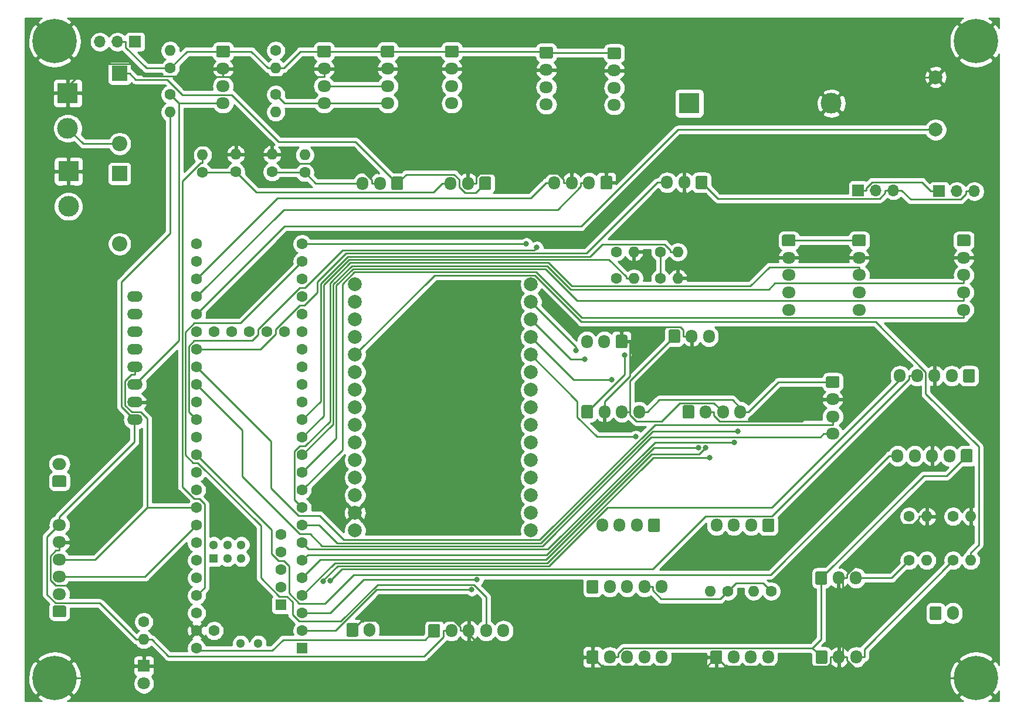
<source format=gtl>
G04 #@! TF.GenerationSoftware,KiCad,Pcbnew,(5.1.9)-1*
G04 #@! TF.CreationDate,2021-07-22T20:13:58+02:00*
G04 #@! TF.ProjectId,Ardumower,41726475-6d6f-4776-9572-2e6b69636164,rev?*
G04 #@! TF.SameCoordinates,Original*
G04 #@! TF.FileFunction,Copper,L1,Top*
G04 #@! TF.FilePolarity,Positive*
%FSLAX46Y46*%
G04 Gerber Fmt 4.6, Leading zero omitted, Abs format (unit mm)*
G04 Created by KiCad (PCBNEW (5.1.9)-1) date 2021-07-22 20:13:58*
%MOMM*%
%LPD*%
G01*
G04 APERTURE LIST*
G04 #@! TA.AperFunction,ComponentPad*
%ADD10R,3.000000X3.000000*%
G04 #@! TD*
G04 #@! TA.AperFunction,ComponentPad*
%ADD11C,3.000000*%
G04 #@! TD*
G04 #@! TA.AperFunction,ComponentPad*
%ADD12O,1.700000X2.000000*%
G04 #@! TD*
G04 #@! TA.AperFunction,ComponentPad*
%ADD13O,1.600000X1.600000*%
G04 #@! TD*
G04 #@! TA.AperFunction,ComponentPad*
%ADD14C,1.600000*%
G04 #@! TD*
G04 #@! TA.AperFunction,ComponentPad*
%ADD15O,1.700000X1.950000*%
G04 #@! TD*
G04 #@! TA.AperFunction,ComponentPad*
%ADD16C,2.000000*%
G04 #@! TD*
G04 #@! TA.AperFunction,ComponentPad*
%ADD17O,1.950000X1.700000*%
G04 #@! TD*
G04 #@! TA.AperFunction,ComponentPad*
%ADD18O,2.000000X1.700000*%
G04 #@! TD*
G04 #@! TA.AperFunction,ComponentPad*
%ADD19O,2.268000X1.524000*%
G04 #@! TD*
G04 #@! TA.AperFunction,ConnectorPad*
%ADD20C,6.400000*%
G04 #@! TD*
G04 #@! TA.AperFunction,ComponentPad*
%ADD21C,3.600000*%
G04 #@! TD*
G04 #@! TA.AperFunction,ComponentPad*
%ADD22O,1.700000X1.700000*%
G04 #@! TD*
G04 #@! TA.AperFunction,ComponentPad*
%ADD23R,1.700000X1.700000*%
G04 #@! TD*
G04 #@! TA.AperFunction,ComponentPad*
%ADD24R,1.600000X1.600000*%
G04 #@! TD*
G04 #@! TA.AperFunction,ComponentPad*
%ADD25R,1.300000X1.300000*%
G04 #@! TD*
G04 #@! TA.AperFunction,ComponentPad*
%ADD26C,1.300000*%
G04 #@! TD*
G04 #@! TA.AperFunction,ComponentPad*
%ADD27O,2.200000X2.200000*%
G04 #@! TD*
G04 #@! TA.AperFunction,ComponentPad*
%ADD28R,2.200000X2.200000*%
G04 #@! TD*
G04 #@! TA.AperFunction,ComponentPad*
%ADD29C,1.800000*%
G04 #@! TD*
G04 #@! TA.AperFunction,ComponentPad*
%ADD30R,1.800000X1.800000*%
G04 #@! TD*
G04 #@! TA.AperFunction,ViaPad*
%ADD31C,0.800000*%
G04 #@! TD*
G04 #@! TA.AperFunction,Conductor*
%ADD32C,0.250000*%
G04 #@! TD*
G04 #@! TA.AperFunction,Conductor*
%ADD33C,0.254000*%
G04 #@! TD*
G04 #@! TA.AperFunction,Conductor*
%ADD34C,0.100000*%
G04 #@! TD*
G04 APERTURE END LIST*
D10*
X134620000Y-46990000D03*
D11*
X155110000Y-46990000D03*
D12*
X172680000Y-120650000D03*
G04 #@! TA.AperFunction,ComponentPad*
G36*
G01*
X169330000Y-121400000D02*
X169330000Y-119900000D01*
G75*
G02*
X169580000Y-119650000I250000J0D01*
G01*
X170780000Y-119650000D01*
G75*
G02*
X171030000Y-119900000I0J-250000D01*
G01*
X171030000Y-121400000D01*
G75*
G02*
X170780000Y-121650000I-250000J0D01*
G01*
X169580000Y-121650000D01*
G75*
G02*
X169330000Y-121400000I0J250000D01*
G01*
G37*
G04 #@! TD.AperFunction*
D13*
X175260000Y-113030000D03*
D14*
X172720000Y-113030000D03*
D13*
X168910000Y-113030000D03*
D14*
X166370000Y-113030000D03*
D13*
X175260000Y-106680000D03*
D14*
X172720000Y-106680000D03*
D13*
X168910000Y-106680000D03*
D14*
X166370000Y-106680000D03*
D15*
X138550000Y-107950000D03*
X141050000Y-107950000D03*
X143550000Y-107950000D03*
G04 #@! TA.AperFunction,ComponentPad*
G36*
G01*
X146900000Y-107225000D02*
X146900000Y-108675000D01*
G75*
G02*
X146650000Y-108925000I-250000J0D01*
G01*
X145450000Y-108925000D01*
G75*
G02*
X145200000Y-108675000I0J250000D01*
G01*
X145200000Y-107225000D01*
G75*
G02*
X145450000Y-106975000I250000J0D01*
G01*
X146650000Y-106975000D01*
G75*
G02*
X146900000Y-107225000I0J-250000D01*
G01*
G37*
G04 #@! TD.AperFunction*
X158710000Y-127000000D03*
X156210000Y-127000000D03*
G04 #@! TA.AperFunction,ComponentPad*
G36*
G01*
X152860000Y-127725000D02*
X152860000Y-126275000D01*
G75*
G02*
X153110000Y-126025000I250000J0D01*
G01*
X154310000Y-126025000D01*
G75*
G02*
X154560000Y-126275000I0J-250000D01*
G01*
X154560000Y-127725000D01*
G75*
G02*
X154310000Y-127975000I-250000J0D01*
G01*
X153110000Y-127975000D01*
G75*
G02*
X152860000Y-127725000I0J250000D01*
G01*
G37*
G04 #@! TD.AperFunction*
X122040000Y-107950000D03*
X124540000Y-107950000D03*
X127040000Y-107950000D03*
G04 #@! TA.AperFunction,ComponentPad*
G36*
G01*
X130390000Y-107225000D02*
X130390000Y-108675000D01*
G75*
G02*
X130140000Y-108925000I-250000J0D01*
G01*
X128940000Y-108925000D01*
G75*
G02*
X128690000Y-108675000I0J250000D01*
G01*
X128690000Y-107225000D01*
G75*
G02*
X128940000Y-106975000I250000J0D01*
G01*
X130140000Y-106975000D01*
G75*
G02*
X130390000Y-107225000I0J-250000D01*
G01*
G37*
G04 #@! TD.AperFunction*
X158670000Y-115570000D03*
X156170000Y-115570000D03*
G04 #@! TA.AperFunction,ComponentPad*
G36*
G01*
X152820000Y-116295000D02*
X152820000Y-114845000D01*
G75*
G02*
X153070000Y-114595000I250000J0D01*
G01*
X154270000Y-114595000D01*
G75*
G02*
X154520000Y-114845000I0J-250000D01*
G01*
X154520000Y-116295000D01*
G75*
G02*
X154270000Y-116545000I-250000J0D01*
G01*
X153070000Y-116545000D01*
G75*
G02*
X152820000Y-116295000I0J250000D01*
G01*
G37*
G04 #@! TD.AperFunction*
D16*
X86360000Y-108712000D03*
X111760000Y-108712000D03*
X86360000Y-106172000D03*
X111760000Y-106172000D03*
X86360000Y-103632000D03*
X111760000Y-103632000D03*
X86360000Y-101092000D03*
X111760000Y-101092000D03*
X86360000Y-98552000D03*
X111760000Y-98552000D03*
X86360000Y-96012000D03*
X111760000Y-96012000D03*
X86360000Y-93472000D03*
X111760000Y-93472000D03*
X86360000Y-90932000D03*
X111760000Y-90932000D03*
X86360000Y-88392000D03*
X111760000Y-88392000D03*
X86360000Y-85852000D03*
X111760000Y-85852000D03*
X86360000Y-83312000D03*
X111760000Y-83312000D03*
X86360000Y-80772000D03*
X111760000Y-80772000D03*
X86360000Y-78232000D03*
X111760000Y-78232000D03*
X86360000Y-75692000D03*
X111760000Y-75692000D03*
X86360000Y-73152000D03*
X111760000Y-73152000D03*
D13*
X143891000Y-117475000D03*
D14*
X146431000Y-117475000D03*
D13*
X137668000Y-117475000D03*
D14*
X140208000Y-117475000D03*
D15*
X146010000Y-127000000D03*
X143510000Y-127000000D03*
X141010000Y-127000000D03*
G04 #@! TA.AperFunction,ComponentPad*
G36*
G01*
X137660000Y-127725000D02*
X137660000Y-126275000D01*
G75*
G02*
X137910000Y-126025000I250000J0D01*
G01*
X139110000Y-126025000D01*
G75*
G02*
X139360000Y-126275000I0J-250000D01*
G01*
X139360000Y-127725000D01*
G75*
G02*
X139110000Y-127975000I-250000J0D01*
G01*
X137910000Y-127975000D01*
G75*
G02*
X137660000Y-127725000I0J250000D01*
G01*
G37*
G04 #@! TD.AperFunction*
X130650000Y-116840000D03*
X128150000Y-116840000D03*
X125650000Y-116840000D03*
X123150000Y-116840000D03*
G04 #@! TA.AperFunction,ComponentPad*
G36*
G01*
X119800000Y-117565000D02*
X119800000Y-116115000D01*
G75*
G02*
X120050000Y-115865000I250000J0D01*
G01*
X121250000Y-115865000D01*
G75*
G02*
X121500000Y-116115000I0J-250000D01*
G01*
X121500000Y-117565000D01*
G75*
G02*
X121250000Y-117815000I-250000J0D01*
G01*
X120050000Y-117815000D01*
G75*
G02*
X119800000Y-117565000I0J250000D01*
G01*
G37*
G04 #@! TD.AperFunction*
X130650000Y-127000000D03*
X128150000Y-127000000D03*
X125650000Y-127000000D03*
X123150000Y-127000000D03*
G04 #@! TA.AperFunction,ComponentPad*
G36*
G01*
X119800000Y-127725000D02*
X119800000Y-126275000D01*
G75*
G02*
X120050000Y-126025000I250000J0D01*
G01*
X121250000Y-126025000D01*
G75*
G02*
X121500000Y-126275000I0J-250000D01*
G01*
X121500000Y-127725000D01*
G75*
G02*
X121250000Y-127975000I-250000J0D01*
G01*
X120050000Y-127975000D01*
G75*
G02*
X119800000Y-127725000I0J250000D01*
G01*
G37*
G04 #@! TD.AperFunction*
D17*
X155321000Y-94749000D03*
X155321000Y-92249000D03*
X155321000Y-89749000D03*
G04 #@! TA.AperFunction,ComponentPad*
G36*
G01*
X154596000Y-86399000D02*
X156046000Y-86399000D01*
G75*
G02*
X156296000Y-86649000I0J-250000D01*
G01*
X156296000Y-87849000D01*
G75*
G02*
X156046000Y-88099000I-250000J0D01*
G01*
X154596000Y-88099000D01*
G75*
G02*
X154346000Y-87849000I0J250000D01*
G01*
X154346000Y-86649000D01*
G75*
G02*
X154596000Y-86399000I250000J0D01*
G01*
G37*
G04 #@! TD.AperFunction*
D15*
X119841000Y-81407000D03*
X122341000Y-81407000D03*
G04 #@! TA.AperFunction,ComponentPad*
G36*
G01*
X125691000Y-80682000D02*
X125691000Y-82132000D01*
G75*
G02*
X125441000Y-82382000I-250000J0D01*
G01*
X124241000Y-82382000D01*
G75*
G02*
X123991000Y-82132000I0J250000D01*
G01*
X123991000Y-80682000D01*
G75*
G02*
X124241000Y-80432000I250000J0D01*
G01*
X125441000Y-80432000D01*
G75*
G02*
X125691000Y-80682000I0J-250000D01*
G01*
G37*
G04 #@! TD.AperFunction*
X165006000Y-86360000D03*
X167506000Y-86360000D03*
X170006000Y-86360000D03*
X172506000Y-86360000D03*
G04 #@! TA.AperFunction,ComponentPad*
G36*
G01*
X175856000Y-85635000D02*
X175856000Y-87085000D01*
G75*
G02*
X175606000Y-87335000I-250000J0D01*
G01*
X174406000Y-87335000D01*
G75*
G02*
X174156000Y-87085000I0J250000D01*
G01*
X174156000Y-85635000D01*
G75*
G02*
X174406000Y-85385000I250000J0D01*
G01*
X175606000Y-85385000D01*
G75*
G02*
X175856000Y-85635000I0J-250000D01*
G01*
G37*
G04 #@! TD.AperFunction*
X107790000Y-123190000D03*
X105290000Y-123190000D03*
X102790000Y-123190000D03*
X100290000Y-123190000D03*
G04 #@! TA.AperFunction,ComponentPad*
G36*
G01*
X96940000Y-123915000D02*
X96940000Y-122465000D01*
G75*
G02*
X97190000Y-122215000I250000J0D01*
G01*
X98390000Y-122215000D01*
G75*
G02*
X98640000Y-122465000I0J-250000D01*
G01*
X98640000Y-123915000D01*
G75*
G02*
X98390000Y-124165000I-250000J0D01*
G01*
X97190000Y-124165000D01*
G75*
G02*
X96940000Y-123915000I0J250000D01*
G01*
G37*
G04 #@! TD.AperFunction*
D18*
X43688000Y-99100000D03*
G04 #@! TA.AperFunction,ComponentPad*
G36*
G01*
X44438000Y-102450000D02*
X42938000Y-102450000D01*
G75*
G02*
X42688000Y-102200000I0J250000D01*
G01*
X42688000Y-101000000D01*
G75*
G02*
X42938000Y-100750000I250000J0D01*
G01*
X44438000Y-100750000D01*
G75*
G02*
X44688000Y-101000000I0J-250000D01*
G01*
X44688000Y-102200000D01*
G75*
G02*
X44438000Y-102450000I-250000J0D01*
G01*
G37*
G04 #@! TD.AperFunction*
D17*
X43688000Y-107896000D03*
X43688000Y-110396000D03*
X43688000Y-112896000D03*
X43688000Y-115396000D03*
X43688000Y-117896000D03*
G04 #@! TA.AperFunction,ComponentPad*
G36*
G01*
X44413000Y-121246000D02*
X42963000Y-121246000D01*
G75*
G02*
X42713000Y-120996000I0J250000D01*
G01*
X42713000Y-119796000D01*
G75*
G02*
X42963000Y-119546000I250000J0D01*
G01*
X44413000Y-119546000D01*
G75*
G02*
X44663000Y-119796000I0J-250000D01*
G01*
X44663000Y-120996000D01*
G75*
G02*
X44413000Y-121246000I-250000J0D01*
G01*
G37*
G04 #@! TD.AperFunction*
X67310000Y-46990000D03*
X67310000Y-44490000D03*
X67310000Y-41990000D03*
G04 #@! TA.AperFunction,ComponentPad*
G36*
G01*
X66585000Y-38640000D02*
X68035000Y-38640000D01*
G75*
G02*
X68285000Y-38890000I0J-250000D01*
G01*
X68285000Y-40090000D01*
G75*
G02*
X68035000Y-40340000I-250000J0D01*
G01*
X66585000Y-40340000D01*
G75*
G02*
X66335000Y-40090000I0J250000D01*
G01*
X66335000Y-38890000D01*
G75*
G02*
X66585000Y-38640000I250000J0D01*
G01*
G37*
G04 #@! TD.AperFunction*
D19*
X54610000Y-92710000D03*
X54610000Y-90170000D03*
X54610000Y-87630000D03*
X54610000Y-85090000D03*
X54610000Y-82550000D03*
X54610000Y-80010000D03*
X54610000Y-77470000D03*
X54610000Y-74930000D03*
D13*
X59690000Y-39370000D03*
D14*
X59690000Y-41910000D03*
D13*
X59690000Y-48260000D03*
D14*
X59690000Y-45720000D03*
D20*
X43000000Y-130000000D03*
D21*
X43000000Y-130000000D03*
D20*
X176000000Y-130000000D03*
D21*
X176000000Y-130000000D03*
D20*
X176000000Y-38000000D03*
D21*
X176000000Y-38000000D03*
D20*
X43000000Y-38000000D03*
D21*
X43000000Y-38000000D03*
D13*
X132969000Y-72263000D03*
D14*
X130429000Y-72263000D03*
D13*
X126619000Y-68453000D03*
D14*
X124079000Y-68453000D03*
D13*
X132969000Y-68453000D03*
D14*
X130429000Y-68453000D03*
D13*
X126619000Y-72263000D03*
D14*
X124079000Y-72263000D03*
D22*
X175768000Y-59690000D03*
X173228000Y-59690000D03*
D23*
X170688000Y-59690000D03*
D22*
X164084000Y-59563000D03*
X161544000Y-59563000D03*
D23*
X159004000Y-59563000D03*
D17*
X174244000Y-76802000D03*
X174244000Y-74302000D03*
X174244000Y-71802000D03*
X174244000Y-69302000D03*
G04 #@! TA.AperFunction,ComponentPad*
G36*
G01*
X173519000Y-65952000D02*
X174969000Y-65952000D01*
G75*
G02*
X175219000Y-66202000I0J-250000D01*
G01*
X175219000Y-67402000D01*
G75*
G02*
X174969000Y-67652000I-250000J0D01*
G01*
X173519000Y-67652000D01*
G75*
G02*
X173269000Y-67402000I0J250000D01*
G01*
X173269000Y-66202000D01*
G75*
G02*
X173519000Y-65952000I250000J0D01*
G01*
G37*
G04 #@! TD.AperFunction*
X159131000Y-76802000D03*
X159131000Y-74302000D03*
X159131000Y-71802000D03*
X159131000Y-69302000D03*
G04 #@! TA.AperFunction,ComponentPad*
G36*
G01*
X158406000Y-65952000D02*
X159856000Y-65952000D01*
G75*
G02*
X160106000Y-66202000I0J-250000D01*
G01*
X160106000Y-67402000D01*
G75*
G02*
X159856000Y-67652000I-250000J0D01*
G01*
X158406000Y-67652000D01*
G75*
G02*
X158156000Y-67402000I0J250000D01*
G01*
X158156000Y-66202000D01*
G75*
G02*
X158406000Y-65952000I250000J0D01*
G01*
G37*
G04 #@! TD.AperFunction*
X148971000Y-76802000D03*
X148971000Y-74302000D03*
X148971000Y-71802000D03*
X148971000Y-69302000D03*
G04 #@! TA.AperFunction,ComponentPad*
G36*
G01*
X148246000Y-65952000D02*
X149696000Y-65952000D01*
G75*
G02*
X149946000Y-66202000I0J-250000D01*
G01*
X149946000Y-67402000D01*
G75*
G02*
X149696000Y-67652000I-250000J0D01*
G01*
X148246000Y-67652000D01*
G75*
G02*
X147996000Y-67402000I0J250000D01*
G01*
X147996000Y-66202000D01*
G75*
G02*
X148246000Y-65952000I250000J0D01*
G01*
G37*
G04 #@! TD.AperFunction*
D15*
X127381000Y-91567000D03*
X124881000Y-91567000D03*
X122381000Y-91567000D03*
G04 #@! TA.AperFunction,ComponentPad*
G36*
G01*
X119031000Y-92292000D02*
X119031000Y-90842000D01*
G75*
G02*
X119281000Y-90592000I250000J0D01*
G01*
X120481000Y-90592000D01*
G75*
G02*
X120731000Y-90842000I0J-250000D01*
G01*
X120731000Y-92292000D01*
G75*
G02*
X120481000Y-92542000I-250000J0D01*
G01*
X119281000Y-92542000D01*
G75*
G02*
X119031000Y-92292000I0J250000D01*
G01*
G37*
G04 #@! TD.AperFunction*
X141993000Y-91567000D03*
X139493000Y-91567000D03*
X136993000Y-91567000D03*
G04 #@! TA.AperFunction,ComponentPad*
G36*
G01*
X133643000Y-92292000D02*
X133643000Y-90842000D01*
G75*
G02*
X133893000Y-90592000I250000J0D01*
G01*
X135093000Y-90592000D01*
G75*
G02*
X135343000Y-90842000I0J-250000D01*
G01*
X135343000Y-92292000D01*
G75*
G02*
X135093000Y-92542000I-250000J0D01*
G01*
X133893000Y-92542000D01*
G75*
G02*
X133643000Y-92292000I0J250000D01*
G01*
G37*
G04 #@! TD.AperFunction*
D22*
X49530000Y-38100000D03*
X52070000Y-38100000D03*
D23*
X54610000Y-38100000D03*
D14*
X66040000Y-123190000D03*
X75689200Y-109270800D03*
X75689200Y-111810800D03*
X75689200Y-114350800D03*
X75689200Y-116890800D03*
D24*
X75689200Y-119430800D03*
D14*
X63500000Y-125730000D03*
X63500000Y-123190000D03*
X63500000Y-120650000D03*
X63500000Y-118110000D03*
X63500000Y-115570000D03*
X63500000Y-113030000D03*
X63500000Y-110490000D03*
X63500000Y-107950000D03*
X63500000Y-105410000D03*
X63500000Y-102870000D03*
X63500000Y-100330000D03*
X63500000Y-97790000D03*
X63500000Y-95250000D03*
X63500000Y-92710000D03*
D24*
X78740000Y-125730000D03*
D14*
X78740000Y-123190000D03*
X78740000Y-120650000D03*
X78740000Y-118110000D03*
X78740000Y-115570000D03*
X78740000Y-113030000D03*
X78740000Y-110490000D03*
X78740000Y-107950000D03*
X78740000Y-105410000D03*
X78740000Y-102870000D03*
X78740000Y-100330000D03*
X78740000Y-97790000D03*
X78740000Y-95250000D03*
X63500000Y-90170000D03*
X63500000Y-87630000D03*
X63500000Y-85090000D03*
X63500000Y-82550000D03*
X63500000Y-80010000D03*
X63500000Y-77470000D03*
X63500000Y-74930000D03*
X63500000Y-72390000D03*
X63500000Y-69850000D03*
X63500000Y-67310000D03*
X78740000Y-67310000D03*
X78740000Y-69850000D03*
X78740000Y-72390000D03*
X78740000Y-74930000D03*
X78740000Y-92710000D03*
X78740000Y-90170000D03*
X78740000Y-87630000D03*
X78740000Y-77470000D03*
X78740000Y-80010000D03*
X78740000Y-82550000D03*
X78740000Y-85090000D03*
D25*
X65938400Y-112760000D03*
D26*
X65938400Y-110760000D03*
X67938400Y-112760000D03*
X67938400Y-110760000D03*
X69938400Y-110760000D03*
X69938400Y-112760000D03*
D14*
X76200000Y-80010000D03*
X73660000Y-80010000D03*
X71120000Y-80010000D03*
X68580000Y-80010000D03*
X66040000Y-80010000D03*
D26*
X72390000Y-125000000D03*
X69850000Y-125000000D03*
D15*
X164677000Y-97907600D03*
X167177000Y-97907600D03*
X169677000Y-97907600D03*
X172177000Y-97907600D03*
G04 #@! TA.AperFunction,ComponentPad*
G36*
G01*
X175527000Y-97182600D02*
X175527000Y-98632600D01*
G75*
G02*
X175277000Y-98882600I-250000J0D01*
G01*
X174077000Y-98882600D01*
G75*
G02*
X173827000Y-98632600I0J250000D01*
G01*
X173827000Y-97182600D01*
G75*
G02*
X174077000Y-96932600I250000J0D01*
G01*
X175277000Y-96932600D01*
G75*
G02*
X175527000Y-97182600I0J-250000D01*
G01*
G37*
G04 #@! TD.AperFunction*
D17*
X91070000Y-46990000D03*
X91070000Y-44490000D03*
X91070000Y-41990000D03*
G04 #@! TA.AperFunction,ComponentPad*
G36*
G01*
X90345000Y-38640000D02*
X91795000Y-38640000D01*
G75*
G02*
X92045000Y-38890000I0J-250000D01*
G01*
X92045000Y-40090000D01*
G75*
G02*
X91795000Y-40340000I-250000J0D01*
G01*
X90345000Y-40340000D01*
G75*
G02*
X90095000Y-40090000I0J250000D01*
G01*
X90095000Y-38890000D01*
G75*
G02*
X90345000Y-38640000I250000J0D01*
G01*
G37*
G04 #@! TD.AperFunction*
D15*
X100156000Y-58547000D03*
X102656000Y-58547000D03*
G04 #@! TA.AperFunction,ComponentPad*
G36*
G01*
X106006000Y-57822000D02*
X106006000Y-59272000D01*
G75*
G02*
X105756000Y-59522000I-250000J0D01*
G01*
X104556000Y-59522000D01*
G75*
G02*
X104306000Y-59272000I0J250000D01*
G01*
X104306000Y-57822000D01*
G75*
G02*
X104556000Y-57572000I250000J0D01*
G01*
X105756000Y-57572000D01*
G75*
G02*
X106006000Y-57822000I0J-250000D01*
G01*
G37*
G04 #@! TD.AperFunction*
D12*
X88479000Y-123063000D03*
G04 #@! TA.AperFunction,ComponentPad*
G36*
G01*
X85129000Y-123813000D02*
X85129000Y-122313000D01*
G75*
G02*
X85379000Y-122063000I250000J0D01*
G01*
X86579000Y-122063000D01*
G75*
G02*
X86829000Y-122313000I0J-250000D01*
G01*
X86829000Y-123813000D01*
G75*
G02*
X86579000Y-124063000I-250000J0D01*
G01*
X85379000Y-124063000D01*
G75*
G02*
X85129000Y-123813000I0J250000D01*
G01*
G37*
G04 #@! TD.AperFunction*
D15*
X137461000Y-80645000D03*
X134961000Y-80645000D03*
G04 #@! TA.AperFunction,ComponentPad*
G36*
G01*
X131611000Y-81370000D02*
X131611000Y-79920000D01*
G75*
G02*
X131861000Y-79670000I250000J0D01*
G01*
X133061000Y-79670000D01*
G75*
G02*
X133311000Y-79920000I0J-250000D01*
G01*
X133311000Y-81370000D01*
G75*
G02*
X133061000Y-81620000I-250000J0D01*
G01*
X131861000Y-81620000D01*
G75*
G02*
X131611000Y-81370000I0J250000D01*
G01*
G37*
G04 #@! TD.AperFunction*
X87456000Y-58547000D03*
X89956000Y-58547000D03*
G04 #@! TA.AperFunction,ComponentPad*
G36*
G01*
X93306000Y-57822000D02*
X93306000Y-59272000D01*
G75*
G02*
X93056000Y-59522000I-250000J0D01*
G01*
X91856000Y-59522000D01*
G75*
G02*
X91606000Y-59272000I0J250000D01*
G01*
X91606000Y-57822000D01*
G75*
G02*
X91856000Y-57572000I250000J0D01*
G01*
X93056000Y-57572000D01*
G75*
G02*
X93306000Y-57822000I0J-250000D01*
G01*
G37*
G04 #@! TD.AperFunction*
D17*
X123786000Y-47249000D03*
X123786000Y-44749000D03*
X123786000Y-42249000D03*
G04 #@! TA.AperFunction,ComponentPad*
G36*
G01*
X123061000Y-38899000D02*
X124511000Y-38899000D01*
G75*
G02*
X124761000Y-39149000I0J-250000D01*
G01*
X124761000Y-40349000D01*
G75*
G02*
X124511000Y-40599000I-250000J0D01*
G01*
X123061000Y-40599000D01*
G75*
G02*
X122811000Y-40349000I0J250000D01*
G01*
X122811000Y-39149000D01*
G75*
G02*
X123061000Y-38899000I250000J0D01*
G01*
G37*
G04 #@! TD.AperFunction*
X113976000Y-47159000D03*
X113976000Y-44659000D03*
X113976000Y-42159000D03*
G04 #@! TA.AperFunction,ComponentPad*
G36*
G01*
X113251000Y-38809000D02*
X114701000Y-38809000D01*
G75*
G02*
X114951000Y-39059000I0J-250000D01*
G01*
X114951000Y-40259000D01*
G75*
G02*
X114701000Y-40509000I-250000J0D01*
G01*
X113251000Y-40509000D01*
G75*
G02*
X113001000Y-40259000I0J250000D01*
G01*
X113001000Y-39059000D01*
G75*
G02*
X113251000Y-38809000I250000J0D01*
G01*
G37*
G04 #@! TD.AperFunction*
D15*
X131398000Y-58420000D03*
X133898000Y-58420000D03*
G04 #@! TA.AperFunction,ComponentPad*
G36*
G01*
X137248000Y-57695000D02*
X137248000Y-59145000D01*
G75*
G02*
X136998000Y-59395000I-250000J0D01*
G01*
X135798000Y-59395000D01*
G75*
G02*
X135548000Y-59145000I0J250000D01*
G01*
X135548000Y-57695000D01*
G75*
G02*
X135798000Y-57445000I250000J0D01*
G01*
X136998000Y-57445000D01*
G75*
G02*
X137248000Y-57695000I0J-250000D01*
G01*
G37*
G04 #@! TD.AperFunction*
X115146000Y-58450000D03*
X117646000Y-58450000D03*
X120146000Y-58450000D03*
G04 #@! TA.AperFunction,ComponentPad*
G36*
G01*
X123496000Y-57725000D02*
X123496000Y-59175000D01*
G75*
G02*
X123246000Y-59425000I-250000J0D01*
G01*
X122046000Y-59425000D01*
G75*
G02*
X121796000Y-59175000I0J250000D01*
G01*
X121796000Y-57725000D01*
G75*
G02*
X122046000Y-57475000I250000J0D01*
G01*
X123246000Y-57475000D01*
G75*
G02*
X123496000Y-57725000I0J-250000D01*
G01*
G37*
G04 #@! TD.AperFunction*
D17*
X81890000Y-46990000D03*
X81890000Y-44490000D03*
X81890000Y-41990000D03*
G04 #@! TA.AperFunction,ComponentPad*
G36*
G01*
X81165000Y-38640000D02*
X82615000Y-38640000D01*
G75*
G02*
X82865000Y-38890000I0J-250000D01*
G01*
X82865000Y-40090000D01*
G75*
G02*
X82615000Y-40340000I-250000J0D01*
G01*
X81165000Y-40340000D01*
G75*
G02*
X80915000Y-40090000I0J250000D01*
G01*
X80915000Y-38890000D01*
G75*
G02*
X81165000Y-38640000I250000J0D01*
G01*
G37*
G04 #@! TD.AperFunction*
X100330000Y-46990000D03*
X100330000Y-44490000D03*
X100330000Y-41990000D03*
G04 #@! TA.AperFunction,ComponentPad*
G36*
G01*
X99605000Y-38640000D02*
X101055000Y-38640000D01*
G75*
G02*
X101305000Y-38890000I0J-250000D01*
G01*
X101305000Y-40090000D01*
G75*
G02*
X101055000Y-40340000I-250000J0D01*
G01*
X99605000Y-40340000D01*
G75*
G02*
X99355000Y-40090000I0J250000D01*
G01*
X99355000Y-38890000D01*
G75*
G02*
X99605000Y-38640000I250000J0D01*
G01*
G37*
G04 #@! TD.AperFunction*
D13*
X74930000Y-41910000D03*
D14*
X74930000Y-39370000D03*
D13*
X74930000Y-48260000D03*
D14*
X74930000Y-45720000D03*
D11*
X44990000Y-61880000D03*
D10*
X44990000Y-56800000D03*
D11*
X44890000Y-50590000D03*
D10*
X44890000Y-45510000D03*
D27*
X52370000Y-67310000D03*
D28*
X52370000Y-57150000D03*
D27*
X52370000Y-52832000D03*
D28*
X52370000Y-42672000D03*
D29*
X55880000Y-130810000D03*
D30*
X55880000Y-128270000D03*
D13*
X55880000Y-124460000D03*
D14*
X55880000Y-121920000D03*
D13*
X69151000Y-54358000D03*
D14*
X69151000Y-56898000D03*
D13*
X64361000Y-54448000D03*
D14*
X64361000Y-56988000D03*
D13*
X74391000Y-54358000D03*
D14*
X74391000Y-56898000D03*
D13*
X79101000Y-54448000D03*
D14*
X79101000Y-56988000D03*
D16*
X170180000Y-43200360D03*
X170180000Y-50800040D03*
D31*
X135933800Y-96711800D03*
X136966600Y-96750400D03*
X141656100Y-94384500D03*
X141121900Y-95986400D03*
X137544700Y-98140000D03*
X125314200Y-83341400D03*
X103221900Y-117262600D03*
X103978700Y-115811600D03*
X81796200Y-116069600D03*
X82796500Y-115939000D03*
X112616700Y-67811400D03*
X111083800Y-67310000D03*
X118233500Y-82667900D03*
X126900800Y-95154700D03*
X123382800Y-86915900D03*
X119506300Y-83994100D03*
D32*
X81890000Y-46990000D02*
X91070000Y-46990000D01*
X74930000Y-45720000D02*
X76200000Y-46990000D01*
X76200000Y-46990000D02*
X81890000Y-46990000D01*
X81890000Y-44490000D02*
X91070000Y-44490000D01*
X102274400Y-123190000D02*
X106084400Y-127000000D01*
X106084400Y-127000000D02*
X120650000Y-127000000D01*
X102274400Y-123190000D02*
X101614700Y-123190000D01*
X102790000Y-123190000D02*
X102274400Y-123190000D01*
X85979000Y-123063000D02*
X87310500Y-121731500D01*
X87310500Y-121731500D02*
X100670400Y-121731500D01*
X100670400Y-121731500D02*
X101614700Y-122675800D01*
X101614700Y-122675800D02*
X101614700Y-123190000D01*
X138510000Y-127000000D02*
X137208500Y-128301500D01*
X137208500Y-128301500D02*
X121951500Y-128301500D01*
X121951500Y-128301500D02*
X120650000Y-127000000D01*
X134094300Y-72263000D02*
X137055300Y-69302000D01*
X137055300Y-69302000D02*
X148971000Y-69302000D01*
X126078200Y-81407000D02*
X128150200Y-79335000D01*
X128150200Y-79335000D02*
X133357200Y-79335000D01*
X133357200Y-79335000D02*
X133785700Y-79763500D01*
X133785700Y-79763500D02*
X133785700Y-80645000D01*
X124841000Y-81407000D02*
X126078200Y-81407000D01*
X126078200Y-81407000D02*
X126078200Y-86378700D01*
X126078200Y-86378700D02*
X122381000Y-90075900D01*
X122381000Y-90075900D02*
X122381000Y-91567000D01*
X134961000Y-80645000D02*
X133785700Y-80645000D01*
X138168300Y-91567000D02*
X138168300Y-92081200D01*
X138168300Y-92081200D02*
X138987600Y-92900500D01*
X138987600Y-92900500D02*
X150869200Y-92900500D01*
X150869200Y-92900500D02*
X154020700Y-89749000D01*
X170180000Y-43200400D02*
X158899600Y-43200400D01*
X158899600Y-43200400D02*
X155110000Y-46990000D01*
X115666700Y-42249000D02*
X115366300Y-42249000D01*
X115366300Y-42249000D02*
X115276300Y-42159000D01*
X123786000Y-42249000D02*
X115666700Y-42249000D01*
X115666700Y-42249000D02*
X115666700Y-57131800D01*
X115666700Y-57131800D02*
X104365000Y-57131800D01*
X104365000Y-57131800D02*
X103831300Y-57665500D01*
X103831300Y-57665500D02*
X103831300Y-58547000D01*
X116470700Y-58450000D02*
X116470700Y-57935800D01*
X116470700Y-57935800D02*
X115666700Y-57131800D01*
X113976000Y-42159000D02*
X112675700Y-42159000D01*
X100330000Y-41990000D02*
X112506700Y-41990000D01*
X112506700Y-41990000D02*
X112675700Y-42159000D01*
X91070000Y-41990000D02*
X100330000Y-41990000D01*
X102656000Y-58547000D02*
X103831300Y-58547000D01*
X47243700Y-42243600D02*
X48240700Y-41246600D01*
X48240700Y-41246600D02*
X54066800Y-41246600D01*
X54066800Y-41246600D02*
X55855600Y-43035400D01*
X55855600Y-43035400D02*
X60536200Y-43035400D01*
X60536200Y-43035400D02*
X60666100Y-43165300D01*
X60666100Y-43165300D02*
X67310000Y-43165300D01*
X44890000Y-44597300D02*
X47243700Y-42243600D01*
X47243700Y-42243600D02*
X43000000Y-38000000D01*
X155321000Y-89749000D02*
X154020700Y-89749000D01*
X136993000Y-91567000D02*
X138168300Y-91567000D01*
X117646000Y-58450000D02*
X116470700Y-58450000D01*
X44890000Y-45510000D02*
X44890000Y-44597300D01*
X113976000Y-42159000D02*
X115276300Y-42159000D01*
X74391000Y-54358000D02*
X75516300Y-54358000D01*
X75516300Y-54358000D02*
X76805800Y-55647500D01*
X76805800Y-55647500D02*
X86395400Y-55647500D01*
X86395400Y-55647500D02*
X88780700Y-58032800D01*
X88780700Y-58032800D02*
X88780700Y-58547000D01*
X69151000Y-54358000D02*
X74391000Y-54358000D01*
X89956000Y-58547000D02*
X88780700Y-58547000D01*
X91070000Y-41990000D02*
X81890000Y-41990000D01*
X43688000Y-110396000D02*
X43688000Y-111571300D01*
X63500000Y-123190000D02*
X56956000Y-116646000D01*
X56956000Y-116646000D02*
X43120500Y-116646000D01*
X43120500Y-116646000D02*
X42378400Y-115903900D01*
X42378400Y-115903900D02*
X42378400Y-112366700D01*
X42378400Y-112366700D02*
X43173800Y-111571300D01*
X43173800Y-111571300D02*
X43688000Y-111571300D01*
X138510000Y-127000000D02*
X139828200Y-128318200D01*
X139828200Y-128318200D02*
X154598000Y-128318200D01*
X154598000Y-128318200D02*
X155034700Y-127881500D01*
X155034700Y-127881500D02*
X155034700Y-127000000D01*
X156797700Y-127000000D02*
X157385300Y-127000000D01*
X156210000Y-127000000D02*
X156797700Y-127000000D01*
X156797700Y-115570000D02*
X157345300Y-115570000D01*
X156170000Y-115570000D02*
X156797700Y-115570000D01*
X156797700Y-127000000D02*
X156797700Y-115570000D01*
X168910000Y-106680000D02*
X167784700Y-106680000D01*
X167784700Y-106680000D02*
X167784700Y-106961400D01*
X167784700Y-106961400D02*
X166940800Y-107805300D01*
X166940800Y-107805300D02*
X164595800Y-107805300D01*
X164595800Y-107805300D02*
X157345300Y-115055800D01*
X157345300Y-115055800D02*
X157345300Y-115570000D01*
X156210000Y-127000000D02*
X155034700Y-127000000D01*
X159131000Y-69302000D02*
X150271300Y-69302000D01*
X174244000Y-69302000D02*
X159131000Y-69302000D01*
X148971000Y-69302000D02*
X150271300Y-69302000D01*
X132969000Y-72263000D02*
X134094300Y-72263000D01*
X157385300Y-127000000D02*
X157385300Y-127514200D01*
X157385300Y-127514200D02*
X159871100Y-130000000D01*
X159871100Y-130000000D02*
X176000000Y-130000000D01*
X81890000Y-41990000D02*
X81890000Y-43165300D01*
X67310000Y-41990000D02*
X67310000Y-43165300D01*
X67310000Y-43165300D02*
X81890000Y-43165300D01*
X55880000Y-128270000D02*
X54654700Y-128270000D01*
X54654700Y-128270000D02*
X52924700Y-130000000D01*
X52924700Y-130000000D02*
X43000000Y-130000000D01*
X78740000Y-113030000D02*
X79563400Y-112206600D01*
X79563400Y-112206600D02*
X114059300Y-112206600D01*
X114059300Y-112206600D02*
X129554100Y-96711800D01*
X129554100Y-96711800D02*
X135933800Y-96711800D01*
X136966600Y-96750400D02*
X136027400Y-97689600D01*
X136027400Y-97689600D02*
X129213200Y-97689600D01*
X129213200Y-97689600D02*
X113955700Y-112947100D01*
X113955700Y-112947100D02*
X81362900Y-112947100D01*
X81362900Y-112947100D02*
X78740000Y-115570000D01*
X159131000Y-70626700D02*
X146197300Y-70626700D01*
X146197300Y-70626700D02*
X143432300Y-73391700D01*
X143432300Y-73391700D02*
X117640600Y-73391700D01*
X117640600Y-73391700D02*
X114257300Y-70008400D01*
X114257300Y-70008400D02*
X85692700Y-70008400D01*
X85692700Y-70008400D02*
X82753700Y-72947400D01*
X82753700Y-72947400D02*
X82753700Y-92902000D01*
X82753700Y-92902000D02*
X79135700Y-96520000D01*
X79135700Y-96520000D02*
X78352900Y-96520000D01*
X78352900Y-96520000D02*
X77606700Y-97266200D01*
X77606700Y-97266200D02*
X77606700Y-104276700D01*
X77606700Y-104276700D02*
X78740000Y-105410000D01*
X159131000Y-71802000D02*
X159131000Y-70626700D01*
X141656100Y-94384500D02*
X129333800Y-94384500D01*
X129333800Y-94384500D02*
X113205800Y-110512500D01*
X113205800Y-110512500D02*
X83765500Y-110512500D01*
X83765500Y-110512500D02*
X81203000Y-107950000D01*
X81203000Y-107950000D02*
X78740000Y-107950000D01*
X174244000Y-72977300D02*
X146972600Y-72977300D01*
X146972600Y-72977300D02*
X146107800Y-73842100D01*
X146107800Y-73842100D02*
X117454100Y-73842100D01*
X117454100Y-73842100D02*
X114070700Y-70458700D01*
X114070700Y-70458700D02*
X85879300Y-70458700D01*
X85879300Y-70458700D02*
X83204000Y-73134000D01*
X83204000Y-73134000D02*
X83204000Y-93326000D01*
X83204000Y-93326000D02*
X78740000Y-97790000D01*
X174244000Y-71802000D02*
X174244000Y-72977300D01*
X174244000Y-75477300D02*
X118452400Y-75477300D01*
X118452400Y-75477300D02*
X113884200Y-70909100D01*
X113884200Y-70909100D02*
X86065800Y-70909100D01*
X86065800Y-70909100D02*
X83654400Y-73320500D01*
X83654400Y-73320500D02*
X83654400Y-95415600D01*
X83654400Y-95415600D02*
X78740000Y-100330000D01*
X174244000Y-74302000D02*
X174244000Y-75477300D01*
X78740000Y-102870000D02*
X84523000Y-97087000D01*
X84523000Y-97087000D02*
X84523000Y-73094900D01*
X84523000Y-73094900D02*
X86249600Y-71368300D01*
X86249600Y-71368300D02*
X112488000Y-71368300D01*
X112488000Y-71368300D02*
X119097000Y-77977300D01*
X119097000Y-77977300D02*
X174244000Y-77977300D01*
X174244000Y-76802000D02*
X174244000Y-77977300D01*
X115146000Y-58450000D02*
X113970700Y-58450000D01*
X63500000Y-72390000D02*
X75197200Y-60692800D01*
X75197200Y-60692800D02*
X111727900Y-60692800D01*
X111727900Y-60692800D02*
X113970700Y-58450000D01*
X120146000Y-58450000D02*
X118970700Y-58450000D01*
X63500000Y-74930000D02*
X76090100Y-62339900D01*
X76090100Y-62339900D02*
X115595000Y-62339900D01*
X115595000Y-62339900D02*
X118970700Y-58964200D01*
X118970700Y-58964200D02*
X118970700Y-58450000D01*
X170180000Y-50800000D02*
X132963100Y-50800000D01*
X132963100Y-50800000D02*
X118991400Y-64771700D01*
X118991400Y-64771700D02*
X76198300Y-64771700D01*
X76198300Y-64771700D02*
X63500000Y-77470000D01*
X131398000Y-58420000D02*
X130012700Y-58420000D01*
X130012700Y-58420000D02*
X119775300Y-68657400D01*
X119775300Y-68657400D02*
X85090800Y-68657400D01*
X85090800Y-68657400D02*
X80952500Y-72795700D01*
X80952500Y-72795700D02*
X80952500Y-74310000D01*
X80952500Y-74310000D02*
X79062500Y-76200000D01*
X79062500Y-76200000D02*
X78353400Y-76200000D01*
X78353400Y-76200000D02*
X74930000Y-79623400D01*
X74930000Y-79623400D02*
X74930000Y-80335600D01*
X74930000Y-80335600D02*
X72715600Y-82550000D01*
X72715600Y-82550000D02*
X63500000Y-82550000D01*
X64361000Y-55573300D02*
X64079700Y-55573300D01*
X64079700Y-55573300D02*
X61413200Y-58239800D01*
X61413200Y-58239800D02*
X61413200Y-102380900D01*
X61413200Y-102380900D02*
X63172300Y-104140000D01*
X63172300Y-104140000D02*
X63886200Y-104140000D01*
X63886200Y-104140000D02*
X64638900Y-104892700D01*
X64638900Y-104892700D02*
X64638900Y-116971100D01*
X64638900Y-116971100D02*
X63500000Y-118110000D01*
X64361000Y-54448000D02*
X64361000Y-55573300D01*
X60960000Y-46990000D02*
X59690000Y-45720000D01*
X67310000Y-46990000D02*
X60960000Y-46990000D01*
X54610000Y-87630000D02*
X60960000Y-81280000D01*
X60960000Y-81280000D02*
X60960000Y-46990000D01*
X43688000Y-115396000D02*
X56054000Y-115396000D01*
X56054000Y-115396000D02*
X63500000Y-107950000D01*
X63500000Y-105410000D02*
X56351000Y-105410000D01*
X56351000Y-105410000D02*
X56351000Y-92525300D01*
X56351000Y-92525300D02*
X55425000Y-91599300D01*
X55425000Y-91599300D02*
X54129200Y-91599300D01*
X54129200Y-91599300D02*
X53144200Y-90614300D01*
X53144200Y-90614300D02*
X53144200Y-87099400D01*
X53144200Y-87099400D02*
X54066300Y-86177300D01*
X54066300Y-86177300D02*
X54610000Y-86177300D01*
X43688000Y-112896000D02*
X48865000Y-112896000D01*
X48865000Y-112896000D02*
X56351000Y-105410000D01*
X54610000Y-85090000D02*
X54610000Y-86177300D01*
X126056300Y-91567000D02*
X126056300Y-92029700D01*
X126056300Y-92029700D02*
X126946100Y-92919500D01*
X126946100Y-92919500D02*
X130600900Y-92919500D01*
X130600900Y-92919500D02*
X133254700Y-90265700D01*
X133254700Y-90265700D02*
X138191700Y-90265700D01*
X138191700Y-90265700D02*
X139493000Y-91567000D01*
X52370000Y-42672000D02*
X53795300Y-42672000D01*
X53795300Y-42672000D02*
X54699600Y-43576300D01*
X54699600Y-43576300D02*
X59247100Y-43576300D01*
X59247100Y-43576300D02*
X61410800Y-45740000D01*
X61410800Y-45740000D02*
X68532800Y-45740000D01*
X68532800Y-45740000D02*
X75339500Y-52546700D01*
X75339500Y-52546700D02*
X86455700Y-52546700D01*
X86455700Y-52546700D02*
X92456000Y-58547000D01*
X159004000Y-59563000D02*
X160179300Y-59563000D01*
X92456000Y-58547000D02*
X93756600Y-57246400D01*
X93756600Y-57246400D02*
X100657300Y-57246400D01*
X100657300Y-57246400D02*
X101406000Y-57995100D01*
X101406000Y-57995100D02*
X101406000Y-59085300D01*
X101406000Y-59085300D02*
X102211000Y-59890300D01*
X102211000Y-59890300D02*
X103812700Y-59890300D01*
X103812700Y-59890300D02*
X105156000Y-58547000D01*
X170688000Y-59690000D02*
X169512700Y-59690000D01*
X160179300Y-59563000D02*
X160179300Y-59195700D01*
X160179300Y-59195700D02*
X161005800Y-58369200D01*
X161005800Y-58369200D02*
X168191900Y-58369200D01*
X168191900Y-58369200D02*
X169512700Y-59690000D01*
X124881000Y-91567000D02*
X126056300Y-91567000D01*
X132461000Y-80645000D02*
X126056300Y-87049700D01*
X126056300Y-87049700D02*
X126056300Y-91567000D01*
X97790000Y-123190000D02*
X96504800Y-124475200D01*
X96504800Y-124475200D02*
X75989100Y-124475200D01*
X75989100Y-124475200D02*
X74424600Y-126039700D01*
X74424600Y-126039700D02*
X63809700Y-126039700D01*
X63809700Y-126039700D02*
X63500000Y-125730000D01*
X123150000Y-127000000D02*
X124325300Y-127000000D01*
X153710000Y-127000000D02*
X152393400Y-125683400D01*
X152393400Y-125683400D02*
X125127700Y-125683400D01*
X125127700Y-125683400D02*
X124325300Y-126485800D01*
X124325300Y-126485800D02*
X124325300Y-127000000D01*
X152393400Y-125683400D02*
X153670000Y-124406800D01*
X153670000Y-124406800D02*
X153670000Y-115570000D01*
X153670000Y-115570000D02*
X168444400Y-100795600D01*
X168444400Y-100795600D02*
X171789000Y-100795600D01*
X171789000Y-100795600D02*
X174677000Y-97907600D01*
X164084000Y-59563000D02*
X162908700Y-59563000D01*
X136398000Y-58420000D02*
X138716300Y-60738300D01*
X138716300Y-60738300D02*
X162100800Y-60738300D01*
X162100800Y-60738300D02*
X162908700Y-59930400D01*
X162908700Y-59930400D02*
X162908700Y-59563000D01*
X127381000Y-91567000D02*
X128556300Y-91567000D01*
X142580700Y-91567000D02*
X140829000Y-89815300D01*
X140829000Y-89815300D02*
X130308000Y-89815300D01*
X130308000Y-89815300D02*
X128556300Y-91567000D01*
X142580700Y-91567000D02*
X143168300Y-91567000D01*
X141993000Y-91567000D02*
X142580700Y-91567000D01*
X155321000Y-87249000D02*
X147486300Y-87249000D01*
X147486300Y-87249000D02*
X143168300Y-91567000D01*
X81890000Y-39490000D02*
X91070000Y-39490000D01*
X76055300Y-41910000D02*
X78475300Y-39490000D01*
X78475300Y-39490000D02*
X81890000Y-39490000D01*
X59690000Y-48260000D02*
X59690000Y-65767900D01*
X59690000Y-65767900D02*
X52657200Y-72800700D01*
X52657200Y-72800700D02*
X52657200Y-90850600D01*
X52657200Y-90850600D02*
X54516600Y-92710000D01*
X52070000Y-38100000D02*
X53245300Y-38100000D01*
X53245300Y-38100000D02*
X53245300Y-38908000D01*
X53245300Y-38908000D02*
X56247300Y-41910000D01*
X56247300Y-41910000D02*
X59690000Y-41910000D01*
X175768000Y-59690000D02*
X174592700Y-59690000D01*
X164084000Y-59563000D02*
X165259300Y-59563000D01*
X165259300Y-59563000D02*
X166561600Y-60865300D01*
X166561600Y-60865300D02*
X173784800Y-60865300D01*
X173784800Y-60865300D02*
X174592700Y-60057400D01*
X174592700Y-60057400D02*
X174592700Y-59690000D01*
X113976000Y-39659000D02*
X123696000Y-39659000D01*
X123696000Y-39659000D02*
X123786000Y-39749000D01*
X100330000Y-39490000D02*
X113807000Y-39490000D01*
X113807000Y-39490000D02*
X113976000Y-39659000D01*
X91070000Y-39490000D02*
X100330000Y-39490000D01*
X55880000Y-124460000D02*
X57005300Y-124460000D01*
X100290000Y-123190000D02*
X99114700Y-123190000D01*
X99114700Y-123190000D02*
X99114700Y-124071500D01*
X99114700Y-124071500D02*
X96303100Y-126883100D01*
X96303100Y-126883100D02*
X59428400Y-126883100D01*
X59428400Y-126883100D02*
X57005300Y-124460000D01*
X55880000Y-124460000D02*
X54754700Y-124460000D01*
X43688000Y-107804300D02*
X41903600Y-109588700D01*
X41903600Y-109588700D02*
X41903600Y-117959100D01*
X41903600Y-117959100D02*
X43152100Y-119207600D01*
X43152100Y-119207600D02*
X49502300Y-119207600D01*
X49502300Y-119207600D02*
X54754700Y-124460000D01*
X43688000Y-107308300D02*
X43688000Y-106720700D01*
X43688000Y-107896000D02*
X43688000Y-107804300D01*
X43688000Y-107308300D02*
X43688000Y-107804300D01*
X67310000Y-39490000D02*
X62110000Y-39490000D01*
X62110000Y-39490000D02*
X59690000Y-41910000D01*
X73804700Y-41910000D02*
X71384700Y-39490000D01*
X71384700Y-39490000D02*
X67310000Y-39490000D01*
X54516600Y-92710000D02*
X54516600Y-95892100D01*
X54516600Y-95892100D02*
X43688000Y-106720700D01*
X54610000Y-92710000D02*
X54516600Y-92710000D01*
X74930000Y-41910000D02*
X73804700Y-41910000D01*
X74930000Y-41910000D02*
X76055300Y-41910000D01*
X79101000Y-56988000D02*
X74481000Y-56988000D01*
X74481000Y-56988000D02*
X74391000Y-56898000D01*
X87456000Y-58547000D02*
X80660000Y-58547000D01*
X80660000Y-58547000D02*
X79101000Y-56988000D01*
X100156000Y-58547000D02*
X98980700Y-58547000D01*
X98980700Y-58547000D02*
X97674800Y-59852900D01*
X97674800Y-59852900D02*
X72105900Y-59852900D01*
X72105900Y-59852900D02*
X69151000Y-56898000D01*
X64361000Y-56988000D02*
X69061000Y-56988000D01*
X69061000Y-56988000D02*
X69151000Y-56898000D01*
X52370000Y-52832000D02*
X47132000Y-52832000D01*
X47132000Y-52832000D02*
X44890000Y-50590000D01*
X164677000Y-97907600D02*
X163501700Y-97907600D01*
X63500000Y-97790000D02*
X74331700Y-108621700D01*
X74331700Y-108621700D02*
X74331700Y-112057200D01*
X74331700Y-112057200D02*
X75355300Y-113080800D01*
X75355300Y-113080800D02*
X76085000Y-113080800D01*
X76085000Y-113080800D02*
X76814600Y-113810400D01*
X76814600Y-113810400D02*
X76814600Y-117776100D01*
X76814600Y-117776100D02*
X78275400Y-119236900D01*
X78275400Y-119236900D02*
X81992400Y-119236900D01*
X81992400Y-119236900D02*
X86143300Y-115086000D01*
X86143300Y-115086000D02*
X146323300Y-115086000D01*
X146323300Y-115086000D02*
X163501700Y-97907600D01*
X78740000Y-110490000D02*
X79663300Y-111413300D01*
X79663300Y-111413300D02*
X114215600Y-111413300D01*
X114215600Y-111413300D02*
X129642500Y-95986400D01*
X129642500Y-95986400D02*
X141121900Y-95986400D01*
X137544700Y-98140000D02*
X129399800Y-98140000D01*
X129399800Y-98140000D02*
X114142400Y-113397400D01*
X114142400Y-113397400D02*
X83442600Y-113397400D01*
X83442600Y-113397400D02*
X78740000Y-118100000D01*
X78740000Y-118100000D02*
X78740000Y-118110000D01*
X125493700Y-72263000D02*
X125493700Y-72039800D01*
X125493700Y-72039800D02*
X123012000Y-69558100D01*
X123012000Y-69558100D02*
X85506100Y-69558100D01*
X85506100Y-69558100D02*
X81853100Y-73211100D01*
X81853100Y-73211100D02*
X81853100Y-92136900D01*
X81853100Y-92136900D02*
X78740000Y-95250000D01*
X126619000Y-72263000D02*
X125493700Y-72263000D01*
X131843700Y-68453000D02*
X131843700Y-68171600D01*
X131843700Y-68171600D02*
X130999800Y-67327700D01*
X130999800Y-67327700D02*
X122095200Y-67327700D01*
X122095200Y-67327700D02*
X120315100Y-69107800D01*
X120315100Y-69107800D02*
X85319500Y-69107800D01*
X85319500Y-69107800D02*
X81402800Y-73024500D01*
X81402800Y-73024500D02*
X81402800Y-90047200D01*
X81402800Y-90047200D02*
X78740000Y-92710000D01*
X132969000Y-68453000D02*
X131843700Y-68453000D01*
X125314200Y-83341400D02*
X125314200Y-86133800D01*
X125314200Y-86133800D02*
X119881000Y-91567000D01*
X130429000Y-68453000D02*
X130429000Y-72263000D01*
X148971000Y-66802000D02*
X159131000Y-66802000D01*
X78740000Y-123190000D02*
X83579800Y-123190000D01*
X83579800Y-123190000D02*
X89507200Y-117262600D01*
X89507200Y-117262600D02*
X103221900Y-117262600D01*
X78740000Y-120650000D02*
X82805800Y-120650000D01*
X82805800Y-120650000D02*
X87644200Y-115811600D01*
X87644200Y-115811600D02*
X103978700Y-115811600D01*
X78740000Y-69850000D02*
X69850000Y-78740000D01*
X69850000Y-78740000D02*
X63145900Y-78740000D01*
X63145900Y-78740000D02*
X61863600Y-80022300D01*
X61863600Y-80022300D02*
X61863600Y-97770300D01*
X61863600Y-97770300D02*
X63008700Y-98915400D01*
X63008700Y-98915400D02*
X63677000Y-98915400D01*
X63677000Y-98915400D02*
X72778100Y-108016500D01*
X72778100Y-108016500D02*
X72778100Y-115572500D01*
X72778100Y-115572500D02*
X75421100Y-118215500D01*
X75421100Y-118215500D02*
X76534900Y-118215500D01*
X76534900Y-118215500D02*
X77339600Y-119020200D01*
X77339600Y-119020200D02*
X77339600Y-120869600D01*
X77339600Y-120869600D02*
X78271000Y-121801000D01*
X78271000Y-121801000D02*
X84331800Y-121801000D01*
X84331800Y-121801000D02*
X89595500Y-116537300D01*
X89595500Y-116537300D02*
X103522400Y-116537300D01*
X103522400Y-116537300D02*
X105290000Y-118304900D01*
X105290000Y-118304900D02*
X105290000Y-123190000D01*
X165006000Y-86360000D02*
X165006000Y-86896500D01*
X165006000Y-86896500D02*
X146559700Y-105342800D01*
X146559700Y-105342800D02*
X122833900Y-105342800D01*
X122833900Y-105342800D02*
X114329000Y-113847700D01*
X114329000Y-113847700D02*
X83862100Y-113847700D01*
X83862100Y-113847700D02*
X81796200Y-115913600D01*
X81796200Y-115913600D02*
X81796200Y-116069600D01*
X166330700Y-86360000D02*
X166330700Y-86874200D01*
X166330700Y-86874200D02*
X146556300Y-106648600D01*
X146556300Y-106648600D02*
X137003500Y-106648600D01*
X137003500Y-106648600D02*
X129354100Y-114298000D01*
X129354100Y-114298000D02*
X84437500Y-114298000D01*
X84437500Y-114298000D02*
X82796500Y-115939000D01*
X167506000Y-86360000D02*
X166330700Y-86360000D01*
X63500000Y-92710000D02*
X62343000Y-91553000D01*
X62343000Y-91553000D02*
X62343000Y-82071100D01*
X62343000Y-82071100D02*
X63164300Y-81249800D01*
X63164300Y-81249800D02*
X71535000Y-81249800D01*
X71535000Y-81249800D02*
X72390000Y-80394800D01*
X72390000Y-80394800D02*
X72390000Y-79653100D01*
X72390000Y-79653100D02*
X78383100Y-73660000D01*
X78383100Y-73660000D02*
X79101800Y-73660000D01*
X79101800Y-73660000D02*
X84588700Y-68173100D01*
X84588700Y-68173100D02*
X112255000Y-68173100D01*
X112255000Y-68173100D02*
X112616700Y-67811400D01*
X155321000Y-94749000D02*
X154020700Y-94749000D01*
X63500000Y-87630000D02*
X70111100Y-94241100D01*
X70111100Y-94241100D02*
X70111100Y-100924800D01*
X70111100Y-100924800D02*
X78406300Y-109220000D01*
X78406300Y-109220000D02*
X79865500Y-109220000D01*
X79865500Y-109220000D02*
X81608400Y-110962900D01*
X81608400Y-110962900D02*
X113392300Y-110962900D01*
X113392300Y-110962900D02*
X129119100Y-95236100D01*
X129119100Y-95236100D02*
X153533600Y-95236100D01*
X153533600Y-95236100D02*
X154020700Y-94749000D01*
X155321000Y-93424300D02*
X129657100Y-93424300D01*
X129657100Y-93424300D02*
X113019300Y-110062100D01*
X113019300Y-110062100D02*
X84758500Y-110062100D01*
X84758500Y-110062100D02*
X81231800Y-106535400D01*
X81231800Y-106535400D02*
X78229600Y-106535400D01*
X78229600Y-106535400D02*
X74240400Y-102546200D01*
X74240400Y-102546200D02*
X74240400Y-95830400D01*
X74240400Y-95830400D02*
X63500000Y-85090000D01*
X155321000Y-92249000D02*
X155321000Y-93424300D01*
X78740000Y-67310000D02*
X111083800Y-67310000D01*
X140208000Y-117475000D02*
X141344900Y-116338100D01*
X141344900Y-116338100D02*
X145294100Y-116338100D01*
X145294100Y-116338100D02*
X146431000Y-117475000D01*
X129325300Y-116840000D02*
X129325300Y-117354200D01*
X129325300Y-117354200D02*
X130571500Y-118600400D01*
X130571500Y-118600400D02*
X139082600Y-118600400D01*
X139082600Y-118600400D02*
X140208000Y-117475000D01*
X128150000Y-116840000D02*
X129325300Y-116840000D01*
X158670000Y-115570000D02*
X163830000Y-115570000D01*
X163830000Y-115570000D02*
X166370000Y-113030000D01*
X158710000Y-127000000D02*
X159885300Y-127000000D01*
X159885300Y-127000000D02*
X159885300Y-125864700D01*
X159885300Y-125864700D02*
X172720000Y-113030000D01*
X111760000Y-75692000D02*
X118233500Y-82165500D01*
X118233500Y-82165500D02*
X118233500Y-82667900D01*
X126900800Y-95154700D02*
X121295600Y-95154700D01*
X121295600Y-95154700D02*
X118462200Y-92321300D01*
X118462200Y-92321300D02*
X118462200Y-90014200D01*
X118462200Y-90014200D02*
X111760000Y-83312000D01*
X111760000Y-80772000D02*
X117903900Y-86915900D01*
X117903900Y-86915900D02*
X123382800Y-86915900D01*
X111760000Y-78232000D02*
X117522100Y-83994100D01*
X117522100Y-83994100D02*
X119506300Y-83994100D01*
X86360000Y-83312000D02*
X97846000Y-71826000D01*
X97846000Y-71826000D02*
X112308800Y-71826000D01*
X112308800Y-71826000D02*
X119046600Y-78563800D01*
X119046600Y-78563800D02*
X161532000Y-78563800D01*
X161532000Y-78563800D02*
X168756000Y-85787800D01*
X168756000Y-85787800D02*
X168756000Y-88957100D01*
X168756000Y-88957100D02*
X176385300Y-96586400D01*
X176385300Y-96586400D02*
X176385300Y-110779400D01*
X176385300Y-110779400D02*
X175260000Y-111904700D01*
X175260000Y-113030000D02*
X175260000Y-111904700D01*
D33*
X40879330Y-34782445D02*
X40838912Y-34809452D01*
X40478724Y-35299119D01*
X43000000Y-37820395D01*
X45521276Y-35299119D01*
X45161088Y-34809452D01*
X44885675Y-34660000D01*
X174111926Y-34660000D01*
X173879330Y-34782445D01*
X173838912Y-34809452D01*
X173478724Y-35299119D01*
X176000000Y-37820395D01*
X178521276Y-35299119D01*
X178161088Y-34809452D01*
X177885675Y-34660000D01*
X179340001Y-34660000D01*
X179340001Y-36111928D01*
X179217555Y-35879330D01*
X179190548Y-35838912D01*
X178700881Y-35478724D01*
X176179605Y-38000000D01*
X178700881Y-40521276D01*
X179190548Y-40161088D01*
X179340001Y-39885673D01*
X179340000Y-128111926D01*
X179217555Y-127879330D01*
X179190548Y-127838912D01*
X178700881Y-127478724D01*
X176179605Y-130000000D01*
X178700881Y-132521276D01*
X179190548Y-132161088D01*
X179340000Y-131885675D01*
X179340000Y-133340000D01*
X177888074Y-133340000D01*
X178120670Y-133217555D01*
X178161088Y-133190548D01*
X178521276Y-132700881D01*
X176000000Y-130179605D01*
X173478724Y-132700881D01*
X173838912Y-133190548D01*
X174114325Y-133340000D01*
X44888074Y-133340000D01*
X45120670Y-133217555D01*
X45161088Y-133190548D01*
X45521276Y-132700881D01*
X43000000Y-130179605D01*
X40478724Y-132700881D01*
X40838912Y-133190548D01*
X41114325Y-133340000D01*
X38760000Y-133340000D01*
X38760000Y-129975695D01*
X39146520Y-129975695D01*
X39215822Y-130727938D01*
X39430548Y-131452208D01*
X39782445Y-132120670D01*
X39809452Y-132161088D01*
X40299119Y-132521276D01*
X42820395Y-130000000D01*
X43179605Y-130000000D01*
X45700881Y-132521276D01*
X46190548Y-132161088D01*
X46550849Y-131497118D01*
X46774694Y-130775615D01*
X46853480Y-130024305D01*
X46784178Y-129272062D01*
X46753920Y-129170000D01*
X54341928Y-129170000D01*
X54354188Y-129294482D01*
X54390498Y-129414180D01*
X54449463Y-129524494D01*
X54528815Y-129621185D01*
X54625506Y-129700537D01*
X54735820Y-129759502D01*
X54754127Y-129765056D01*
X54687688Y-129831495D01*
X54519701Y-130082905D01*
X54403989Y-130362257D01*
X54345000Y-130658816D01*
X54345000Y-130961184D01*
X54403989Y-131257743D01*
X54519701Y-131537095D01*
X54687688Y-131788505D01*
X54901495Y-132002312D01*
X55152905Y-132170299D01*
X55432257Y-132286011D01*
X55728816Y-132345000D01*
X56031184Y-132345000D01*
X56327743Y-132286011D01*
X56607095Y-132170299D01*
X56858505Y-132002312D01*
X57072312Y-131788505D01*
X57240299Y-131537095D01*
X57356011Y-131257743D01*
X57415000Y-130961184D01*
X57415000Y-130658816D01*
X57356011Y-130362257D01*
X57240299Y-130082905D01*
X57168664Y-129975695D01*
X172146520Y-129975695D01*
X172215822Y-130727938D01*
X172430548Y-131452208D01*
X172782445Y-132120670D01*
X172809452Y-132161088D01*
X173299119Y-132521276D01*
X175820395Y-130000000D01*
X173299119Y-127478724D01*
X172809452Y-127838912D01*
X172449151Y-128502882D01*
X172225306Y-129224385D01*
X172146520Y-129975695D01*
X57168664Y-129975695D01*
X57072312Y-129831495D01*
X57005873Y-129765056D01*
X57024180Y-129759502D01*
X57134494Y-129700537D01*
X57231185Y-129621185D01*
X57310537Y-129524494D01*
X57369502Y-129414180D01*
X57405812Y-129294482D01*
X57418072Y-129170000D01*
X57415000Y-128555750D01*
X57256250Y-128397000D01*
X56007000Y-128397000D01*
X56007000Y-128417000D01*
X55753000Y-128417000D01*
X55753000Y-128397000D01*
X54503750Y-128397000D01*
X54345000Y-128555750D01*
X54341928Y-129170000D01*
X46753920Y-129170000D01*
X46569452Y-128547792D01*
X46217555Y-127879330D01*
X46190548Y-127838912D01*
X45700881Y-127478724D01*
X43179605Y-130000000D01*
X42820395Y-130000000D01*
X40299119Y-127478724D01*
X39809452Y-127838912D01*
X39449151Y-128502882D01*
X39225306Y-129224385D01*
X39146520Y-129975695D01*
X38760000Y-129975695D01*
X38760000Y-127299119D01*
X40478724Y-127299119D01*
X43000000Y-129820395D01*
X45450395Y-127370000D01*
X54341928Y-127370000D01*
X54345000Y-127984250D01*
X54503750Y-128143000D01*
X55753000Y-128143000D01*
X55753000Y-126893750D01*
X56007000Y-126893750D01*
X56007000Y-128143000D01*
X57256250Y-128143000D01*
X57415000Y-127984250D01*
X57415046Y-127975000D01*
X119161928Y-127975000D01*
X119174188Y-128099482D01*
X119210498Y-128219180D01*
X119269463Y-128329494D01*
X119348815Y-128426185D01*
X119445506Y-128505537D01*
X119555820Y-128564502D01*
X119675518Y-128600812D01*
X119800000Y-128613072D01*
X120364250Y-128610000D01*
X120523000Y-128451250D01*
X120523000Y-127127000D01*
X119323750Y-127127000D01*
X119165000Y-127285750D01*
X119161928Y-127975000D01*
X57415046Y-127975000D01*
X57418072Y-127370000D01*
X57405812Y-127245518D01*
X57369502Y-127125820D01*
X57310537Y-127015506D01*
X57231185Y-126918815D01*
X57134494Y-126839463D01*
X57024180Y-126780498D01*
X56904482Y-126744188D01*
X56780000Y-126731928D01*
X56165750Y-126735000D01*
X56007000Y-126893750D01*
X55753000Y-126893750D01*
X55594250Y-126735000D01*
X54980000Y-126731928D01*
X54855518Y-126744188D01*
X54735820Y-126780498D01*
X54625506Y-126839463D01*
X54528815Y-126918815D01*
X54449463Y-127015506D01*
X54390498Y-127125820D01*
X54354188Y-127245518D01*
X54341928Y-127370000D01*
X45450395Y-127370000D01*
X45521276Y-127299119D01*
X45161088Y-126809452D01*
X44497118Y-126449151D01*
X43775615Y-126225306D01*
X43024305Y-126146520D01*
X42272062Y-126215822D01*
X41547792Y-126430548D01*
X40879330Y-126782445D01*
X40838912Y-126809452D01*
X40478724Y-127299119D01*
X38760000Y-127299119D01*
X38760000Y-109588700D01*
X41139924Y-109588700D01*
X41143600Y-109626022D01*
X41143601Y-117921768D01*
X41139924Y-117959100D01*
X41143601Y-117996433D01*
X41154598Y-118108086D01*
X41155171Y-118109974D01*
X41198054Y-118251346D01*
X41268626Y-118383376D01*
X41318317Y-118443924D01*
X41363600Y-118499101D01*
X41392598Y-118522899D01*
X42206384Y-119336685D01*
X42142528Y-119456150D01*
X42091992Y-119622746D01*
X42074928Y-119796000D01*
X42074928Y-120996000D01*
X42091992Y-121169254D01*
X42142528Y-121335850D01*
X42224595Y-121489386D01*
X42335038Y-121623962D01*
X42469614Y-121734405D01*
X42623150Y-121816472D01*
X42789746Y-121867008D01*
X42963000Y-121884072D01*
X44413000Y-121884072D01*
X44586254Y-121867008D01*
X44752850Y-121816472D01*
X44906386Y-121734405D01*
X45040962Y-121623962D01*
X45151405Y-121489386D01*
X45233472Y-121335850D01*
X45284008Y-121169254D01*
X45301072Y-120996000D01*
X45301072Y-119967600D01*
X49187499Y-119967600D01*
X54190900Y-124971002D01*
X54214699Y-125000001D01*
X54330424Y-125094974D01*
X54462453Y-125165546D01*
X54605714Y-125209003D01*
X54658053Y-125214158D01*
X54765363Y-125374759D01*
X54965241Y-125574637D01*
X55200273Y-125731680D01*
X55461426Y-125839853D01*
X55738665Y-125895000D01*
X56021335Y-125895000D01*
X56298574Y-125839853D01*
X56559727Y-125731680D01*
X56794759Y-125574637D01*
X56919947Y-125449449D01*
X58864601Y-127394103D01*
X58888399Y-127423101D01*
X58917397Y-127446899D01*
X59004123Y-127518074D01*
X59070241Y-127553415D01*
X59136153Y-127588646D01*
X59279414Y-127632103D01*
X59391067Y-127643100D01*
X59391077Y-127643100D01*
X59428400Y-127646776D01*
X59465723Y-127643100D01*
X96265778Y-127643100D01*
X96303100Y-127646776D01*
X96340422Y-127643100D01*
X96340433Y-127643100D01*
X96452086Y-127632103D01*
X96595347Y-127588646D01*
X96727376Y-127518074D01*
X96843101Y-127423101D01*
X96866904Y-127394097D01*
X98236001Y-126025000D01*
X119161928Y-126025000D01*
X119165000Y-126714250D01*
X119323750Y-126873000D01*
X120523000Y-126873000D01*
X120523000Y-125548750D01*
X120364250Y-125390000D01*
X119800000Y-125386928D01*
X119675518Y-125399188D01*
X119555820Y-125435498D01*
X119445506Y-125494463D01*
X119348815Y-125573815D01*
X119269463Y-125670506D01*
X119210498Y-125780820D01*
X119174188Y-125900518D01*
X119161928Y-126025000D01*
X98236001Y-126025000D01*
X99620197Y-124640805D01*
X99718967Y-124693599D01*
X99998890Y-124778513D01*
X100290000Y-124807185D01*
X100581111Y-124778513D01*
X100861034Y-124693599D01*
X101119014Y-124555706D01*
X101345134Y-124370134D01*
X101530706Y-124144014D01*
X101544462Y-124118278D01*
X101700951Y-124324429D01*
X101918807Y-124517496D01*
X102170142Y-124664352D01*
X102433110Y-124756476D01*
X102663000Y-124635155D01*
X102663000Y-123317000D01*
X102643000Y-123317000D01*
X102643000Y-123063000D01*
X102663000Y-123063000D01*
X102663000Y-121744845D01*
X102433110Y-121623524D01*
X102170142Y-121715648D01*
X101918807Y-121862504D01*
X101700951Y-122055571D01*
X101544462Y-122261722D01*
X101530706Y-122235986D01*
X101345134Y-122009866D01*
X101119013Y-121824294D01*
X100861033Y-121686401D01*
X100581110Y-121601487D01*
X100290000Y-121572815D01*
X99998889Y-121601487D01*
X99718966Y-121686401D01*
X99460986Y-121824294D01*
X99234866Y-122009866D01*
X99182777Y-122073337D01*
X99128405Y-121971614D01*
X99017962Y-121837038D01*
X98883386Y-121726595D01*
X98729850Y-121644528D01*
X98563254Y-121593992D01*
X98390000Y-121576928D01*
X97190000Y-121576928D01*
X97016746Y-121593992D01*
X96850150Y-121644528D01*
X96696614Y-121726595D01*
X96562038Y-121837038D01*
X96451595Y-121971614D01*
X96369528Y-122125150D01*
X96318992Y-122291746D01*
X96301928Y-122465000D01*
X96301928Y-123603271D01*
X96189999Y-123715200D01*
X89878479Y-123715200D01*
X89942513Y-123504110D01*
X89964000Y-123285949D01*
X89964000Y-122840050D01*
X89942513Y-122621889D01*
X89857599Y-122341966D01*
X89719706Y-122083986D01*
X89534134Y-121857866D01*
X89308013Y-121672294D01*
X89050033Y-121534401D01*
X88770110Y-121449487D01*
X88479000Y-121420815D01*
X88187889Y-121449487D01*
X87907966Y-121534401D01*
X87649986Y-121672294D01*
X87429055Y-121853608D01*
X87418502Y-121818820D01*
X87359537Y-121708506D01*
X87280185Y-121611815D01*
X87183494Y-121532463D01*
X87073180Y-121473498D01*
X86953482Y-121437188D01*
X86829000Y-121424928D01*
X86417433Y-121427169D01*
X89822003Y-118022600D01*
X102518189Y-118022600D01*
X102562126Y-118066537D01*
X102731644Y-118179805D01*
X102920002Y-118257826D01*
X103119961Y-118297600D01*
X103323839Y-118297600D01*
X103523798Y-118257826D01*
X103712156Y-118179805D01*
X103881674Y-118066537D01*
X103929255Y-118018956D01*
X104530000Y-118619702D01*
X104530001Y-121787405D01*
X104460986Y-121824294D01*
X104234866Y-122009866D01*
X104049294Y-122235987D01*
X104035538Y-122261722D01*
X103879049Y-122055571D01*
X103661193Y-121862504D01*
X103409858Y-121715648D01*
X103146890Y-121623524D01*
X102917000Y-121744845D01*
X102917000Y-123063000D01*
X102937000Y-123063000D01*
X102937000Y-123317000D01*
X102917000Y-123317000D01*
X102917000Y-124635155D01*
X103146890Y-124756476D01*
X103409858Y-124664352D01*
X103661193Y-124517496D01*
X103879049Y-124324429D01*
X104035538Y-124118278D01*
X104049294Y-124144014D01*
X104234866Y-124370134D01*
X104460987Y-124555706D01*
X104718967Y-124693599D01*
X104998890Y-124778513D01*
X105290000Y-124807185D01*
X105581111Y-124778513D01*
X105861034Y-124693599D01*
X106119014Y-124555706D01*
X106345134Y-124370134D01*
X106530706Y-124144014D01*
X106540000Y-124126626D01*
X106549294Y-124144014D01*
X106734866Y-124370134D01*
X106960987Y-124555706D01*
X107218967Y-124693599D01*
X107498890Y-124778513D01*
X107790000Y-124807185D01*
X108081111Y-124778513D01*
X108361034Y-124693599D01*
X108619014Y-124555706D01*
X108845134Y-124370134D01*
X109030706Y-124144014D01*
X109168599Y-123886033D01*
X109253513Y-123606110D01*
X109275000Y-123387949D01*
X109275000Y-122992050D01*
X109253513Y-122773889D01*
X109168599Y-122493966D01*
X109030706Y-122235986D01*
X108845134Y-122009866D01*
X108619013Y-121824294D01*
X108361033Y-121686401D01*
X108081110Y-121601487D01*
X107790000Y-121572815D01*
X107498889Y-121601487D01*
X107218966Y-121686401D01*
X106960986Y-121824294D01*
X106734866Y-122009866D01*
X106549294Y-122235987D01*
X106540000Y-122253374D01*
X106530706Y-122235986D01*
X106345134Y-122009866D01*
X106119013Y-121824294D01*
X106050000Y-121787406D01*
X106050000Y-118342223D01*
X106053676Y-118304900D01*
X106050000Y-118267577D01*
X106050000Y-118267567D01*
X106039003Y-118155914D01*
X105995546Y-118012653D01*
X105966921Y-117959100D01*
X105924974Y-117880623D01*
X105853799Y-117793897D01*
X105830001Y-117764899D01*
X105801004Y-117741102D01*
X104656956Y-116597055D01*
X104782637Y-116471374D01*
X104895905Y-116301856D01*
X104973926Y-116113498D01*
X105013700Y-115913539D01*
X105013700Y-115846000D01*
X119208036Y-115846000D01*
X119178992Y-115941746D01*
X119161928Y-116115000D01*
X119161928Y-117565000D01*
X119178992Y-117738254D01*
X119229528Y-117904850D01*
X119311595Y-118058386D01*
X119422038Y-118192962D01*
X119556614Y-118303405D01*
X119710150Y-118385472D01*
X119876746Y-118436008D01*
X120050000Y-118453072D01*
X121250000Y-118453072D01*
X121423254Y-118436008D01*
X121589850Y-118385472D01*
X121743386Y-118303405D01*
X121877962Y-118192962D01*
X121988405Y-118058386D01*
X122042777Y-117956663D01*
X122094866Y-118020134D01*
X122320987Y-118205706D01*
X122578967Y-118343599D01*
X122858890Y-118428513D01*
X123150000Y-118457185D01*
X123441111Y-118428513D01*
X123721034Y-118343599D01*
X123979014Y-118205706D01*
X124205134Y-118020134D01*
X124390706Y-117794014D01*
X124400000Y-117776626D01*
X124409294Y-117794014D01*
X124594866Y-118020134D01*
X124820987Y-118205706D01*
X125078967Y-118343599D01*
X125358890Y-118428513D01*
X125650000Y-118457185D01*
X125941111Y-118428513D01*
X126221034Y-118343599D01*
X126479014Y-118205706D01*
X126705134Y-118020134D01*
X126890706Y-117794014D01*
X126900000Y-117776626D01*
X126909294Y-117794014D01*
X127094866Y-118020134D01*
X127320987Y-118205706D01*
X127578967Y-118343599D01*
X127858890Y-118428513D01*
X128150000Y-118457185D01*
X128441111Y-118428513D01*
X128721034Y-118343599D01*
X128979014Y-118205706D01*
X129046566Y-118150267D01*
X130007701Y-119111403D01*
X130031499Y-119140401D01*
X130060497Y-119164199D01*
X130147223Y-119235374D01*
X130273019Y-119302614D01*
X130279253Y-119305946D01*
X130422514Y-119349403D01*
X130534167Y-119360400D01*
X130534177Y-119360400D01*
X130571500Y-119364076D01*
X130608823Y-119360400D01*
X139045278Y-119360400D01*
X139082600Y-119364076D01*
X139119922Y-119360400D01*
X139119933Y-119360400D01*
X139231586Y-119349403D01*
X139374847Y-119305946D01*
X139506876Y-119235374D01*
X139622601Y-119140401D01*
X139646404Y-119111398D01*
X139884113Y-118873688D01*
X140066665Y-118910000D01*
X140349335Y-118910000D01*
X140626574Y-118854853D01*
X140887727Y-118746680D01*
X141122759Y-118589637D01*
X141322637Y-118389759D01*
X141479680Y-118154727D01*
X141587853Y-117893574D01*
X141643000Y-117616335D01*
X141643000Y-117333665D01*
X141606688Y-117151115D01*
X141659703Y-117098100D01*
X142502857Y-117098100D01*
X142456000Y-117333665D01*
X142456000Y-117616335D01*
X142511147Y-117893574D01*
X142619320Y-118154727D01*
X142776363Y-118389759D01*
X142976241Y-118589637D01*
X143211273Y-118746680D01*
X143472426Y-118854853D01*
X143749665Y-118910000D01*
X144032335Y-118910000D01*
X144309574Y-118854853D01*
X144570727Y-118746680D01*
X144805759Y-118589637D01*
X145005637Y-118389759D01*
X145161000Y-118157241D01*
X145316363Y-118389759D01*
X145516241Y-118589637D01*
X145751273Y-118746680D01*
X146012426Y-118854853D01*
X146289665Y-118910000D01*
X146572335Y-118910000D01*
X146849574Y-118854853D01*
X147110727Y-118746680D01*
X147345759Y-118589637D01*
X147545637Y-118389759D01*
X147702680Y-118154727D01*
X147810853Y-117893574D01*
X147866000Y-117616335D01*
X147866000Y-117333665D01*
X147810853Y-117056426D01*
X147702680Y-116795273D01*
X147545637Y-116560241D01*
X147345759Y-116360363D01*
X147110727Y-116203320D01*
X146849574Y-116095147D01*
X146572335Y-116040000D01*
X146289665Y-116040000D01*
X146107114Y-116076312D01*
X145876801Y-115846000D01*
X146285978Y-115846000D01*
X146323300Y-115849676D01*
X146360622Y-115846000D01*
X146360633Y-115846000D01*
X146472286Y-115835003D01*
X146615547Y-115791546D01*
X146747576Y-115720974D01*
X146863301Y-115626001D01*
X146887104Y-115596997D01*
X163520222Y-98963880D01*
X163621866Y-99087734D01*
X163847986Y-99273306D01*
X164105966Y-99411199D01*
X164385889Y-99496113D01*
X164677000Y-99524785D01*
X164968110Y-99496113D01*
X165248033Y-99411199D01*
X165506013Y-99273306D01*
X165732134Y-99087734D01*
X165917706Y-98861614D01*
X165927000Y-98844226D01*
X165936294Y-98861613D01*
X166121866Y-99087734D01*
X166347986Y-99273306D01*
X166605966Y-99411199D01*
X166885889Y-99496113D01*
X167177000Y-99524785D01*
X167468110Y-99496113D01*
X167748033Y-99411199D01*
X168006013Y-99273306D01*
X168232134Y-99087734D01*
X168417706Y-98861614D01*
X168431462Y-98835878D01*
X168587951Y-99042029D01*
X168805807Y-99235096D01*
X169057142Y-99381952D01*
X169320110Y-99474076D01*
X169550000Y-99352755D01*
X169550000Y-98034600D01*
X169530000Y-98034600D01*
X169530000Y-97780600D01*
X169550000Y-97780600D01*
X169550000Y-96462445D01*
X169320110Y-96341124D01*
X169057142Y-96433248D01*
X168805807Y-96580104D01*
X168587951Y-96773171D01*
X168431462Y-96979322D01*
X168417706Y-96953586D01*
X168232134Y-96727466D01*
X168006014Y-96541894D01*
X167748034Y-96404001D01*
X167468111Y-96319087D01*
X167177000Y-96290415D01*
X166885890Y-96319087D01*
X166605967Y-96404001D01*
X166347987Y-96541894D01*
X166121866Y-96727466D01*
X165936294Y-96953586D01*
X165927000Y-96970974D01*
X165917706Y-96953586D01*
X165732134Y-96727466D01*
X165506014Y-96541894D01*
X165248034Y-96404001D01*
X164968111Y-96319087D01*
X164677000Y-96290415D01*
X164385890Y-96319087D01*
X164105967Y-96404001D01*
X163847987Y-96541894D01*
X163621866Y-96727466D01*
X163436294Y-96953586D01*
X163321682Y-97168010D01*
X163209453Y-97202054D01*
X163077424Y-97272626D01*
X162961699Y-97367599D01*
X162937901Y-97396597D01*
X146008499Y-114326000D01*
X130400901Y-114326000D01*
X137074849Y-107652053D01*
X137065000Y-107752050D01*
X137065000Y-108147949D01*
X137086487Y-108366110D01*
X137171401Y-108646033D01*
X137309294Y-108904013D01*
X137494866Y-109130134D01*
X137720986Y-109315706D01*
X137978966Y-109453599D01*
X138258889Y-109538513D01*
X138550000Y-109567185D01*
X138841110Y-109538513D01*
X139121033Y-109453599D01*
X139379013Y-109315706D01*
X139605134Y-109130134D01*
X139790706Y-108904014D01*
X139800000Y-108886626D01*
X139809294Y-108904013D01*
X139994866Y-109130134D01*
X140220986Y-109315706D01*
X140478966Y-109453599D01*
X140758889Y-109538513D01*
X141050000Y-109567185D01*
X141341110Y-109538513D01*
X141621033Y-109453599D01*
X141879013Y-109315706D01*
X142105134Y-109130134D01*
X142290706Y-108904014D01*
X142300000Y-108886626D01*
X142309294Y-108904013D01*
X142494866Y-109130134D01*
X142720986Y-109315706D01*
X142978966Y-109453599D01*
X143258889Y-109538513D01*
X143550000Y-109567185D01*
X143841110Y-109538513D01*
X144121033Y-109453599D01*
X144379013Y-109315706D01*
X144605134Y-109130134D01*
X144657223Y-109066663D01*
X144711595Y-109168386D01*
X144822038Y-109302962D01*
X144956614Y-109413405D01*
X145110150Y-109495472D01*
X145276746Y-109546008D01*
X145450000Y-109563072D01*
X146650000Y-109563072D01*
X146823254Y-109546008D01*
X146989850Y-109495472D01*
X147143386Y-109413405D01*
X147277962Y-109302962D01*
X147388405Y-109168386D01*
X147470472Y-109014850D01*
X147521008Y-108848254D01*
X147538072Y-108675000D01*
X147538072Y-107225000D01*
X147521008Y-107051746D01*
X147470472Y-106885150D01*
X147444027Y-106835674D01*
X166609434Y-87670268D01*
X166676986Y-87725706D01*
X166934966Y-87863599D01*
X167214889Y-87948513D01*
X167506000Y-87977185D01*
X167797110Y-87948513D01*
X167996001Y-87888180D01*
X167996001Y-88919768D01*
X167992324Y-88957100D01*
X168006998Y-89106085D01*
X168050454Y-89249346D01*
X168121026Y-89381376D01*
X168164421Y-89434252D01*
X168216000Y-89497101D01*
X168244998Y-89520899D01*
X175018626Y-96294528D01*
X174077000Y-96294528D01*
X173903746Y-96311592D01*
X173737150Y-96362128D01*
X173583614Y-96444195D01*
X173449038Y-96554638D01*
X173338595Y-96689214D01*
X173284223Y-96790937D01*
X173232134Y-96727466D01*
X173006014Y-96541894D01*
X172748034Y-96404001D01*
X172468111Y-96319087D01*
X172177000Y-96290415D01*
X171885890Y-96319087D01*
X171605967Y-96404001D01*
X171347987Y-96541894D01*
X171121866Y-96727466D01*
X170936294Y-96953586D01*
X170922538Y-96979322D01*
X170766049Y-96773171D01*
X170548193Y-96580104D01*
X170296858Y-96433248D01*
X170033890Y-96341124D01*
X169804000Y-96462445D01*
X169804000Y-97780600D01*
X169824000Y-97780600D01*
X169824000Y-98034600D01*
X169804000Y-98034600D01*
X169804000Y-99352755D01*
X170033890Y-99474076D01*
X170296858Y-99381952D01*
X170548193Y-99235096D01*
X170766049Y-99042029D01*
X170922538Y-98835878D01*
X170936294Y-98861613D01*
X171121866Y-99087734D01*
X171347986Y-99273306D01*
X171605966Y-99411199D01*
X171885889Y-99496113D01*
X172002227Y-99507571D01*
X171474199Y-100035600D01*
X168481723Y-100035600D01*
X168444400Y-100031924D01*
X168407077Y-100035600D01*
X168407067Y-100035600D01*
X168295414Y-100046597D01*
X168152153Y-100090054D01*
X168020124Y-100160626D01*
X167904399Y-100255599D01*
X167880601Y-100284597D01*
X154208271Y-113956928D01*
X153070000Y-113956928D01*
X152896746Y-113973992D01*
X152730150Y-114024528D01*
X152576614Y-114106595D01*
X152442038Y-114217038D01*
X152331595Y-114351614D01*
X152249528Y-114505150D01*
X152198992Y-114671746D01*
X152181928Y-114845000D01*
X152181928Y-116295000D01*
X152198992Y-116468254D01*
X152249528Y-116634850D01*
X152331595Y-116788386D01*
X152442038Y-116922962D01*
X152576614Y-117033405D01*
X152730150Y-117115472D01*
X152896746Y-117166008D01*
X152910001Y-117167313D01*
X152910000Y-124091998D01*
X152078599Y-124923400D01*
X125165023Y-124923400D01*
X125127700Y-124919724D01*
X125090377Y-124923400D01*
X125090367Y-124923400D01*
X124978714Y-124934397D01*
X124835453Y-124977854D01*
X124703423Y-125048426D01*
X124639334Y-125101023D01*
X124587699Y-125143399D01*
X124563901Y-125172398D01*
X124046566Y-125689733D01*
X123979013Y-125634294D01*
X123721033Y-125496401D01*
X123441110Y-125411487D01*
X123150000Y-125382815D01*
X122858889Y-125411487D01*
X122578966Y-125496401D01*
X122320986Y-125634294D01*
X122100055Y-125815608D01*
X122089502Y-125780820D01*
X122030537Y-125670506D01*
X121951185Y-125573815D01*
X121854494Y-125494463D01*
X121744180Y-125435498D01*
X121624482Y-125399188D01*
X121500000Y-125386928D01*
X120935750Y-125390000D01*
X120777000Y-125548750D01*
X120777000Y-126873000D01*
X120797000Y-126873000D01*
X120797000Y-127127000D01*
X120777000Y-127127000D01*
X120777000Y-128451250D01*
X120935750Y-128610000D01*
X121500000Y-128613072D01*
X121624482Y-128600812D01*
X121744180Y-128564502D01*
X121854494Y-128505537D01*
X121951185Y-128426185D01*
X122030537Y-128329494D01*
X122089502Y-128219180D01*
X122100055Y-128184392D01*
X122320987Y-128365706D01*
X122578967Y-128503599D01*
X122858890Y-128588513D01*
X123150000Y-128617185D01*
X123441111Y-128588513D01*
X123721034Y-128503599D01*
X123979014Y-128365706D01*
X124205134Y-128180134D01*
X124390706Y-127954014D01*
X124400000Y-127936626D01*
X124409294Y-127954014D01*
X124594866Y-128180134D01*
X124820987Y-128365706D01*
X125078967Y-128503599D01*
X125358890Y-128588513D01*
X125650000Y-128617185D01*
X125941111Y-128588513D01*
X126221034Y-128503599D01*
X126479014Y-128365706D01*
X126705134Y-128180134D01*
X126890706Y-127954014D01*
X126900000Y-127936626D01*
X126909294Y-127954014D01*
X127094866Y-128180134D01*
X127320987Y-128365706D01*
X127578967Y-128503599D01*
X127858890Y-128588513D01*
X128150000Y-128617185D01*
X128441111Y-128588513D01*
X128721034Y-128503599D01*
X128979014Y-128365706D01*
X129205134Y-128180134D01*
X129390706Y-127954014D01*
X129400000Y-127936626D01*
X129409294Y-127954014D01*
X129594866Y-128180134D01*
X129820987Y-128365706D01*
X130078967Y-128503599D01*
X130358890Y-128588513D01*
X130650000Y-128617185D01*
X130941111Y-128588513D01*
X131221034Y-128503599D01*
X131479014Y-128365706D01*
X131705134Y-128180134D01*
X131873483Y-127975000D01*
X137021928Y-127975000D01*
X137034188Y-128099482D01*
X137070498Y-128219180D01*
X137129463Y-128329494D01*
X137208815Y-128426185D01*
X137305506Y-128505537D01*
X137415820Y-128564502D01*
X137535518Y-128600812D01*
X137660000Y-128613072D01*
X138224250Y-128610000D01*
X138383000Y-128451250D01*
X138383000Y-127127000D01*
X137183750Y-127127000D01*
X137025000Y-127285750D01*
X137021928Y-127975000D01*
X131873483Y-127975000D01*
X131890706Y-127954014D01*
X132028599Y-127696033D01*
X132113513Y-127416110D01*
X132135000Y-127197949D01*
X132135000Y-126802050D01*
X132113513Y-126583889D01*
X132070896Y-126443400D01*
X137023793Y-126443400D01*
X137025000Y-126714250D01*
X137183750Y-126873000D01*
X138383000Y-126873000D01*
X138383000Y-126853000D01*
X138637000Y-126853000D01*
X138637000Y-126873000D01*
X138657000Y-126873000D01*
X138657000Y-127127000D01*
X138637000Y-127127000D01*
X138637000Y-128451250D01*
X138795750Y-128610000D01*
X139360000Y-128613072D01*
X139484482Y-128600812D01*
X139604180Y-128564502D01*
X139714494Y-128505537D01*
X139811185Y-128426185D01*
X139890537Y-128329494D01*
X139949502Y-128219180D01*
X139960055Y-128184392D01*
X140180987Y-128365706D01*
X140438967Y-128503599D01*
X140718890Y-128588513D01*
X141010000Y-128617185D01*
X141301111Y-128588513D01*
X141581034Y-128503599D01*
X141839014Y-128365706D01*
X142065134Y-128180134D01*
X142250706Y-127954014D01*
X142260000Y-127936626D01*
X142269294Y-127954014D01*
X142454866Y-128180134D01*
X142680987Y-128365706D01*
X142938967Y-128503599D01*
X143218890Y-128588513D01*
X143510000Y-128617185D01*
X143801111Y-128588513D01*
X144081034Y-128503599D01*
X144339014Y-128365706D01*
X144565134Y-128180134D01*
X144750706Y-127954014D01*
X144760000Y-127936626D01*
X144769294Y-127954014D01*
X144954866Y-128180134D01*
X145180987Y-128365706D01*
X145438967Y-128503599D01*
X145718890Y-128588513D01*
X146010000Y-128617185D01*
X146301111Y-128588513D01*
X146581034Y-128503599D01*
X146839014Y-128365706D01*
X147065134Y-128180134D01*
X147250706Y-127954014D01*
X147388599Y-127696033D01*
X147473513Y-127416110D01*
X147495000Y-127197949D01*
X147495000Y-126802050D01*
X147473513Y-126583889D01*
X147430896Y-126443400D01*
X152078599Y-126443400D01*
X152221928Y-126586729D01*
X152221928Y-127725000D01*
X152238992Y-127898254D01*
X152289528Y-128064850D01*
X152371595Y-128218386D01*
X152482038Y-128352962D01*
X152616614Y-128463405D01*
X152770150Y-128545472D01*
X152936746Y-128596008D01*
X153110000Y-128613072D01*
X154310000Y-128613072D01*
X154483254Y-128596008D01*
X154649850Y-128545472D01*
X154803386Y-128463405D01*
X154937962Y-128352962D01*
X155048405Y-128218386D01*
X155104714Y-128113039D01*
X155120951Y-128134429D01*
X155338807Y-128327496D01*
X155590142Y-128474352D01*
X155853110Y-128566476D01*
X156083000Y-128445155D01*
X156083000Y-127127000D01*
X156063000Y-127127000D01*
X156063000Y-126873000D01*
X156083000Y-126873000D01*
X156083000Y-125554845D01*
X155853110Y-125433524D01*
X155590142Y-125525648D01*
X155338807Y-125672504D01*
X155120951Y-125865571D01*
X155104714Y-125886961D01*
X155048405Y-125781614D01*
X154937962Y-125647038D01*
X154803386Y-125536595D01*
X154649850Y-125454528D01*
X154483254Y-125403992D01*
X154310000Y-125386928D01*
X153764674Y-125386928D01*
X154181004Y-124970598D01*
X154210001Y-124946801D01*
X154261315Y-124884275D01*
X154304974Y-124831077D01*
X154375546Y-124699047D01*
X154397953Y-124625179D01*
X154419003Y-124555786D01*
X154430000Y-124444133D01*
X154430000Y-124444124D01*
X154433676Y-124406801D01*
X154430000Y-124369478D01*
X154430000Y-117167313D01*
X154443254Y-117166008D01*
X154609850Y-117115472D01*
X154763386Y-117033405D01*
X154897962Y-116922962D01*
X155008405Y-116788386D01*
X155064714Y-116683039D01*
X155080951Y-116704429D01*
X155298807Y-116897496D01*
X155550142Y-117044352D01*
X155813110Y-117136476D01*
X156043000Y-117015155D01*
X156043000Y-115697000D01*
X156023000Y-115697000D01*
X156023000Y-115443000D01*
X156043000Y-115443000D01*
X156043000Y-115423000D01*
X156297000Y-115423000D01*
X156297000Y-115443000D01*
X156317000Y-115443000D01*
X156317000Y-115697000D01*
X156297000Y-115697000D01*
X156297000Y-117015155D01*
X156526890Y-117136476D01*
X156789858Y-117044352D01*
X157041193Y-116897496D01*
X157259049Y-116704429D01*
X157415538Y-116498278D01*
X157429294Y-116524014D01*
X157614866Y-116750134D01*
X157840987Y-116935706D01*
X158098967Y-117073599D01*
X158378890Y-117158513D01*
X158670000Y-117187185D01*
X158961111Y-117158513D01*
X159241034Y-117073599D01*
X159499014Y-116935706D01*
X159725134Y-116750134D01*
X159910706Y-116524014D01*
X160014408Y-116330000D01*
X163792678Y-116330000D01*
X163830000Y-116333676D01*
X163867322Y-116330000D01*
X163867333Y-116330000D01*
X163978986Y-116319003D01*
X164122247Y-116275546D01*
X164254276Y-116204974D01*
X164370001Y-116110001D01*
X164393804Y-116080997D01*
X166046114Y-114428688D01*
X166228665Y-114465000D01*
X166511335Y-114465000D01*
X166788574Y-114409853D01*
X167049727Y-114301680D01*
X167284759Y-114144637D01*
X167484637Y-113944759D01*
X167640000Y-113712241D01*
X167795363Y-113944759D01*
X167995241Y-114144637D01*
X168230273Y-114301680D01*
X168491426Y-114409853D01*
X168768665Y-114465000D01*
X169051335Y-114465000D01*
X169328574Y-114409853D01*
X169589727Y-114301680D01*
X169824759Y-114144637D01*
X170024637Y-113944759D01*
X170181680Y-113709727D01*
X170289853Y-113448574D01*
X170345000Y-113171335D01*
X170345000Y-112888665D01*
X170289853Y-112611426D01*
X170181680Y-112350273D01*
X170024637Y-112115241D01*
X169824759Y-111915363D01*
X169589727Y-111758320D01*
X169328574Y-111650147D01*
X169051335Y-111595000D01*
X168768665Y-111595000D01*
X168491426Y-111650147D01*
X168230273Y-111758320D01*
X167995241Y-111915363D01*
X167795363Y-112115241D01*
X167640000Y-112347759D01*
X167484637Y-112115241D01*
X167284759Y-111915363D01*
X167049727Y-111758320D01*
X166788574Y-111650147D01*
X166511335Y-111595000D01*
X166228665Y-111595000D01*
X165951426Y-111650147D01*
X165690273Y-111758320D01*
X165455241Y-111915363D01*
X165255363Y-112115241D01*
X165098320Y-112350273D01*
X164990147Y-112611426D01*
X164935000Y-112888665D01*
X164935000Y-113171335D01*
X164971312Y-113353886D01*
X163515199Y-114810000D01*
X160014409Y-114810000D01*
X159910706Y-114615986D01*
X159725134Y-114389866D01*
X159499013Y-114204294D01*
X159241033Y-114066401D01*
X158961110Y-113981487D01*
X158670000Y-113952815D01*
X158378889Y-113981487D01*
X158098966Y-114066401D01*
X157840986Y-114204294D01*
X157614866Y-114389866D01*
X157429294Y-114615987D01*
X157415538Y-114641722D01*
X157259049Y-114435571D01*
X157041193Y-114242504D01*
X156789858Y-114095648D01*
X156526890Y-114003524D01*
X156297002Y-114124844D01*
X156297002Y-114017799D01*
X163776136Y-106538665D01*
X164935000Y-106538665D01*
X164935000Y-106821335D01*
X164990147Y-107098574D01*
X165098320Y-107359727D01*
X165255363Y-107594759D01*
X165455241Y-107794637D01*
X165690273Y-107951680D01*
X165951426Y-108059853D01*
X166228665Y-108115000D01*
X166511335Y-108115000D01*
X166788574Y-108059853D01*
X167049727Y-107951680D01*
X167284759Y-107794637D01*
X167484637Y-107594759D01*
X167641680Y-107359727D01*
X167646357Y-107348435D01*
X167678963Y-107417420D01*
X167846481Y-107643414D01*
X168054869Y-107832385D01*
X168296119Y-107977070D01*
X168560960Y-108071909D01*
X168783000Y-107950624D01*
X168783000Y-106807000D01*
X169037000Y-106807000D01*
X169037000Y-107950624D01*
X169259040Y-108071909D01*
X169523881Y-107977070D01*
X169765131Y-107832385D01*
X169973519Y-107643414D01*
X170141037Y-107417420D01*
X170261246Y-107163087D01*
X170301904Y-107029039D01*
X170179915Y-106807000D01*
X169037000Y-106807000D01*
X168783000Y-106807000D01*
X168763000Y-106807000D01*
X168763000Y-106553000D01*
X168783000Y-106553000D01*
X168783000Y-105409376D01*
X169037000Y-105409376D01*
X169037000Y-106553000D01*
X170179915Y-106553000D01*
X170187790Y-106538665D01*
X171285000Y-106538665D01*
X171285000Y-106821335D01*
X171340147Y-107098574D01*
X171448320Y-107359727D01*
X171605363Y-107594759D01*
X171805241Y-107794637D01*
X172040273Y-107951680D01*
X172301426Y-108059853D01*
X172578665Y-108115000D01*
X172861335Y-108115000D01*
X173138574Y-108059853D01*
X173399727Y-107951680D01*
X173634759Y-107794637D01*
X173834637Y-107594759D01*
X173991680Y-107359727D01*
X173996357Y-107348435D01*
X174028963Y-107417420D01*
X174196481Y-107643414D01*
X174404869Y-107832385D01*
X174646119Y-107977070D01*
X174910960Y-108071909D01*
X175133000Y-107950624D01*
X175133000Y-106807000D01*
X175113000Y-106807000D01*
X175113000Y-106553000D01*
X175133000Y-106553000D01*
X175133000Y-105409376D01*
X174910960Y-105288091D01*
X174646119Y-105382930D01*
X174404869Y-105527615D01*
X174196481Y-105716586D01*
X174028963Y-105942580D01*
X173996357Y-106011565D01*
X173991680Y-106000273D01*
X173834637Y-105765241D01*
X173634759Y-105565363D01*
X173399727Y-105408320D01*
X173138574Y-105300147D01*
X172861335Y-105245000D01*
X172578665Y-105245000D01*
X172301426Y-105300147D01*
X172040273Y-105408320D01*
X171805241Y-105565363D01*
X171605363Y-105765241D01*
X171448320Y-106000273D01*
X171340147Y-106261426D01*
X171285000Y-106538665D01*
X170187790Y-106538665D01*
X170301904Y-106330961D01*
X170261246Y-106196913D01*
X170141037Y-105942580D01*
X169973519Y-105716586D01*
X169765131Y-105527615D01*
X169523881Y-105382930D01*
X169259040Y-105288091D01*
X169037000Y-105409376D01*
X168783000Y-105409376D01*
X168560960Y-105288091D01*
X168296119Y-105382930D01*
X168054869Y-105527615D01*
X167846481Y-105716586D01*
X167678963Y-105942580D01*
X167646357Y-106011565D01*
X167641680Y-106000273D01*
X167484637Y-105765241D01*
X167284759Y-105565363D01*
X167049727Y-105408320D01*
X166788574Y-105300147D01*
X166511335Y-105245000D01*
X166228665Y-105245000D01*
X165951426Y-105300147D01*
X165690273Y-105408320D01*
X165455241Y-105565363D01*
X165255363Y-105765241D01*
X165098320Y-106000273D01*
X164990147Y-106261426D01*
X164935000Y-106538665D01*
X163776136Y-106538665D01*
X168759202Y-101555600D01*
X171751678Y-101555600D01*
X171789000Y-101559276D01*
X171826322Y-101555600D01*
X171826333Y-101555600D01*
X171937986Y-101544603D01*
X172081247Y-101501146D01*
X172213276Y-101430574D01*
X172329001Y-101335601D01*
X172352804Y-101306597D01*
X174138730Y-99520672D01*
X175277000Y-99520672D01*
X175450254Y-99503608D01*
X175616850Y-99453072D01*
X175625300Y-99448555D01*
X175625301Y-105293914D01*
X175609040Y-105288091D01*
X175387000Y-105409376D01*
X175387000Y-106553000D01*
X175407000Y-106553000D01*
X175407000Y-106807000D01*
X175387000Y-106807000D01*
X175387000Y-107950624D01*
X175609040Y-108071909D01*
X175625301Y-108066086D01*
X175625301Y-110464597D01*
X174748998Y-111340901D01*
X174720000Y-111364699D01*
X174696202Y-111393697D01*
X174696201Y-111393698D01*
X174625026Y-111480424D01*
X174554454Y-111612454D01*
X174510998Y-111755715D01*
X174505843Y-111808052D01*
X174345241Y-111915363D01*
X174145363Y-112115241D01*
X173990000Y-112347759D01*
X173834637Y-112115241D01*
X173634759Y-111915363D01*
X173399727Y-111758320D01*
X173138574Y-111650147D01*
X172861335Y-111595000D01*
X172578665Y-111595000D01*
X172301426Y-111650147D01*
X172040273Y-111758320D01*
X171805241Y-111915363D01*
X171605363Y-112115241D01*
X171448320Y-112350273D01*
X171340147Y-112611426D01*
X171285000Y-112888665D01*
X171285000Y-113171335D01*
X171321312Y-113353886D01*
X159374298Y-125300901D01*
X159345300Y-125324699D01*
X159321502Y-125353697D01*
X159321501Y-125353698D01*
X159250326Y-125440424D01*
X159228864Y-125480576D01*
X159001110Y-125411487D01*
X158710000Y-125382815D01*
X158418889Y-125411487D01*
X158138966Y-125496401D01*
X157880986Y-125634294D01*
X157654866Y-125819866D01*
X157469294Y-126045987D01*
X157455538Y-126071722D01*
X157299049Y-125865571D01*
X157081193Y-125672504D01*
X156829858Y-125525648D01*
X156566890Y-125433524D01*
X156337000Y-125554845D01*
X156337000Y-126873000D01*
X156357000Y-126873000D01*
X156357000Y-127127000D01*
X156337000Y-127127000D01*
X156337000Y-128445155D01*
X156566890Y-128566476D01*
X156829858Y-128474352D01*
X157081193Y-128327496D01*
X157299049Y-128134429D01*
X157455538Y-127928278D01*
X157469294Y-127954014D01*
X157654866Y-128180134D01*
X157880987Y-128365706D01*
X158138967Y-128503599D01*
X158418890Y-128588513D01*
X158710000Y-128617185D01*
X159001111Y-128588513D01*
X159281034Y-128503599D01*
X159539014Y-128365706D01*
X159765134Y-128180134D01*
X159950706Y-127954014D01*
X160065317Y-127739590D01*
X160177547Y-127705546D01*
X160309576Y-127634974D01*
X160425301Y-127540001D01*
X160520274Y-127424276D01*
X160587172Y-127299119D01*
X173478724Y-127299119D01*
X176000000Y-129820395D01*
X178521276Y-127299119D01*
X178161088Y-126809452D01*
X177497118Y-126449151D01*
X176775615Y-126225306D01*
X176024305Y-126146520D01*
X175272062Y-126215822D01*
X174547792Y-126430548D01*
X173879330Y-126782445D01*
X173838912Y-126809452D01*
X173478724Y-127299119D01*
X160587172Y-127299119D01*
X160590846Y-127292247D01*
X160634303Y-127148986D01*
X160648977Y-127000000D01*
X160645300Y-126962667D01*
X160645300Y-126179501D01*
X166924801Y-119900000D01*
X168691928Y-119900000D01*
X168691928Y-121400000D01*
X168708992Y-121573254D01*
X168759528Y-121739850D01*
X168841595Y-121893386D01*
X168952038Y-122027962D01*
X169086614Y-122138405D01*
X169240150Y-122220472D01*
X169406746Y-122271008D01*
X169580000Y-122288072D01*
X170780000Y-122288072D01*
X170953254Y-122271008D01*
X171119850Y-122220472D01*
X171273386Y-122138405D01*
X171407962Y-122027962D01*
X171518405Y-121893386D01*
X171572777Y-121791663D01*
X171624866Y-121855134D01*
X171850987Y-122040706D01*
X172108967Y-122178599D01*
X172388890Y-122263513D01*
X172680000Y-122292185D01*
X172971111Y-122263513D01*
X173251034Y-122178599D01*
X173509014Y-122040706D01*
X173735134Y-121855134D01*
X173920706Y-121629014D01*
X174058599Y-121371033D01*
X174143513Y-121091110D01*
X174165000Y-120872949D01*
X174165000Y-120427050D01*
X174143513Y-120208889D01*
X174058599Y-119928966D01*
X173920706Y-119670986D01*
X173735134Y-119444866D01*
X173509013Y-119259294D01*
X173251033Y-119121401D01*
X172971110Y-119036487D01*
X172680000Y-119007815D01*
X172388889Y-119036487D01*
X172108966Y-119121401D01*
X171850986Y-119259294D01*
X171624866Y-119444866D01*
X171572777Y-119508337D01*
X171518405Y-119406614D01*
X171407962Y-119272038D01*
X171273386Y-119161595D01*
X171119850Y-119079528D01*
X170953254Y-119028992D01*
X170780000Y-119011928D01*
X169580000Y-119011928D01*
X169406746Y-119028992D01*
X169240150Y-119079528D01*
X169086614Y-119161595D01*
X168952038Y-119272038D01*
X168841595Y-119406614D01*
X168759528Y-119560150D01*
X168708992Y-119726746D01*
X168691928Y-119900000D01*
X166924801Y-119900000D01*
X172396114Y-114428688D01*
X172578665Y-114465000D01*
X172861335Y-114465000D01*
X173138574Y-114409853D01*
X173399727Y-114301680D01*
X173634759Y-114144637D01*
X173834637Y-113944759D01*
X173990000Y-113712241D01*
X174145363Y-113944759D01*
X174345241Y-114144637D01*
X174580273Y-114301680D01*
X174841426Y-114409853D01*
X175118665Y-114465000D01*
X175401335Y-114465000D01*
X175678574Y-114409853D01*
X175939727Y-114301680D01*
X176174759Y-114144637D01*
X176374637Y-113944759D01*
X176531680Y-113709727D01*
X176639853Y-113448574D01*
X176695000Y-113171335D01*
X176695000Y-112888665D01*
X176639853Y-112611426D01*
X176531680Y-112350273D01*
X176374637Y-112115241D01*
X176249449Y-111990053D01*
X176896303Y-111343199D01*
X176925301Y-111319401D01*
X177020274Y-111203676D01*
X177090846Y-111071647D01*
X177134303Y-110928386D01*
X177145300Y-110816733D01*
X177148977Y-110779400D01*
X177145300Y-110742067D01*
X177145300Y-96623733D01*
X177148977Y-96586400D01*
X177144594Y-96541894D01*
X177134303Y-96437414D01*
X177090846Y-96294153D01*
X177020274Y-96162124D01*
X176925301Y-96046399D01*
X176896304Y-96022602D01*
X169516000Y-88642299D01*
X169516000Y-87879844D01*
X169649110Y-87926476D01*
X169879000Y-87805155D01*
X169879000Y-86487000D01*
X169859000Y-86487000D01*
X169859000Y-86233000D01*
X169879000Y-86233000D01*
X169879000Y-84914845D01*
X170133000Y-84914845D01*
X170133000Y-86233000D01*
X170153000Y-86233000D01*
X170153000Y-86487000D01*
X170133000Y-86487000D01*
X170133000Y-87805155D01*
X170362890Y-87926476D01*
X170625858Y-87834352D01*
X170877193Y-87687496D01*
X171095049Y-87494429D01*
X171251538Y-87288278D01*
X171265294Y-87314013D01*
X171450866Y-87540134D01*
X171676986Y-87725706D01*
X171934966Y-87863599D01*
X172214889Y-87948513D01*
X172506000Y-87977185D01*
X172797110Y-87948513D01*
X173077033Y-87863599D01*
X173335013Y-87725706D01*
X173561134Y-87540134D01*
X173613223Y-87476663D01*
X173667595Y-87578386D01*
X173778038Y-87712962D01*
X173912614Y-87823405D01*
X174066150Y-87905472D01*
X174232746Y-87956008D01*
X174406000Y-87973072D01*
X175606000Y-87973072D01*
X175779254Y-87956008D01*
X175945850Y-87905472D01*
X176099386Y-87823405D01*
X176233962Y-87712962D01*
X176344405Y-87578386D01*
X176426472Y-87424850D01*
X176477008Y-87258254D01*
X176494072Y-87085000D01*
X176494072Y-85635000D01*
X176477008Y-85461746D01*
X176426472Y-85295150D01*
X176344405Y-85141614D01*
X176233962Y-85007038D01*
X176099386Y-84896595D01*
X175945850Y-84814528D01*
X175779254Y-84763992D01*
X175606000Y-84746928D01*
X174406000Y-84746928D01*
X174232746Y-84763992D01*
X174066150Y-84814528D01*
X173912614Y-84896595D01*
X173778038Y-85007038D01*
X173667595Y-85141614D01*
X173613223Y-85243337D01*
X173561134Y-85179866D01*
X173335014Y-84994294D01*
X173077034Y-84856401D01*
X172797111Y-84771487D01*
X172506000Y-84742815D01*
X172214890Y-84771487D01*
X171934967Y-84856401D01*
X171676987Y-84994294D01*
X171450866Y-85179866D01*
X171265294Y-85405986D01*
X171251538Y-85431722D01*
X171095049Y-85225571D01*
X170877193Y-85032504D01*
X170625858Y-84885648D01*
X170362890Y-84793524D01*
X170133000Y-84914845D01*
X169879000Y-84914845D01*
X169649110Y-84793524D01*
X169386142Y-84885648D01*
X169134807Y-85032504D01*
X169103368Y-85060366D01*
X162780301Y-78737300D01*
X174206667Y-78737300D01*
X174244000Y-78740977D01*
X174392986Y-78726303D01*
X174536247Y-78682846D01*
X174668276Y-78612274D01*
X174784001Y-78517301D01*
X174878974Y-78401576D01*
X174949546Y-78269547D01*
X174983590Y-78157318D01*
X175198014Y-78042706D01*
X175424134Y-77857134D01*
X175609706Y-77631014D01*
X175747599Y-77373034D01*
X175832513Y-77093111D01*
X175861185Y-76802000D01*
X175832513Y-76510889D01*
X175747599Y-76230966D01*
X175609706Y-75972986D01*
X175424134Y-75746866D01*
X175198014Y-75561294D01*
X175180626Y-75552000D01*
X175198014Y-75542706D01*
X175424134Y-75357134D01*
X175609706Y-75131014D01*
X175747599Y-74873034D01*
X175832513Y-74593111D01*
X175861185Y-74302000D01*
X175832513Y-74010889D01*
X175747599Y-73730966D01*
X175609706Y-73472986D01*
X175424134Y-73246866D01*
X175198014Y-73061294D01*
X175180626Y-73052000D01*
X175198014Y-73042706D01*
X175424134Y-72857134D01*
X175609706Y-72631014D01*
X175747599Y-72373034D01*
X175832513Y-72093111D01*
X175861185Y-71802000D01*
X175832513Y-71510889D01*
X175747599Y-71230966D01*
X175609706Y-70972986D01*
X175424134Y-70746866D01*
X175198014Y-70561294D01*
X175172278Y-70547538D01*
X175378429Y-70391049D01*
X175571496Y-70173193D01*
X175718352Y-69921858D01*
X175810476Y-69658890D01*
X175689155Y-69429000D01*
X174371000Y-69429000D01*
X174371000Y-69449000D01*
X174117000Y-69449000D01*
X174117000Y-69429000D01*
X172798845Y-69429000D01*
X172677524Y-69658890D01*
X172769648Y-69921858D01*
X172916504Y-70173193D01*
X173109571Y-70391049D01*
X173315722Y-70547538D01*
X173289986Y-70561294D01*
X173063866Y-70746866D01*
X172878294Y-70972986D01*
X172740401Y-71230966D01*
X172655487Y-71510889D01*
X172626815Y-71802000D01*
X172655487Y-72093111D01*
X172693159Y-72217300D01*
X160681841Y-72217300D01*
X160719513Y-72093111D01*
X160748185Y-71802000D01*
X160719513Y-71510889D01*
X160634599Y-71230966D01*
X160496706Y-70972986D01*
X160311134Y-70746866D01*
X160085014Y-70561294D01*
X160059278Y-70547538D01*
X160265429Y-70391049D01*
X160458496Y-70173193D01*
X160605352Y-69921858D01*
X160697476Y-69658890D01*
X160576155Y-69429000D01*
X159258000Y-69429000D01*
X159258000Y-69449000D01*
X159004000Y-69449000D01*
X159004000Y-69429000D01*
X157685845Y-69429000D01*
X157564524Y-69658890D01*
X157637325Y-69866700D01*
X150464675Y-69866700D01*
X150537476Y-69658890D01*
X150416155Y-69429000D01*
X149098000Y-69429000D01*
X149098000Y-69449000D01*
X148844000Y-69449000D01*
X148844000Y-69429000D01*
X147525845Y-69429000D01*
X147404524Y-69658890D01*
X147477325Y-69866700D01*
X146234622Y-69866700D01*
X146197299Y-69863024D01*
X146159976Y-69866700D01*
X146159967Y-69866700D01*
X146048314Y-69877697D01*
X145905053Y-69921154D01*
X145773024Y-69991726D01*
X145773022Y-69991727D01*
X145773023Y-69991727D01*
X145686296Y-70062901D01*
X145686292Y-70062905D01*
X145657299Y-70086699D01*
X145633505Y-70115692D01*
X143117499Y-72631700D01*
X134354941Y-72631700D01*
X134360904Y-72612039D01*
X134238915Y-72390000D01*
X133096000Y-72390000D01*
X133096000Y-72410000D01*
X132842000Y-72410000D01*
X132842000Y-72390000D01*
X132822000Y-72390000D01*
X132822000Y-72136000D01*
X132842000Y-72136000D01*
X132842000Y-70992376D01*
X133096000Y-70992376D01*
X133096000Y-72136000D01*
X134238915Y-72136000D01*
X134360904Y-71913961D01*
X134320246Y-71779913D01*
X134200037Y-71525580D01*
X134032519Y-71299586D01*
X133824131Y-71110615D01*
X133582881Y-70965930D01*
X133318040Y-70871091D01*
X133096000Y-70992376D01*
X132842000Y-70992376D01*
X132619960Y-70871091D01*
X132355119Y-70965930D01*
X132113869Y-71110615D01*
X131905481Y-71299586D01*
X131737963Y-71525580D01*
X131705357Y-71594565D01*
X131700680Y-71583273D01*
X131543637Y-71348241D01*
X131343759Y-71148363D01*
X131189000Y-71044957D01*
X131189000Y-69671043D01*
X131343759Y-69567637D01*
X131543637Y-69367759D01*
X131661187Y-69191833D01*
X131694714Y-69202003D01*
X131747053Y-69207158D01*
X131854363Y-69367759D01*
X132054241Y-69567637D01*
X132289273Y-69724680D01*
X132550426Y-69832853D01*
X132827665Y-69888000D01*
X133110335Y-69888000D01*
X133387574Y-69832853D01*
X133648727Y-69724680D01*
X133883759Y-69567637D01*
X134083637Y-69367759D01*
X134240680Y-69132727D01*
X134348853Y-68871574D01*
X134404000Y-68594335D01*
X134404000Y-68311665D01*
X134348853Y-68034426D01*
X134240680Y-67773273D01*
X134083637Y-67538241D01*
X133883759Y-67338363D01*
X133648727Y-67181320D01*
X133387574Y-67073147D01*
X133110335Y-67018000D01*
X132827665Y-67018000D01*
X132550426Y-67073147D01*
X132289273Y-67181320D01*
X132072838Y-67325937D01*
X131563603Y-66816702D01*
X131539801Y-66787699D01*
X131424076Y-66692726D01*
X131292047Y-66622154D01*
X131148786Y-66578697D01*
X131037133Y-66567700D01*
X131037122Y-66567700D01*
X130999800Y-66564024D01*
X130962478Y-66567700D01*
X122939801Y-66567700D01*
X123305501Y-66202000D01*
X147357928Y-66202000D01*
X147357928Y-67402000D01*
X147374992Y-67575254D01*
X147425528Y-67741850D01*
X147507595Y-67895386D01*
X147618038Y-68029962D01*
X147752614Y-68140405D01*
X147857961Y-68196714D01*
X147836571Y-68212951D01*
X147643504Y-68430807D01*
X147496648Y-68682142D01*
X147404524Y-68945110D01*
X147525845Y-69175000D01*
X148844000Y-69175000D01*
X148844000Y-69155000D01*
X149098000Y-69155000D01*
X149098000Y-69175000D01*
X150416155Y-69175000D01*
X150537476Y-68945110D01*
X150445352Y-68682142D01*
X150298496Y-68430807D01*
X150105429Y-68212951D01*
X150084039Y-68196714D01*
X150189386Y-68140405D01*
X150323962Y-68029962D01*
X150434405Y-67895386D01*
X150516472Y-67741850D01*
X150567008Y-67575254D01*
X150568313Y-67562000D01*
X157533687Y-67562000D01*
X157534992Y-67575254D01*
X157585528Y-67741850D01*
X157667595Y-67895386D01*
X157778038Y-68029962D01*
X157912614Y-68140405D01*
X158017961Y-68196714D01*
X157996571Y-68212951D01*
X157803504Y-68430807D01*
X157656648Y-68682142D01*
X157564524Y-68945110D01*
X157685845Y-69175000D01*
X159004000Y-69175000D01*
X159004000Y-69155000D01*
X159258000Y-69155000D01*
X159258000Y-69175000D01*
X160576155Y-69175000D01*
X160697476Y-68945110D01*
X160605352Y-68682142D01*
X160458496Y-68430807D01*
X160265429Y-68212951D01*
X160244039Y-68196714D01*
X160349386Y-68140405D01*
X160483962Y-68029962D01*
X160594405Y-67895386D01*
X160676472Y-67741850D01*
X160727008Y-67575254D01*
X160744072Y-67402000D01*
X160744072Y-66202000D01*
X172630928Y-66202000D01*
X172630928Y-67402000D01*
X172647992Y-67575254D01*
X172698528Y-67741850D01*
X172780595Y-67895386D01*
X172891038Y-68029962D01*
X173025614Y-68140405D01*
X173130961Y-68196714D01*
X173109571Y-68212951D01*
X172916504Y-68430807D01*
X172769648Y-68682142D01*
X172677524Y-68945110D01*
X172798845Y-69175000D01*
X174117000Y-69175000D01*
X174117000Y-69155000D01*
X174371000Y-69155000D01*
X174371000Y-69175000D01*
X175689155Y-69175000D01*
X175810476Y-68945110D01*
X175718352Y-68682142D01*
X175571496Y-68430807D01*
X175378429Y-68212951D01*
X175357039Y-68196714D01*
X175462386Y-68140405D01*
X175596962Y-68029962D01*
X175707405Y-67895386D01*
X175789472Y-67741850D01*
X175840008Y-67575254D01*
X175857072Y-67402000D01*
X175857072Y-66202000D01*
X175840008Y-66028746D01*
X175789472Y-65862150D01*
X175707405Y-65708614D01*
X175596962Y-65574038D01*
X175462386Y-65463595D01*
X175308850Y-65381528D01*
X175142254Y-65330992D01*
X174969000Y-65313928D01*
X173519000Y-65313928D01*
X173345746Y-65330992D01*
X173179150Y-65381528D01*
X173025614Y-65463595D01*
X172891038Y-65574038D01*
X172780595Y-65708614D01*
X172698528Y-65862150D01*
X172647992Y-66028746D01*
X172630928Y-66202000D01*
X160744072Y-66202000D01*
X160727008Y-66028746D01*
X160676472Y-65862150D01*
X160594405Y-65708614D01*
X160483962Y-65574038D01*
X160349386Y-65463595D01*
X160195850Y-65381528D01*
X160029254Y-65330992D01*
X159856000Y-65313928D01*
X158406000Y-65313928D01*
X158232746Y-65330992D01*
X158066150Y-65381528D01*
X157912614Y-65463595D01*
X157778038Y-65574038D01*
X157667595Y-65708614D01*
X157585528Y-65862150D01*
X157534992Y-66028746D01*
X157533687Y-66042000D01*
X150568313Y-66042000D01*
X150567008Y-66028746D01*
X150516472Y-65862150D01*
X150434405Y-65708614D01*
X150323962Y-65574038D01*
X150189386Y-65463595D01*
X150035850Y-65381528D01*
X149869254Y-65330992D01*
X149696000Y-65313928D01*
X148246000Y-65313928D01*
X148072746Y-65330992D01*
X147906150Y-65381528D01*
X147752614Y-65463595D01*
X147618038Y-65574038D01*
X147507595Y-65708614D01*
X147425528Y-65862150D01*
X147374992Y-66028746D01*
X147357928Y-66202000D01*
X123305501Y-66202000D01*
X130149002Y-59358500D01*
X130157294Y-59374013D01*
X130342866Y-59600134D01*
X130568986Y-59785706D01*
X130826966Y-59923599D01*
X131106889Y-60008513D01*
X131398000Y-60037185D01*
X131689110Y-60008513D01*
X131969033Y-59923599D01*
X132227013Y-59785706D01*
X132453134Y-59600134D01*
X132638706Y-59374014D01*
X132652462Y-59348278D01*
X132808951Y-59554429D01*
X133026807Y-59747496D01*
X133278142Y-59894352D01*
X133541110Y-59986476D01*
X133771000Y-59865155D01*
X133771000Y-58547000D01*
X133751000Y-58547000D01*
X133751000Y-58293000D01*
X133771000Y-58293000D01*
X133771000Y-56974845D01*
X134025000Y-56974845D01*
X134025000Y-58293000D01*
X134045000Y-58293000D01*
X134045000Y-58547000D01*
X134025000Y-58547000D01*
X134025000Y-59865155D01*
X134254890Y-59986476D01*
X134517858Y-59894352D01*
X134769193Y-59747496D01*
X134987049Y-59554429D01*
X135003286Y-59533039D01*
X135059595Y-59638386D01*
X135170038Y-59772962D01*
X135304614Y-59883405D01*
X135458150Y-59965472D01*
X135624746Y-60016008D01*
X135798000Y-60033072D01*
X136936271Y-60033072D01*
X138152501Y-61249303D01*
X138176299Y-61278301D01*
X138292024Y-61373274D01*
X138424053Y-61443846D01*
X138567314Y-61487303D01*
X138678967Y-61498300D01*
X138678976Y-61498300D01*
X138716299Y-61501976D01*
X138753622Y-61498300D01*
X162063478Y-61498300D01*
X162100800Y-61501976D01*
X162138122Y-61498300D01*
X162138133Y-61498300D01*
X162249786Y-61487303D01*
X162393047Y-61443846D01*
X162525076Y-61373274D01*
X162640801Y-61278301D01*
X162664603Y-61249298D01*
X163173371Y-60740531D01*
X163380589Y-60878990D01*
X163650842Y-60990932D01*
X163937740Y-61048000D01*
X164230260Y-61048000D01*
X164517158Y-60990932D01*
X164787411Y-60878990D01*
X165030632Y-60716475D01*
X165184303Y-60562804D01*
X165997801Y-61376303D01*
X166021599Y-61405301D01*
X166137324Y-61500274D01*
X166269353Y-61570846D01*
X166412614Y-61614303D01*
X166524267Y-61625300D01*
X166524276Y-61625300D01*
X166561599Y-61628976D01*
X166598922Y-61625300D01*
X173747478Y-61625300D01*
X173784800Y-61628976D01*
X173822122Y-61625300D01*
X173822133Y-61625300D01*
X173933786Y-61614303D01*
X174077047Y-61570846D01*
X174209076Y-61500274D01*
X174324801Y-61405301D01*
X174348603Y-61376298D01*
X174857371Y-60867531D01*
X175064589Y-61005990D01*
X175334842Y-61117932D01*
X175621740Y-61175000D01*
X175914260Y-61175000D01*
X176201158Y-61117932D01*
X176471411Y-61005990D01*
X176714632Y-60843475D01*
X176921475Y-60636632D01*
X177083990Y-60393411D01*
X177195932Y-60123158D01*
X177253000Y-59836260D01*
X177253000Y-59543740D01*
X177195932Y-59256842D01*
X177083990Y-58986589D01*
X176921475Y-58743368D01*
X176714632Y-58536525D01*
X176471411Y-58374010D01*
X176201158Y-58262068D01*
X175914260Y-58205000D01*
X175621740Y-58205000D01*
X175334842Y-58262068D01*
X175064589Y-58374010D01*
X174821368Y-58536525D01*
X174614525Y-58743368D01*
X174498000Y-58917760D01*
X174381475Y-58743368D01*
X174174632Y-58536525D01*
X173931411Y-58374010D01*
X173661158Y-58262068D01*
X173374260Y-58205000D01*
X173081740Y-58205000D01*
X172794842Y-58262068D01*
X172524589Y-58374010D01*
X172281368Y-58536525D01*
X172149513Y-58668380D01*
X172127502Y-58595820D01*
X172068537Y-58485506D01*
X171989185Y-58388815D01*
X171892494Y-58309463D01*
X171782180Y-58250498D01*
X171662482Y-58214188D01*
X171538000Y-58201928D01*
X169838000Y-58201928D01*
X169713518Y-58214188D01*
X169593820Y-58250498D01*
X169483506Y-58309463D01*
X169386815Y-58388815D01*
X169341515Y-58444013D01*
X168755704Y-57858203D01*
X168731901Y-57829199D01*
X168616176Y-57734226D01*
X168484147Y-57663654D01*
X168340886Y-57620197D01*
X168229233Y-57609200D01*
X168229222Y-57609200D01*
X168191900Y-57605524D01*
X168154578Y-57609200D01*
X161043133Y-57609200D01*
X161005800Y-57605523D01*
X160968467Y-57609200D01*
X160856814Y-57620197D01*
X160713553Y-57663654D01*
X160581524Y-57734226D01*
X160465799Y-57829199D01*
X160442001Y-57858198D01*
X160149349Y-58150849D01*
X160098180Y-58123498D01*
X159978482Y-58087188D01*
X159854000Y-58074928D01*
X158154000Y-58074928D01*
X158029518Y-58087188D01*
X157909820Y-58123498D01*
X157799506Y-58182463D01*
X157702815Y-58261815D01*
X157623463Y-58358506D01*
X157564498Y-58468820D01*
X157528188Y-58588518D01*
X157515928Y-58713000D01*
X157515928Y-59978300D01*
X139031102Y-59978300D01*
X137886072Y-58833271D01*
X137886072Y-57695000D01*
X137869008Y-57521746D01*
X137818472Y-57355150D01*
X137736405Y-57201614D01*
X137625962Y-57067038D01*
X137491386Y-56956595D01*
X137337850Y-56874528D01*
X137171254Y-56823992D01*
X136998000Y-56806928D01*
X135798000Y-56806928D01*
X135624746Y-56823992D01*
X135458150Y-56874528D01*
X135304614Y-56956595D01*
X135170038Y-57067038D01*
X135059595Y-57201614D01*
X135003286Y-57306961D01*
X134987049Y-57285571D01*
X134769193Y-57092504D01*
X134517858Y-56945648D01*
X134254890Y-56853524D01*
X134025000Y-56974845D01*
X133771000Y-56974845D01*
X133541110Y-56853524D01*
X133278142Y-56945648D01*
X133026807Y-57092504D01*
X132808951Y-57285571D01*
X132652462Y-57491722D01*
X132638706Y-57465986D01*
X132453134Y-57239866D01*
X132227014Y-57054294D01*
X131969034Y-56916401D01*
X131689111Y-56831487D01*
X131398000Y-56802815D01*
X131106890Y-56831487D01*
X130826967Y-56916401D01*
X130568987Y-57054294D01*
X130342866Y-57239866D01*
X130157294Y-57465986D01*
X130053591Y-57660000D01*
X130050023Y-57660000D01*
X130012700Y-57656324D01*
X129975377Y-57660000D01*
X129975367Y-57660000D01*
X129863714Y-57670997D01*
X129720453Y-57714454D01*
X129588423Y-57785026D01*
X129543371Y-57822000D01*
X129472699Y-57879999D01*
X129448901Y-57908997D01*
X119460499Y-67897400D01*
X113651700Y-67897400D01*
X113651700Y-67709461D01*
X113611926Y-67509502D01*
X113533905Y-67321144D01*
X113420637Y-67151626D01*
X113276474Y-67007463D01*
X113106956Y-66894195D01*
X112918598Y-66816174D01*
X112718639Y-66776400D01*
X112514761Y-66776400D01*
X112314802Y-66816174D01*
X112126444Y-66894195D01*
X112052351Y-66943702D01*
X112001005Y-66819744D01*
X111887737Y-66650226D01*
X111743574Y-66506063D01*
X111574056Y-66392795D01*
X111385698Y-66314774D01*
X111185739Y-66275000D01*
X110981861Y-66275000D01*
X110781902Y-66314774D01*
X110593544Y-66392795D01*
X110424026Y-66506063D01*
X110380089Y-66550000D01*
X79958043Y-66550000D01*
X79854637Y-66395241D01*
X79654759Y-66195363D01*
X79419727Y-66038320D01*
X79158574Y-65930147D01*
X78881335Y-65875000D01*
X78598665Y-65875000D01*
X78321426Y-65930147D01*
X78060273Y-66038320D01*
X77825241Y-66195363D01*
X77625363Y-66395241D01*
X77468320Y-66630273D01*
X77360147Y-66891426D01*
X77305000Y-67168665D01*
X77305000Y-67451335D01*
X77360147Y-67728574D01*
X77468320Y-67989727D01*
X77625363Y-68224759D01*
X77825241Y-68424637D01*
X78057759Y-68580000D01*
X77825241Y-68735363D01*
X77625363Y-68935241D01*
X77468320Y-69170273D01*
X77360147Y-69431426D01*
X77305000Y-69708665D01*
X77305000Y-69991335D01*
X77341312Y-70173886D01*
X69535199Y-77980000D01*
X64841983Y-77980000D01*
X64879853Y-77888574D01*
X64935000Y-77611335D01*
X64935000Y-77328665D01*
X64898688Y-77146113D01*
X76513102Y-65531700D01*
X118954078Y-65531700D01*
X118991400Y-65535376D01*
X119028722Y-65531700D01*
X119028733Y-65531700D01*
X119140386Y-65520703D01*
X119283647Y-65477246D01*
X119415676Y-65406674D01*
X119531401Y-65311701D01*
X119555204Y-65282697D01*
X133277902Y-51560000D01*
X168725075Y-51560000D01*
X168731082Y-51574503D01*
X168910013Y-51842292D01*
X169137748Y-52070027D01*
X169405537Y-52248958D01*
X169703088Y-52372208D01*
X170018967Y-52435040D01*
X170341033Y-52435040D01*
X170656912Y-52372208D01*
X170954463Y-52248958D01*
X171222252Y-52070027D01*
X171449987Y-51842292D01*
X171628918Y-51574503D01*
X171752168Y-51276952D01*
X171815000Y-50961073D01*
X171815000Y-50639007D01*
X171752168Y-50323128D01*
X171628918Y-50025577D01*
X171449987Y-49757788D01*
X171222252Y-49530053D01*
X170954463Y-49351122D01*
X170656912Y-49227872D01*
X170341033Y-49165040D01*
X170018967Y-49165040D01*
X169703088Y-49227872D01*
X169405537Y-49351122D01*
X169137748Y-49530053D01*
X168910013Y-49757788D01*
X168731082Y-50025577D01*
X168725108Y-50040000D01*
X133000425Y-50040000D01*
X132963100Y-50036324D01*
X132925775Y-50040000D01*
X132925767Y-50040000D01*
X132814114Y-50050997D01*
X132670853Y-50094454D01*
X132538824Y-50165026D01*
X132423099Y-50259999D01*
X132399301Y-50288997D01*
X124041774Y-58646524D01*
X123972250Y-58577000D01*
X122773000Y-58577000D01*
X122773000Y-58597000D01*
X122519000Y-58597000D01*
X122519000Y-58577000D01*
X122499000Y-58577000D01*
X122499000Y-58323000D01*
X122519000Y-58323000D01*
X122519000Y-56998750D01*
X122773000Y-56998750D01*
X122773000Y-58323000D01*
X123972250Y-58323000D01*
X124131000Y-58164250D01*
X124134072Y-57475000D01*
X124121812Y-57350518D01*
X124085502Y-57230820D01*
X124026537Y-57120506D01*
X123947185Y-57023815D01*
X123850494Y-56944463D01*
X123740180Y-56885498D01*
X123620482Y-56849188D01*
X123496000Y-56836928D01*
X122931750Y-56840000D01*
X122773000Y-56998750D01*
X122519000Y-56998750D01*
X122360250Y-56840000D01*
X121796000Y-56836928D01*
X121671518Y-56849188D01*
X121551820Y-56885498D01*
X121441506Y-56944463D01*
X121344815Y-57023815D01*
X121265463Y-57120506D01*
X121206498Y-57230820D01*
X121195945Y-57265608D01*
X120975014Y-57084294D01*
X120717034Y-56946401D01*
X120437111Y-56861487D01*
X120146000Y-56832815D01*
X119854890Y-56861487D01*
X119574967Y-56946401D01*
X119316987Y-57084294D01*
X119090866Y-57269866D01*
X118905294Y-57495986D01*
X118891538Y-57521722D01*
X118735049Y-57315571D01*
X118517193Y-57122504D01*
X118265858Y-56975648D01*
X118002890Y-56883524D01*
X117773000Y-57004845D01*
X117773000Y-58323000D01*
X117793000Y-58323000D01*
X117793000Y-58577000D01*
X117773000Y-58577000D01*
X117773000Y-58597000D01*
X117519000Y-58597000D01*
X117519000Y-58577000D01*
X117499000Y-58577000D01*
X117499000Y-58323000D01*
X117519000Y-58323000D01*
X117519000Y-57004845D01*
X117289110Y-56883524D01*
X117026142Y-56975648D01*
X116774807Y-57122504D01*
X116556951Y-57315571D01*
X116400462Y-57521722D01*
X116386706Y-57495986D01*
X116201134Y-57269866D01*
X115975014Y-57084294D01*
X115717034Y-56946401D01*
X115437111Y-56861487D01*
X115146000Y-56832815D01*
X114854890Y-56861487D01*
X114574967Y-56946401D01*
X114316987Y-57084294D01*
X114090866Y-57269866D01*
X113905294Y-57495986D01*
X113790682Y-57710410D01*
X113678453Y-57744454D01*
X113546424Y-57815026D01*
X113430699Y-57909999D01*
X113406901Y-57938997D01*
X111413099Y-59932800D01*
X106343949Y-59932800D01*
X106383962Y-59899962D01*
X106494405Y-59765386D01*
X106576472Y-59611850D01*
X106627008Y-59445254D01*
X106644072Y-59272000D01*
X106644072Y-57822000D01*
X106627008Y-57648746D01*
X106576472Y-57482150D01*
X106494405Y-57328614D01*
X106383962Y-57194038D01*
X106249386Y-57083595D01*
X106095850Y-57001528D01*
X105929254Y-56950992D01*
X105756000Y-56933928D01*
X104556000Y-56933928D01*
X104382746Y-56950992D01*
X104216150Y-57001528D01*
X104062614Y-57083595D01*
X103928038Y-57194038D01*
X103817595Y-57328614D01*
X103761286Y-57433961D01*
X103745049Y-57412571D01*
X103527193Y-57219504D01*
X103275858Y-57072648D01*
X103012890Y-56980524D01*
X102783000Y-57101845D01*
X102783000Y-58420000D01*
X102803000Y-58420000D01*
X102803000Y-58674000D01*
X102783000Y-58674000D01*
X102783000Y-58694000D01*
X102529000Y-58694000D01*
X102529000Y-58674000D01*
X102509000Y-58674000D01*
X102509000Y-58420000D01*
X102529000Y-58420000D01*
X102529000Y-57101845D01*
X102299110Y-56980524D01*
X102036142Y-57072648D01*
X101784807Y-57219504D01*
X101742605Y-57256904D01*
X101221103Y-56735402D01*
X101197301Y-56706399D01*
X101081576Y-56611426D01*
X100949547Y-56540854D01*
X100806286Y-56497397D01*
X100694633Y-56486400D01*
X100694622Y-56486400D01*
X100657300Y-56482724D01*
X100619978Y-56486400D01*
X93793922Y-56486400D01*
X93756599Y-56482724D01*
X93719276Y-56486400D01*
X93719267Y-56486400D01*
X93607614Y-56497397D01*
X93464353Y-56540854D01*
X93332324Y-56611426D01*
X93216599Y-56706399D01*
X93192801Y-56735397D01*
X92994270Y-56933928D01*
X91917730Y-56933928D01*
X87019504Y-52035703D01*
X86995701Y-52006699D01*
X86879976Y-51911726D01*
X86747947Y-51841154D01*
X86604686Y-51797697D01*
X86493033Y-51786700D01*
X86493022Y-51786700D01*
X86455700Y-51783024D01*
X86418378Y-51786700D01*
X75654303Y-51786700D01*
X69446267Y-45578665D01*
X73495000Y-45578665D01*
X73495000Y-45861335D01*
X73550147Y-46138574D01*
X73658320Y-46399727D01*
X73815363Y-46634759D01*
X74015241Y-46834637D01*
X74247759Y-46990000D01*
X74015241Y-47145363D01*
X73815363Y-47345241D01*
X73658320Y-47580273D01*
X73550147Y-47841426D01*
X73495000Y-48118665D01*
X73495000Y-48401335D01*
X73550147Y-48678574D01*
X73658320Y-48939727D01*
X73815363Y-49174759D01*
X74015241Y-49374637D01*
X74250273Y-49531680D01*
X74511426Y-49639853D01*
X74788665Y-49695000D01*
X75071335Y-49695000D01*
X75348574Y-49639853D01*
X75609727Y-49531680D01*
X75844759Y-49374637D01*
X76044637Y-49174759D01*
X76201680Y-48939727D01*
X76309853Y-48678574D01*
X76365000Y-48401335D01*
X76365000Y-48118665D01*
X76309853Y-47841426D01*
X76271983Y-47750000D01*
X80487405Y-47750000D01*
X80524294Y-47819014D01*
X80709866Y-48045134D01*
X80935986Y-48230706D01*
X81193966Y-48368599D01*
X81473889Y-48453513D01*
X81692050Y-48475000D01*
X82087950Y-48475000D01*
X82306111Y-48453513D01*
X82586034Y-48368599D01*
X82844014Y-48230706D01*
X83070134Y-48045134D01*
X83255706Y-47819014D01*
X83292595Y-47750000D01*
X89667405Y-47750000D01*
X89704294Y-47819014D01*
X89889866Y-48045134D01*
X90115986Y-48230706D01*
X90373966Y-48368599D01*
X90653889Y-48453513D01*
X90872050Y-48475000D01*
X91267950Y-48475000D01*
X91486111Y-48453513D01*
X91766034Y-48368599D01*
X92024014Y-48230706D01*
X92250134Y-48045134D01*
X92435706Y-47819014D01*
X92573599Y-47561034D01*
X92658513Y-47281111D01*
X92687185Y-46990000D01*
X92658513Y-46698889D01*
X92573599Y-46418966D01*
X92435706Y-46160986D01*
X92250134Y-45934866D01*
X92024014Y-45749294D01*
X92006626Y-45740000D01*
X92024014Y-45730706D01*
X92250134Y-45545134D01*
X92435706Y-45319014D01*
X92573599Y-45061034D01*
X92658513Y-44781111D01*
X92687185Y-44490000D01*
X98712815Y-44490000D01*
X98741487Y-44781111D01*
X98826401Y-45061034D01*
X98964294Y-45319014D01*
X99149866Y-45545134D01*
X99375986Y-45730706D01*
X99393374Y-45740000D01*
X99375986Y-45749294D01*
X99149866Y-45934866D01*
X98964294Y-46160986D01*
X98826401Y-46418966D01*
X98741487Y-46698889D01*
X98712815Y-46990000D01*
X98741487Y-47281111D01*
X98826401Y-47561034D01*
X98964294Y-47819014D01*
X99149866Y-48045134D01*
X99375986Y-48230706D01*
X99633966Y-48368599D01*
X99913889Y-48453513D01*
X100132050Y-48475000D01*
X100527950Y-48475000D01*
X100746111Y-48453513D01*
X101026034Y-48368599D01*
X101284014Y-48230706D01*
X101510134Y-48045134D01*
X101695706Y-47819014D01*
X101833599Y-47561034D01*
X101918513Y-47281111D01*
X101947185Y-46990000D01*
X101918513Y-46698889D01*
X101833599Y-46418966D01*
X101695706Y-46160986D01*
X101510134Y-45934866D01*
X101284014Y-45749294D01*
X101266626Y-45740000D01*
X101284014Y-45730706D01*
X101510134Y-45545134D01*
X101695706Y-45319014D01*
X101833599Y-45061034D01*
X101918513Y-44781111D01*
X101930539Y-44659000D01*
X112358815Y-44659000D01*
X112387487Y-44950111D01*
X112472401Y-45230034D01*
X112610294Y-45488014D01*
X112795866Y-45714134D01*
X113021986Y-45899706D01*
X113039374Y-45909000D01*
X113021986Y-45918294D01*
X112795866Y-46103866D01*
X112610294Y-46329986D01*
X112472401Y-46587966D01*
X112387487Y-46867889D01*
X112358815Y-47159000D01*
X112387487Y-47450111D01*
X112472401Y-47730034D01*
X112610294Y-47988014D01*
X112795866Y-48214134D01*
X113021986Y-48399706D01*
X113279966Y-48537599D01*
X113559889Y-48622513D01*
X113778050Y-48644000D01*
X114173950Y-48644000D01*
X114392111Y-48622513D01*
X114672034Y-48537599D01*
X114930014Y-48399706D01*
X115156134Y-48214134D01*
X115341706Y-47988014D01*
X115479599Y-47730034D01*
X115564513Y-47450111D01*
X115593185Y-47159000D01*
X115564513Y-46867889D01*
X115479599Y-46587966D01*
X115341706Y-46329986D01*
X115156134Y-46103866D01*
X114930014Y-45918294D01*
X114912626Y-45909000D01*
X114930014Y-45899706D01*
X115156134Y-45714134D01*
X115341706Y-45488014D01*
X115479599Y-45230034D01*
X115564513Y-44950111D01*
X115584320Y-44749000D01*
X122168815Y-44749000D01*
X122197487Y-45040111D01*
X122282401Y-45320034D01*
X122420294Y-45578014D01*
X122605866Y-45804134D01*
X122831986Y-45989706D01*
X122849374Y-45999000D01*
X122831986Y-46008294D01*
X122605866Y-46193866D01*
X122420294Y-46419986D01*
X122282401Y-46677966D01*
X122197487Y-46957889D01*
X122168815Y-47249000D01*
X122197487Y-47540111D01*
X122282401Y-47820034D01*
X122420294Y-48078014D01*
X122605866Y-48304134D01*
X122831986Y-48489706D01*
X123089966Y-48627599D01*
X123369889Y-48712513D01*
X123588050Y-48734000D01*
X123983950Y-48734000D01*
X124202111Y-48712513D01*
X124482034Y-48627599D01*
X124740014Y-48489706D01*
X124966134Y-48304134D01*
X125151706Y-48078014D01*
X125289599Y-47820034D01*
X125374513Y-47540111D01*
X125403185Y-47249000D01*
X125374513Y-46957889D01*
X125289599Y-46677966D01*
X125151706Y-46419986D01*
X124966134Y-46193866D01*
X124740014Y-46008294D01*
X124722626Y-45999000D01*
X124740014Y-45989706D01*
X124966134Y-45804134D01*
X125151706Y-45578014D01*
X125198750Y-45490000D01*
X132481928Y-45490000D01*
X132481928Y-48490000D01*
X132494188Y-48614482D01*
X132530498Y-48734180D01*
X132589463Y-48844494D01*
X132668815Y-48941185D01*
X132765506Y-49020537D01*
X132875820Y-49079502D01*
X132995518Y-49115812D01*
X133120000Y-49128072D01*
X136120000Y-49128072D01*
X136244482Y-49115812D01*
X136364180Y-49079502D01*
X136474494Y-49020537D01*
X136571185Y-48941185D01*
X136650537Y-48844494D01*
X136709502Y-48734180D01*
X136745812Y-48614482D01*
X136758072Y-48490000D01*
X136758072Y-48481653D01*
X153797952Y-48481653D01*
X153953962Y-48797214D01*
X154328745Y-48988020D01*
X154733551Y-49102044D01*
X155152824Y-49134902D01*
X155570451Y-49085334D01*
X155970383Y-48955243D01*
X156266038Y-48797214D01*
X156422048Y-48481653D01*
X155110000Y-47169605D01*
X153797952Y-48481653D01*
X136758072Y-48481653D01*
X136758072Y-47032824D01*
X152965098Y-47032824D01*
X153014666Y-47450451D01*
X153144757Y-47850383D01*
X153302786Y-48146038D01*
X153618347Y-48302048D01*
X154930395Y-46990000D01*
X155289605Y-46990000D01*
X156601653Y-48302048D01*
X156917214Y-48146038D01*
X157108020Y-47771255D01*
X157222044Y-47366449D01*
X157254902Y-46947176D01*
X157205334Y-46529549D01*
X157075243Y-46129617D01*
X156917214Y-45833962D01*
X156601653Y-45677952D01*
X155289605Y-46990000D01*
X154930395Y-46990000D01*
X153618347Y-45677952D01*
X153302786Y-45833962D01*
X153111980Y-46208745D01*
X152997956Y-46613551D01*
X152965098Y-47032824D01*
X136758072Y-47032824D01*
X136758072Y-45498347D01*
X153797952Y-45498347D01*
X155110000Y-46810395D01*
X156422048Y-45498347D01*
X156266038Y-45182786D01*
X155891255Y-44991980D01*
X155486449Y-44877956D01*
X155067176Y-44845098D01*
X154649549Y-44894666D01*
X154249617Y-45024757D01*
X153953962Y-45182786D01*
X153797952Y-45498347D01*
X136758072Y-45498347D01*
X136758072Y-45490000D01*
X136745812Y-45365518D01*
X136709502Y-45245820D01*
X136650537Y-45135506D01*
X136571185Y-45038815D01*
X136474494Y-44959463D01*
X136364180Y-44900498D01*
X136244482Y-44864188D01*
X136120000Y-44851928D01*
X133120000Y-44851928D01*
X132995518Y-44864188D01*
X132875820Y-44900498D01*
X132765506Y-44959463D01*
X132668815Y-45038815D01*
X132589463Y-45135506D01*
X132530498Y-45245820D01*
X132494188Y-45365518D01*
X132481928Y-45490000D01*
X125198750Y-45490000D01*
X125289599Y-45320034D01*
X125374513Y-45040111D01*
X125403185Y-44749000D01*
X125374513Y-44457889D01*
X125337470Y-44335773D01*
X169224192Y-44335773D01*
X169319956Y-44600174D01*
X169609571Y-44741064D01*
X169921108Y-44822744D01*
X170242595Y-44842078D01*
X170561675Y-44798321D01*
X170866088Y-44693155D01*
X171040044Y-44600174D01*
X171135808Y-44335773D01*
X170180000Y-43379965D01*
X169224192Y-44335773D01*
X125337470Y-44335773D01*
X125289599Y-44177966D01*
X125151706Y-43919986D01*
X124966134Y-43693866D01*
X124740014Y-43508294D01*
X124714278Y-43494538D01*
X124920429Y-43338049D01*
X124986978Y-43262955D01*
X168538282Y-43262955D01*
X168582039Y-43582035D01*
X168687205Y-43886448D01*
X168780186Y-44060404D01*
X169044587Y-44156168D01*
X170000395Y-43200360D01*
X170359605Y-43200360D01*
X171315413Y-44156168D01*
X171579814Y-44060404D01*
X171720704Y-43770789D01*
X171802384Y-43459252D01*
X171821718Y-43137765D01*
X171777961Y-42818685D01*
X171672795Y-42514272D01*
X171579814Y-42340316D01*
X171315413Y-42244552D01*
X170359605Y-43200360D01*
X170000395Y-43200360D01*
X169044587Y-42244552D01*
X168780186Y-42340316D01*
X168639296Y-42629931D01*
X168557616Y-42941468D01*
X168538282Y-43262955D01*
X124986978Y-43262955D01*
X125113496Y-43120193D01*
X125260352Y-42868858D01*
X125352476Y-42605890D01*
X125231155Y-42376000D01*
X123913000Y-42376000D01*
X123913000Y-42396000D01*
X123659000Y-42396000D01*
X123659000Y-42376000D01*
X122340845Y-42376000D01*
X122219524Y-42605890D01*
X122311648Y-42868858D01*
X122458504Y-43120193D01*
X122651571Y-43338049D01*
X122857722Y-43494538D01*
X122831986Y-43508294D01*
X122605866Y-43693866D01*
X122420294Y-43919986D01*
X122282401Y-44177966D01*
X122197487Y-44457889D01*
X122168815Y-44749000D01*
X115584320Y-44749000D01*
X115593185Y-44659000D01*
X115564513Y-44367889D01*
X115479599Y-44087966D01*
X115341706Y-43829986D01*
X115156134Y-43603866D01*
X114930014Y-43418294D01*
X114904278Y-43404538D01*
X115110429Y-43248049D01*
X115303496Y-43030193D01*
X115450352Y-42778858D01*
X115542476Y-42515890D01*
X115421155Y-42286000D01*
X114103000Y-42286000D01*
X114103000Y-42306000D01*
X113849000Y-42306000D01*
X113849000Y-42286000D01*
X112530845Y-42286000D01*
X112409524Y-42515890D01*
X112501648Y-42778858D01*
X112648504Y-43030193D01*
X112841571Y-43248049D01*
X113047722Y-43404538D01*
X113021986Y-43418294D01*
X112795866Y-43603866D01*
X112610294Y-43829986D01*
X112472401Y-44087966D01*
X112387487Y-44367889D01*
X112358815Y-44659000D01*
X101930539Y-44659000D01*
X101947185Y-44490000D01*
X101918513Y-44198889D01*
X101833599Y-43918966D01*
X101695706Y-43660986D01*
X101510134Y-43434866D01*
X101284014Y-43249294D01*
X101258278Y-43235538D01*
X101464429Y-43079049D01*
X101657496Y-42861193D01*
X101804352Y-42609858D01*
X101896476Y-42346890D01*
X101775155Y-42117000D01*
X100457000Y-42117000D01*
X100457000Y-42137000D01*
X100203000Y-42137000D01*
X100203000Y-42117000D01*
X98884845Y-42117000D01*
X98763524Y-42346890D01*
X98855648Y-42609858D01*
X99002504Y-42861193D01*
X99195571Y-43079049D01*
X99401722Y-43235538D01*
X99375986Y-43249294D01*
X99149866Y-43434866D01*
X98964294Y-43660986D01*
X98826401Y-43918966D01*
X98741487Y-44198889D01*
X98712815Y-44490000D01*
X92687185Y-44490000D01*
X92658513Y-44198889D01*
X92573599Y-43918966D01*
X92435706Y-43660986D01*
X92250134Y-43434866D01*
X92024014Y-43249294D01*
X91998278Y-43235538D01*
X92204429Y-43079049D01*
X92397496Y-42861193D01*
X92544352Y-42609858D01*
X92636476Y-42346890D01*
X92515155Y-42117000D01*
X91197000Y-42117000D01*
X91197000Y-42137000D01*
X90943000Y-42137000D01*
X90943000Y-42117000D01*
X89624845Y-42117000D01*
X89503524Y-42346890D01*
X89595648Y-42609858D01*
X89742504Y-42861193D01*
X89935571Y-43079049D01*
X90141722Y-43235538D01*
X90115986Y-43249294D01*
X89889866Y-43434866D01*
X89704294Y-43660986D01*
X89667405Y-43730000D01*
X83292595Y-43730000D01*
X83255706Y-43660986D01*
X83070134Y-43434866D01*
X82844014Y-43249294D01*
X82818278Y-43235538D01*
X83024429Y-43079049D01*
X83217496Y-42861193D01*
X83364352Y-42609858D01*
X83456476Y-42346890D01*
X83335155Y-42117000D01*
X82017000Y-42117000D01*
X82017000Y-42137000D01*
X81763000Y-42137000D01*
X81763000Y-42117000D01*
X80444845Y-42117000D01*
X80323524Y-42346890D01*
X80415648Y-42609858D01*
X80562504Y-42861193D01*
X80755571Y-43079049D01*
X80961722Y-43235538D01*
X80935986Y-43249294D01*
X80709866Y-43434866D01*
X80524294Y-43660986D01*
X80386401Y-43918966D01*
X80301487Y-44198889D01*
X80272815Y-44490000D01*
X80301487Y-44781111D01*
X80386401Y-45061034D01*
X80524294Y-45319014D01*
X80709866Y-45545134D01*
X80935986Y-45730706D01*
X80953374Y-45740000D01*
X80935986Y-45749294D01*
X80709866Y-45934866D01*
X80524294Y-46160986D01*
X80487405Y-46230000D01*
X76514802Y-46230000D01*
X76328688Y-46043886D01*
X76365000Y-45861335D01*
X76365000Y-45578665D01*
X76309853Y-45301426D01*
X76201680Y-45040273D01*
X76044637Y-44805241D01*
X75844759Y-44605363D01*
X75609727Y-44448320D01*
X75348574Y-44340147D01*
X75071335Y-44285000D01*
X74788665Y-44285000D01*
X74511426Y-44340147D01*
X74250273Y-44448320D01*
X74015241Y-44605363D01*
X73815363Y-44805241D01*
X73658320Y-45040273D01*
X73550147Y-45301426D01*
X73495000Y-45578665D01*
X69446267Y-45578665D01*
X69096604Y-45229003D01*
X69072801Y-45199999D01*
X68957076Y-45105026D01*
X68825047Y-45034454D01*
X68821947Y-45033514D01*
X68898513Y-44781111D01*
X68927185Y-44490000D01*
X68898513Y-44198889D01*
X68813599Y-43918966D01*
X68675706Y-43660986D01*
X68490134Y-43434866D01*
X68264014Y-43249294D01*
X68238278Y-43235538D01*
X68444429Y-43079049D01*
X68637496Y-42861193D01*
X68784352Y-42609858D01*
X68876476Y-42346890D01*
X68755155Y-42117000D01*
X67437000Y-42117000D01*
X67437000Y-42137000D01*
X67183000Y-42137000D01*
X67183000Y-42117000D01*
X65864845Y-42117000D01*
X65743524Y-42346890D01*
X65835648Y-42609858D01*
X65982504Y-42861193D01*
X66175571Y-43079049D01*
X66381722Y-43235538D01*
X66355986Y-43249294D01*
X66129866Y-43434866D01*
X65944294Y-43660986D01*
X65806401Y-43918966D01*
X65721487Y-44198889D01*
X65692815Y-44490000D01*
X65721487Y-44781111D01*
X65781820Y-44980000D01*
X61725602Y-44980000D01*
X60047586Y-43301985D01*
X60108574Y-43289853D01*
X60369727Y-43181680D01*
X60604759Y-43024637D01*
X60804637Y-42824759D01*
X60961680Y-42589727D01*
X61069853Y-42328574D01*
X61125000Y-42051335D01*
X61125000Y-41768665D01*
X61088688Y-41586114D01*
X62424802Y-40250000D01*
X65712687Y-40250000D01*
X65713992Y-40263254D01*
X65764528Y-40429850D01*
X65846595Y-40583386D01*
X65957038Y-40717962D01*
X66091614Y-40828405D01*
X66196961Y-40884714D01*
X66175571Y-40900951D01*
X65982504Y-41118807D01*
X65835648Y-41370142D01*
X65743524Y-41633110D01*
X65864845Y-41863000D01*
X67183000Y-41863000D01*
X67183000Y-41843000D01*
X67437000Y-41843000D01*
X67437000Y-41863000D01*
X68755155Y-41863000D01*
X68876476Y-41633110D01*
X68784352Y-41370142D01*
X68637496Y-41118807D01*
X68444429Y-40900951D01*
X68423039Y-40884714D01*
X68528386Y-40828405D01*
X68662962Y-40717962D01*
X68773405Y-40583386D01*
X68855472Y-40429850D01*
X68906008Y-40263254D01*
X68907313Y-40250000D01*
X71069899Y-40250000D01*
X73240901Y-42421003D01*
X73264699Y-42450001D01*
X73380424Y-42544974D01*
X73512453Y-42615546D01*
X73655714Y-42659003D01*
X73708053Y-42664158D01*
X73815363Y-42824759D01*
X74015241Y-43024637D01*
X74250273Y-43181680D01*
X74511426Y-43289853D01*
X74788665Y-43345000D01*
X75071335Y-43345000D01*
X75348574Y-43289853D01*
X75609727Y-43181680D01*
X75844759Y-43024637D01*
X76044637Y-42824759D01*
X76151947Y-42664158D01*
X76204286Y-42659003D01*
X76347547Y-42615546D01*
X76479576Y-42544974D01*
X76595301Y-42450001D01*
X76619104Y-42420997D01*
X78790102Y-40250000D01*
X80292687Y-40250000D01*
X80293992Y-40263254D01*
X80344528Y-40429850D01*
X80426595Y-40583386D01*
X80537038Y-40717962D01*
X80671614Y-40828405D01*
X80776961Y-40884714D01*
X80755571Y-40900951D01*
X80562504Y-41118807D01*
X80415648Y-41370142D01*
X80323524Y-41633110D01*
X80444845Y-41863000D01*
X81763000Y-41863000D01*
X81763000Y-41843000D01*
X82017000Y-41843000D01*
X82017000Y-41863000D01*
X83335155Y-41863000D01*
X83456476Y-41633110D01*
X83364352Y-41370142D01*
X83217496Y-41118807D01*
X83024429Y-40900951D01*
X83003039Y-40884714D01*
X83108386Y-40828405D01*
X83242962Y-40717962D01*
X83353405Y-40583386D01*
X83435472Y-40429850D01*
X83486008Y-40263254D01*
X83487313Y-40250000D01*
X89472687Y-40250000D01*
X89473992Y-40263254D01*
X89524528Y-40429850D01*
X89606595Y-40583386D01*
X89717038Y-40717962D01*
X89851614Y-40828405D01*
X89956961Y-40884714D01*
X89935571Y-40900951D01*
X89742504Y-41118807D01*
X89595648Y-41370142D01*
X89503524Y-41633110D01*
X89624845Y-41863000D01*
X90943000Y-41863000D01*
X90943000Y-41843000D01*
X91197000Y-41843000D01*
X91197000Y-41863000D01*
X92515155Y-41863000D01*
X92636476Y-41633110D01*
X92544352Y-41370142D01*
X92397496Y-41118807D01*
X92204429Y-40900951D01*
X92183039Y-40884714D01*
X92288386Y-40828405D01*
X92422962Y-40717962D01*
X92533405Y-40583386D01*
X92615472Y-40429850D01*
X92666008Y-40263254D01*
X92667313Y-40250000D01*
X98732687Y-40250000D01*
X98733992Y-40263254D01*
X98784528Y-40429850D01*
X98866595Y-40583386D01*
X98977038Y-40717962D01*
X99111614Y-40828405D01*
X99216961Y-40884714D01*
X99195571Y-40900951D01*
X99002504Y-41118807D01*
X98855648Y-41370142D01*
X98763524Y-41633110D01*
X98884845Y-41863000D01*
X100203000Y-41863000D01*
X100203000Y-41843000D01*
X100457000Y-41843000D01*
X100457000Y-41863000D01*
X101775155Y-41863000D01*
X101896476Y-41633110D01*
X101804352Y-41370142D01*
X101657496Y-41118807D01*
X101464429Y-40900951D01*
X101443039Y-40884714D01*
X101548386Y-40828405D01*
X101682962Y-40717962D01*
X101793405Y-40583386D01*
X101875472Y-40429850D01*
X101926008Y-40263254D01*
X101927313Y-40250000D01*
X112362928Y-40250000D01*
X112362928Y-40259000D01*
X112379992Y-40432254D01*
X112430528Y-40598850D01*
X112512595Y-40752386D01*
X112623038Y-40886962D01*
X112757614Y-40997405D01*
X112862961Y-41053714D01*
X112841571Y-41069951D01*
X112648504Y-41287807D01*
X112501648Y-41539142D01*
X112409524Y-41802110D01*
X112530845Y-42032000D01*
X113849000Y-42032000D01*
X113849000Y-42012000D01*
X114103000Y-42012000D01*
X114103000Y-42032000D01*
X115421155Y-42032000D01*
X115542476Y-41802110D01*
X115450352Y-41539142D01*
X115303496Y-41287807D01*
X115110429Y-41069951D01*
X115089039Y-41053714D01*
X115194386Y-40997405D01*
X115328962Y-40886962D01*
X115439405Y-40752386D01*
X115521472Y-40598850D01*
X115572008Y-40432254D01*
X115573313Y-40419000D01*
X122179822Y-40419000D01*
X122189992Y-40522254D01*
X122240528Y-40688850D01*
X122322595Y-40842386D01*
X122433038Y-40976962D01*
X122567614Y-41087405D01*
X122672961Y-41143714D01*
X122651571Y-41159951D01*
X122458504Y-41377807D01*
X122311648Y-41629142D01*
X122219524Y-41892110D01*
X122340845Y-42122000D01*
X123659000Y-42122000D01*
X123659000Y-42102000D01*
X123913000Y-42102000D01*
X123913000Y-42122000D01*
X125231155Y-42122000D01*
X125261263Y-42064947D01*
X169224192Y-42064947D01*
X170180000Y-43020755D01*
X171135808Y-42064947D01*
X171040044Y-41800546D01*
X170750429Y-41659656D01*
X170438892Y-41577976D01*
X170117405Y-41558642D01*
X169798325Y-41602399D01*
X169493912Y-41707565D01*
X169319956Y-41800546D01*
X169224192Y-42064947D01*
X125261263Y-42064947D01*
X125352476Y-41892110D01*
X125260352Y-41629142D01*
X125113496Y-41377807D01*
X124920429Y-41159951D01*
X124899039Y-41143714D01*
X125004386Y-41087405D01*
X125138962Y-40976962D01*
X125249405Y-40842386D01*
X125325041Y-40700881D01*
X173478724Y-40700881D01*
X173838912Y-41190548D01*
X174502882Y-41550849D01*
X175224385Y-41774694D01*
X175975695Y-41853480D01*
X176727938Y-41784178D01*
X177452208Y-41569452D01*
X178120670Y-41217555D01*
X178161088Y-41190548D01*
X178521276Y-40700881D01*
X176000000Y-38179605D01*
X173478724Y-40700881D01*
X125325041Y-40700881D01*
X125331472Y-40688850D01*
X125382008Y-40522254D01*
X125399072Y-40349000D01*
X125399072Y-39149000D01*
X125382008Y-38975746D01*
X125331472Y-38809150D01*
X125249405Y-38655614D01*
X125138962Y-38521038D01*
X125004386Y-38410595D01*
X124850850Y-38328528D01*
X124684254Y-38277992D01*
X124511000Y-38260928D01*
X123061000Y-38260928D01*
X122887746Y-38277992D01*
X122721150Y-38328528D01*
X122567614Y-38410595D01*
X122433038Y-38521038D01*
X122322595Y-38655614D01*
X122240528Y-38809150D01*
X122213272Y-38899000D01*
X115573313Y-38899000D01*
X115572008Y-38885746D01*
X115521472Y-38719150D01*
X115439405Y-38565614D01*
X115328962Y-38431038D01*
X115194386Y-38320595D01*
X115040850Y-38238528D01*
X114874254Y-38187992D01*
X114701000Y-38170928D01*
X113251000Y-38170928D01*
X113077746Y-38187992D01*
X112911150Y-38238528D01*
X112757614Y-38320595D01*
X112623038Y-38431038D01*
X112512595Y-38565614D01*
X112430528Y-38719150D01*
X112427237Y-38730000D01*
X101927313Y-38730000D01*
X101926008Y-38716746D01*
X101875472Y-38550150D01*
X101793405Y-38396614D01*
X101682962Y-38262038D01*
X101548386Y-38151595D01*
X101394850Y-38069528D01*
X101228254Y-38018992D01*
X101055000Y-38001928D01*
X99605000Y-38001928D01*
X99431746Y-38018992D01*
X99265150Y-38069528D01*
X99111614Y-38151595D01*
X98977038Y-38262038D01*
X98866595Y-38396614D01*
X98784528Y-38550150D01*
X98733992Y-38716746D01*
X98732687Y-38730000D01*
X92667313Y-38730000D01*
X92666008Y-38716746D01*
X92615472Y-38550150D01*
X92533405Y-38396614D01*
X92422962Y-38262038D01*
X92288386Y-38151595D01*
X92134850Y-38069528D01*
X91968254Y-38018992D01*
X91795000Y-38001928D01*
X90345000Y-38001928D01*
X90171746Y-38018992D01*
X90005150Y-38069528D01*
X89851614Y-38151595D01*
X89717038Y-38262038D01*
X89606595Y-38396614D01*
X89524528Y-38550150D01*
X89473992Y-38716746D01*
X89472687Y-38730000D01*
X83487313Y-38730000D01*
X83486008Y-38716746D01*
X83435472Y-38550150D01*
X83353405Y-38396614D01*
X83242962Y-38262038D01*
X83108386Y-38151595D01*
X82954850Y-38069528D01*
X82788254Y-38018992D01*
X82615000Y-38001928D01*
X81165000Y-38001928D01*
X80991746Y-38018992D01*
X80825150Y-38069528D01*
X80671614Y-38151595D01*
X80537038Y-38262038D01*
X80426595Y-38396614D01*
X80344528Y-38550150D01*
X80293992Y-38716746D01*
X80292687Y-38730000D01*
X78512623Y-38730000D01*
X78475300Y-38726324D01*
X78437977Y-38730000D01*
X78437967Y-38730000D01*
X78326314Y-38740997D01*
X78183053Y-38784454D01*
X78051024Y-38855026D01*
X77935299Y-38949999D01*
X77911501Y-38978997D01*
X75969947Y-40920551D01*
X75844759Y-40795363D01*
X75612241Y-40640000D01*
X75844759Y-40484637D01*
X76044637Y-40284759D01*
X76201680Y-40049727D01*
X76309853Y-39788574D01*
X76365000Y-39511335D01*
X76365000Y-39228665D01*
X76309853Y-38951426D01*
X76201680Y-38690273D01*
X76044637Y-38455241D01*
X75844759Y-38255363D01*
X75609727Y-38098320D01*
X75348574Y-37990147D01*
X75275920Y-37975695D01*
X172146520Y-37975695D01*
X172215822Y-38727938D01*
X172430548Y-39452208D01*
X172782445Y-40120670D01*
X172809452Y-40161088D01*
X173299119Y-40521276D01*
X175820395Y-38000000D01*
X173299119Y-35478724D01*
X172809452Y-35838912D01*
X172449151Y-36502882D01*
X172225306Y-37224385D01*
X172146520Y-37975695D01*
X75275920Y-37975695D01*
X75071335Y-37935000D01*
X74788665Y-37935000D01*
X74511426Y-37990147D01*
X74250273Y-38098320D01*
X74015241Y-38255363D01*
X73815363Y-38455241D01*
X73658320Y-38690273D01*
X73550147Y-38951426D01*
X73495000Y-39228665D01*
X73495000Y-39511335D01*
X73550147Y-39788574D01*
X73658320Y-40049727D01*
X73815363Y-40284759D01*
X74015241Y-40484637D01*
X74247759Y-40640000D01*
X74015241Y-40795363D01*
X73890053Y-40920551D01*
X71948504Y-38979003D01*
X71924701Y-38949999D01*
X71808976Y-38855026D01*
X71676947Y-38784454D01*
X71533686Y-38740997D01*
X71422033Y-38730000D01*
X71422022Y-38730000D01*
X71384700Y-38726324D01*
X71347378Y-38730000D01*
X68907313Y-38730000D01*
X68906008Y-38716746D01*
X68855472Y-38550150D01*
X68773405Y-38396614D01*
X68662962Y-38262038D01*
X68528386Y-38151595D01*
X68374850Y-38069528D01*
X68208254Y-38018992D01*
X68035000Y-38001928D01*
X66585000Y-38001928D01*
X66411746Y-38018992D01*
X66245150Y-38069528D01*
X66091614Y-38151595D01*
X65957038Y-38262038D01*
X65846595Y-38396614D01*
X65764528Y-38550150D01*
X65713992Y-38716746D01*
X65712687Y-38730000D01*
X62147323Y-38730000D01*
X62110000Y-38726324D01*
X62072677Y-38730000D01*
X62072667Y-38730000D01*
X61961014Y-38740997D01*
X61817753Y-38784454D01*
X61685724Y-38855026D01*
X61569999Y-38949999D01*
X61546201Y-38978997D01*
X61125000Y-39400198D01*
X61125000Y-39228665D01*
X61069853Y-38951426D01*
X60961680Y-38690273D01*
X60804637Y-38455241D01*
X60604759Y-38255363D01*
X60369727Y-38098320D01*
X60108574Y-37990147D01*
X59831335Y-37935000D01*
X59548665Y-37935000D01*
X59271426Y-37990147D01*
X59010273Y-38098320D01*
X58775241Y-38255363D01*
X58575363Y-38455241D01*
X58418320Y-38690273D01*
X58310147Y-38951426D01*
X58255000Y-39228665D01*
X58255000Y-39511335D01*
X58310147Y-39788574D01*
X58418320Y-40049727D01*
X58575363Y-40284759D01*
X58775241Y-40484637D01*
X59007759Y-40640000D01*
X58775241Y-40795363D01*
X58575363Y-40995241D01*
X58471957Y-41150000D01*
X56562102Y-41150000D01*
X55000173Y-39588072D01*
X55460000Y-39588072D01*
X55584482Y-39575812D01*
X55704180Y-39539502D01*
X55814494Y-39480537D01*
X55911185Y-39401185D01*
X55990537Y-39304494D01*
X56049502Y-39194180D01*
X56085812Y-39074482D01*
X56098072Y-38950000D01*
X56098072Y-37250000D01*
X56085812Y-37125518D01*
X56049502Y-37005820D01*
X55990537Y-36895506D01*
X55911185Y-36798815D01*
X55814494Y-36719463D01*
X55704180Y-36660498D01*
X55584482Y-36624188D01*
X55460000Y-36611928D01*
X53760000Y-36611928D01*
X53635518Y-36624188D01*
X53515820Y-36660498D01*
X53405506Y-36719463D01*
X53308815Y-36798815D01*
X53229463Y-36895506D01*
X53170498Y-37005820D01*
X53148487Y-37078380D01*
X53016632Y-36946525D01*
X52773411Y-36784010D01*
X52503158Y-36672068D01*
X52216260Y-36615000D01*
X51923740Y-36615000D01*
X51636842Y-36672068D01*
X51366589Y-36784010D01*
X51123368Y-36946525D01*
X50916525Y-37153368D01*
X50800000Y-37327760D01*
X50683475Y-37153368D01*
X50476632Y-36946525D01*
X50233411Y-36784010D01*
X49963158Y-36672068D01*
X49676260Y-36615000D01*
X49383740Y-36615000D01*
X49096842Y-36672068D01*
X48826589Y-36784010D01*
X48583368Y-36946525D01*
X48376525Y-37153368D01*
X48214010Y-37396589D01*
X48102068Y-37666842D01*
X48045000Y-37953740D01*
X48045000Y-38246260D01*
X48102068Y-38533158D01*
X48214010Y-38803411D01*
X48376525Y-39046632D01*
X48583368Y-39253475D01*
X48826589Y-39415990D01*
X49096842Y-39527932D01*
X49383740Y-39585000D01*
X49676260Y-39585000D01*
X49963158Y-39527932D01*
X50233411Y-39415990D01*
X50476632Y-39253475D01*
X50683475Y-39046632D01*
X50800000Y-38872240D01*
X50916525Y-39046632D01*
X51123368Y-39253475D01*
X51366589Y-39415990D01*
X51636842Y-39527932D01*
X51923740Y-39585000D01*
X52216260Y-39585000D01*
X52503158Y-39527932D01*
X52702973Y-39445166D01*
X52705300Y-39448001D01*
X52734298Y-39471799D01*
X55683501Y-42421003D01*
X55707299Y-42450001D01*
X55736297Y-42473799D01*
X55823023Y-42544974D01*
X55936988Y-42605890D01*
X55955053Y-42615546D01*
X56098314Y-42659003D01*
X56209967Y-42670000D01*
X56209976Y-42670000D01*
X56247299Y-42673676D01*
X56284622Y-42670000D01*
X58471957Y-42670000D01*
X58569711Y-42816300D01*
X55014402Y-42816300D01*
X54359103Y-42161002D01*
X54335301Y-42131999D01*
X54219576Y-42037026D01*
X54108072Y-41977425D01*
X54108072Y-41572000D01*
X54095812Y-41447518D01*
X54059502Y-41327820D01*
X54000537Y-41217506D01*
X53921185Y-41120815D01*
X53824494Y-41041463D01*
X53714180Y-40982498D01*
X53594482Y-40946188D01*
X53470000Y-40933928D01*
X51270000Y-40933928D01*
X51145518Y-40946188D01*
X51025820Y-40982498D01*
X50915506Y-41041463D01*
X50818815Y-41120815D01*
X50739463Y-41217506D01*
X50680498Y-41327820D01*
X50644188Y-41447518D01*
X50631928Y-41572000D01*
X50631928Y-43772000D01*
X50644188Y-43896482D01*
X50680498Y-44016180D01*
X50739463Y-44126494D01*
X50818815Y-44223185D01*
X50915506Y-44302537D01*
X51025820Y-44361502D01*
X51145518Y-44397812D01*
X51270000Y-44410072D01*
X53470000Y-44410072D01*
X53594482Y-44397812D01*
X53714180Y-44361502D01*
X53824494Y-44302537D01*
X53921185Y-44223185D01*
X54000537Y-44126494D01*
X54059502Y-44016180D01*
X54060707Y-44012209D01*
X54135800Y-44087302D01*
X54159599Y-44116301D01*
X54275324Y-44211274D01*
X54407353Y-44281846D01*
X54550614Y-44325303D01*
X54662267Y-44336300D01*
X54662276Y-44336300D01*
X54699599Y-44339976D01*
X54736922Y-44336300D01*
X58932299Y-44336300D01*
X59034347Y-44438348D01*
X59010273Y-44448320D01*
X58775241Y-44605363D01*
X58575363Y-44805241D01*
X58418320Y-45040273D01*
X58310147Y-45301426D01*
X58255000Y-45578665D01*
X58255000Y-45861335D01*
X58310147Y-46138574D01*
X58418320Y-46399727D01*
X58575363Y-46634759D01*
X58775241Y-46834637D01*
X59007759Y-46990000D01*
X58775241Y-47145363D01*
X58575363Y-47345241D01*
X58418320Y-47580273D01*
X58310147Y-47841426D01*
X58255000Y-48118665D01*
X58255000Y-48401335D01*
X58310147Y-48678574D01*
X58418320Y-48939727D01*
X58575363Y-49174759D01*
X58775241Y-49374637D01*
X58930000Y-49478043D01*
X58930001Y-65453097D01*
X52146203Y-72236896D01*
X52117199Y-72260699D01*
X52084673Y-72300333D01*
X52022226Y-72376424D01*
X51984276Y-72447423D01*
X51951654Y-72508454D01*
X51908197Y-72651715D01*
X51897200Y-72763368D01*
X51897200Y-72763378D01*
X51893524Y-72800700D01*
X51897200Y-72838022D01*
X51897201Y-90813267D01*
X51893524Y-90850600D01*
X51897201Y-90887933D01*
X51908198Y-90999586D01*
X51919093Y-91035501D01*
X51951654Y-91142846D01*
X52022226Y-91274876D01*
X52093401Y-91361602D01*
X52117200Y-91390601D01*
X52146198Y-91414399D01*
X52932603Y-92200804D01*
X52861214Y-92436140D01*
X52834241Y-92710000D01*
X52861214Y-92983860D01*
X52941096Y-93247195D01*
X53070817Y-93489887D01*
X53245392Y-93702608D01*
X53458113Y-93877183D01*
X53700805Y-94006904D01*
X53756600Y-94023829D01*
X53756601Y-95577297D01*
X43176998Y-106156901D01*
X43148000Y-106180699D01*
X43124202Y-106209697D01*
X43124201Y-106209698D01*
X43053026Y-106296424D01*
X43023531Y-106351605D01*
X42982454Y-106428453D01*
X42948410Y-106540682D01*
X42733986Y-106655294D01*
X42507866Y-106840866D01*
X42322294Y-107066986D01*
X42184401Y-107324966D01*
X42099487Y-107604889D01*
X42070815Y-107896000D01*
X42099487Y-108187111D01*
X42129953Y-108287545D01*
X41392603Y-109024896D01*
X41363599Y-109048699D01*
X41313170Y-109110147D01*
X41268626Y-109164424D01*
X41238920Y-109220000D01*
X41198054Y-109296454D01*
X41154597Y-109439715D01*
X41143600Y-109551368D01*
X41143600Y-109551378D01*
X41139924Y-109588700D01*
X38760000Y-109588700D01*
X38760000Y-99100000D01*
X42045815Y-99100000D01*
X42074487Y-99391111D01*
X42159401Y-99671034D01*
X42297294Y-99929014D01*
X42482866Y-100155134D01*
X42546337Y-100207223D01*
X42444614Y-100261595D01*
X42310038Y-100372038D01*
X42199595Y-100506614D01*
X42117528Y-100660150D01*
X42066992Y-100826746D01*
X42049928Y-101000000D01*
X42049928Y-102200000D01*
X42066992Y-102373254D01*
X42117528Y-102539850D01*
X42199595Y-102693386D01*
X42310038Y-102827962D01*
X42444614Y-102938405D01*
X42598150Y-103020472D01*
X42764746Y-103071008D01*
X42938000Y-103088072D01*
X44438000Y-103088072D01*
X44611254Y-103071008D01*
X44777850Y-103020472D01*
X44931386Y-102938405D01*
X45065962Y-102827962D01*
X45176405Y-102693386D01*
X45258472Y-102539850D01*
X45309008Y-102373254D01*
X45326072Y-102200000D01*
X45326072Y-101000000D01*
X45309008Y-100826746D01*
X45258472Y-100660150D01*
X45176405Y-100506614D01*
X45065962Y-100372038D01*
X44931386Y-100261595D01*
X44829663Y-100207223D01*
X44893134Y-100155134D01*
X45078706Y-99929014D01*
X45216599Y-99671034D01*
X45301513Y-99391111D01*
X45330185Y-99100000D01*
X45301513Y-98808889D01*
X45216599Y-98528966D01*
X45078706Y-98270986D01*
X44893134Y-98044866D01*
X44667014Y-97859294D01*
X44409034Y-97721401D01*
X44129111Y-97636487D01*
X43910950Y-97615000D01*
X43465050Y-97615000D01*
X43246889Y-97636487D01*
X42966966Y-97721401D01*
X42708986Y-97859294D01*
X42482866Y-98044866D01*
X42297294Y-98270986D01*
X42159401Y-98528966D01*
X42074487Y-98808889D01*
X42045815Y-99100000D01*
X38760000Y-99100000D01*
X38760000Y-67139117D01*
X50635000Y-67139117D01*
X50635000Y-67480883D01*
X50701675Y-67816081D01*
X50832463Y-68131831D01*
X51022337Y-68415998D01*
X51264002Y-68657663D01*
X51548169Y-68847537D01*
X51863919Y-68978325D01*
X52199117Y-69045000D01*
X52540883Y-69045000D01*
X52876081Y-68978325D01*
X53191831Y-68847537D01*
X53475998Y-68657663D01*
X53717663Y-68415998D01*
X53907537Y-68131831D01*
X54038325Y-67816081D01*
X54105000Y-67480883D01*
X54105000Y-67139117D01*
X54038325Y-66803919D01*
X53907537Y-66488169D01*
X53717663Y-66204002D01*
X53475998Y-65962337D01*
X53191831Y-65772463D01*
X52876081Y-65641675D01*
X52540883Y-65575000D01*
X52199117Y-65575000D01*
X51863919Y-65641675D01*
X51548169Y-65772463D01*
X51264002Y-65962337D01*
X51022337Y-66204002D01*
X50832463Y-66488169D01*
X50701675Y-66803919D01*
X50635000Y-67139117D01*
X38760000Y-67139117D01*
X38760000Y-61669721D01*
X42855000Y-61669721D01*
X42855000Y-62090279D01*
X42937047Y-62502756D01*
X43097988Y-62891302D01*
X43331637Y-63240983D01*
X43629017Y-63538363D01*
X43978698Y-63772012D01*
X44367244Y-63932953D01*
X44779721Y-64015000D01*
X45200279Y-64015000D01*
X45612756Y-63932953D01*
X46001302Y-63772012D01*
X46350983Y-63538363D01*
X46648363Y-63240983D01*
X46882012Y-62891302D01*
X47042953Y-62502756D01*
X47125000Y-62090279D01*
X47125000Y-61669721D01*
X47042953Y-61257244D01*
X46882012Y-60868698D01*
X46648363Y-60519017D01*
X46350983Y-60221637D01*
X46001302Y-59987988D01*
X45612756Y-59827047D01*
X45200279Y-59745000D01*
X44779721Y-59745000D01*
X44367244Y-59827047D01*
X43978698Y-59987988D01*
X43629017Y-60221637D01*
X43331637Y-60519017D01*
X43097988Y-60868698D01*
X42937047Y-61257244D01*
X42855000Y-61669721D01*
X38760000Y-61669721D01*
X38760000Y-58300000D01*
X42851928Y-58300000D01*
X42864188Y-58424482D01*
X42900498Y-58544180D01*
X42959463Y-58654494D01*
X43038815Y-58751185D01*
X43135506Y-58830537D01*
X43245820Y-58889502D01*
X43365518Y-58925812D01*
X43490000Y-58938072D01*
X44704250Y-58935000D01*
X44863000Y-58776250D01*
X44863000Y-56927000D01*
X45117000Y-56927000D01*
X45117000Y-58776250D01*
X45275750Y-58935000D01*
X46490000Y-58938072D01*
X46614482Y-58925812D01*
X46734180Y-58889502D01*
X46844494Y-58830537D01*
X46941185Y-58751185D01*
X47020537Y-58654494D01*
X47079502Y-58544180D01*
X47115812Y-58424482D01*
X47128072Y-58300000D01*
X47125000Y-57085750D01*
X46966250Y-56927000D01*
X45117000Y-56927000D01*
X44863000Y-56927000D01*
X43013750Y-56927000D01*
X42855000Y-57085750D01*
X42851928Y-58300000D01*
X38760000Y-58300000D01*
X38760000Y-55300000D01*
X42851928Y-55300000D01*
X42855000Y-56514250D01*
X43013750Y-56673000D01*
X44863000Y-56673000D01*
X44863000Y-54823750D01*
X45117000Y-54823750D01*
X45117000Y-56673000D01*
X46966250Y-56673000D01*
X47125000Y-56514250D01*
X47126174Y-56050000D01*
X50631928Y-56050000D01*
X50631928Y-58250000D01*
X50644188Y-58374482D01*
X50680498Y-58494180D01*
X50739463Y-58604494D01*
X50818815Y-58701185D01*
X50915506Y-58780537D01*
X51025820Y-58839502D01*
X51145518Y-58875812D01*
X51270000Y-58888072D01*
X53470000Y-58888072D01*
X53594482Y-58875812D01*
X53714180Y-58839502D01*
X53824494Y-58780537D01*
X53921185Y-58701185D01*
X54000537Y-58604494D01*
X54059502Y-58494180D01*
X54095812Y-58374482D01*
X54108072Y-58250000D01*
X54108072Y-56050000D01*
X54095812Y-55925518D01*
X54059502Y-55805820D01*
X54000537Y-55695506D01*
X53921185Y-55598815D01*
X53824494Y-55519463D01*
X53714180Y-55460498D01*
X53594482Y-55424188D01*
X53470000Y-55411928D01*
X51270000Y-55411928D01*
X51145518Y-55424188D01*
X51025820Y-55460498D01*
X50915506Y-55519463D01*
X50818815Y-55598815D01*
X50739463Y-55695506D01*
X50680498Y-55805820D01*
X50644188Y-55925518D01*
X50631928Y-56050000D01*
X47126174Y-56050000D01*
X47128072Y-55300000D01*
X47115812Y-55175518D01*
X47079502Y-55055820D01*
X47020537Y-54945506D01*
X46941185Y-54848815D01*
X46844494Y-54769463D01*
X46734180Y-54710498D01*
X46614482Y-54674188D01*
X46490000Y-54661928D01*
X45275750Y-54665000D01*
X45117000Y-54823750D01*
X44863000Y-54823750D01*
X44704250Y-54665000D01*
X43490000Y-54661928D01*
X43365518Y-54674188D01*
X43245820Y-54710498D01*
X43135506Y-54769463D01*
X43038815Y-54848815D01*
X42959463Y-54945506D01*
X42900498Y-55055820D01*
X42864188Y-55175518D01*
X42851928Y-55300000D01*
X38760000Y-55300000D01*
X38760000Y-50379721D01*
X42755000Y-50379721D01*
X42755000Y-50800279D01*
X42837047Y-51212756D01*
X42997988Y-51601302D01*
X43231637Y-51950983D01*
X43529017Y-52248363D01*
X43878698Y-52482012D01*
X44267244Y-52642953D01*
X44679721Y-52725000D01*
X45100279Y-52725000D01*
X45512756Y-52642953D01*
X45764058Y-52538860D01*
X46568201Y-53343003D01*
X46591999Y-53372001D01*
X46707724Y-53466974D01*
X46839753Y-53537546D01*
X46983014Y-53581003D01*
X47094667Y-53592000D01*
X47094677Y-53592000D01*
X47132000Y-53595676D01*
X47169323Y-53592000D01*
X50806852Y-53592000D01*
X50832463Y-53653831D01*
X51022337Y-53937998D01*
X51264002Y-54179663D01*
X51548169Y-54369537D01*
X51863919Y-54500325D01*
X52199117Y-54567000D01*
X52540883Y-54567000D01*
X52876081Y-54500325D01*
X53191831Y-54369537D01*
X53475998Y-54179663D01*
X53717663Y-53937998D01*
X53907537Y-53653831D01*
X54038325Y-53338081D01*
X54105000Y-53002883D01*
X54105000Y-52661117D01*
X54038325Y-52325919D01*
X53907537Y-52010169D01*
X53717663Y-51726002D01*
X53475998Y-51484337D01*
X53191831Y-51294463D01*
X52876081Y-51163675D01*
X52540883Y-51097000D01*
X52199117Y-51097000D01*
X51863919Y-51163675D01*
X51548169Y-51294463D01*
X51264002Y-51484337D01*
X51022337Y-51726002D01*
X50832463Y-52010169D01*
X50806852Y-52072000D01*
X47446802Y-52072000D01*
X46838860Y-51464058D01*
X46942953Y-51212756D01*
X47025000Y-50800279D01*
X47025000Y-50379721D01*
X46942953Y-49967244D01*
X46782012Y-49578698D01*
X46548363Y-49229017D01*
X46250983Y-48931637D01*
X45901302Y-48697988D01*
X45512756Y-48537047D01*
X45100279Y-48455000D01*
X44679721Y-48455000D01*
X44267244Y-48537047D01*
X43878698Y-48697988D01*
X43529017Y-48931637D01*
X43231637Y-49229017D01*
X42997988Y-49578698D01*
X42837047Y-49967244D01*
X42755000Y-50379721D01*
X38760000Y-50379721D01*
X38760000Y-47010000D01*
X42751928Y-47010000D01*
X42764188Y-47134482D01*
X42800498Y-47254180D01*
X42859463Y-47364494D01*
X42938815Y-47461185D01*
X43035506Y-47540537D01*
X43145820Y-47599502D01*
X43265518Y-47635812D01*
X43390000Y-47648072D01*
X44604250Y-47645000D01*
X44763000Y-47486250D01*
X44763000Y-45637000D01*
X45017000Y-45637000D01*
X45017000Y-47486250D01*
X45175750Y-47645000D01*
X46390000Y-47648072D01*
X46514482Y-47635812D01*
X46634180Y-47599502D01*
X46744494Y-47540537D01*
X46841185Y-47461185D01*
X46920537Y-47364494D01*
X46979502Y-47254180D01*
X47015812Y-47134482D01*
X47028072Y-47010000D01*
X47025000Y-45795750D01*
X46866250Y-45637000D01*
X45017000Y-45637000D01*
X44763000Y-45637000D01*
X42913750Y-45637000D01*
X42755000Y-45795750D01*
X42751928Y-47010000D01*
X38760000Y-47010000D01*
X38760000Y-44010000D01*
X42751928Y-44010000D01*
X42755000Y-45224250D01*
X42913750Y-45383000D01*
X44763000Y-45383000D01*
X44763000Y-43533750D01*
X45017000Y-43533750D01*
X45017000Y-45383000D01*
X46866250Y-45383000D01*
X47025000Y-45224250D01*
X47028072Y-44010000D01*
X47015812Y-43885518D01*
X46979502Y-43765820D01*
X46920537Y-43655506D01*
X46841185Y-43558815D01*
X46744494Y-43479463D01*
X46634180Y-43420498D01*
X46514482Y-43384188D01*
X46390000Y-43371928D01*
X45175750Y-43375000D01*
X45017000Y-43533750D01*
X44763000Y-43533750D01*
X44604250Y-43375000D01*
X43390000Y-43371928D01*
X43265518Y-43384188D01*
X43145820Y-43420498D01*
X43035506Y-43479463D01*
X42938815Y-43558815D01*
X42859463Y-43655506D01*
X42800498Y-43765820D01*
X42764188Y-43885518D01*
X42751928Y-44010000D01*
X38760000Y-44010000D01*
X38760000Y-40700881D01*
X40478724Y-40700881D01*
X40838912Y-41190548D01*
X41502882Y-41550849D01*
X42224385Y-41774694D01*
X42975695Y-41853480D01*
X43727938Y-41784178D01*
X44452208Y-41569452D01*
X45120670Y-41217555D01*
X45161088Y-41190548D01*
X45521276Y-40700881D01*
X43000000Y-38179605D01*
X40478724Y-40700881D01*
X38760000Y-40700881D01*
X38760000Y-37975695D01*
X39146520Y-37975695D01*
X39215822Y-38727938D01*
X39430548Y-39452208D01*
X39782445Y-40120670D01*
X39809452Y-40161088D01*
X40299119Y-40521276D01*
X42820395Y-38000000D01*
X43179605Y-38000000D01*
X45700881Y-40521276D01*
X46190548Y-40161088D01*
X46550849Y-39497118D01*
X46774694Y-38775615D01*
X46853480Y-38024305D01*
X46784178Y-37272062D01*
X46569452Y-36547792D01*
X46217555Y-35879330D01*
X46190548Y-35838912D01*
X45700881Y-35478724D01*
X43179605Y-38000000D01*
X42820395Y-38000000D01*
X40299119Y-35478724D01*
X39809452Y-35838912D01*
X39449151Y-36502882D01*
X39225306Y-37224385D01*
X39146520Y-37975695D01*
X38760000Y-37975695D01*
X38760000Y-34660000D01*
X41111926Y-34660000D01*
X40879330Y-34782445D01*
G04 #@! TA.AperFunction,Conductor*
D34*
G36*
X40879330Y-34782445D02*
G01*
X40838912Y-34809452D01*
X40478724Y-35299119D01*
X43000000Y-37820395D01*
X45521276Y-35299119D01*
X45161088Y-34809452D01*
X44885675Y-34660000D01*
X174111926Y-34660000D01*
X173879330Y-34782445D01*
X173838912Y-34809452D01*
X173478724Y-35299119D01*
X176000000Y-37820395D01*
X178521276Y-35299119D01*
X178161088Y-34809452D01*
X177885675Y-34660000D01*
X179340001Y-34660000D01*
X179340001Y-36111928D01*
X179217555Y-35879330D01*
X179190548Y-35838912D01*
X178700881Y-35478724D01*
X176179605Y-38000000D01*
X178700881Y-40521276D01*
X179190548Y-40161088D01*
X179340001Y-39885673D01*
X179340000Y-128111926D01*
X179217555Y-127879330D01*
X179190548Y-127838912D01*
X178700881Y-127478724D01*
X176179605Y-130000000D01*
X178700881Y-132521276D01*
X179190548Y-132161088D01*
X179340000Y-131885675D01*
X179340000Y-133340000D01*
X177888074Y-133340000D01*
X178120670Y-133217555D01*
X178161088Y-133190548D01*
X178521276Y-132700881D01*
X176000000Y-130179605D01*
X173478724Y-132700881D01*
X173838912Y-133190548D01*
X174114325Y-133340000D01*
X44888074Y-133340000D01*
X45120670Y-133217555D01*
X45161088Y-133190548D01*
X45521276Y-132700881D01*
X43000000Y-130179605D01*
X40478724Y-132700881D01*
X40838912Y-133190548D01*
X41114325Y-133340000D01*
X38760000Y-133340000D01*
X38760000Y-129975695D01*
X39146520Y-129975695D01*
X39215822Y-130727938D01*
X39430548Y-131452208D01*
X39782445Y-132120670D01*
X39809452Y-132161088D01*
X40299119Y-132521276D01*
X42820395Y-130000000D01*
X43179605Y-130000000D01*
X45700881Y-132521276D01*
X46190548Y-132161088D01*
X46550849Y-131497118D01*
X46774694Y-130775615D01*
X46853480Y-130024305D01*
X46784178Y-129272062D01*
X46753920Y-129170000D01*
X54341928Y-129170000D01*
X54354188Y-129294482D01*
X54390498Y-129414180D01*
X54449463Y-129524494D01*
X54528815Y-129621185D01*
X54625506Y-129700537D01*
X54735820Y-129759502D01*
X54754127Y-129765056D01*
X54687688Y-129831495D01*
X54519701Y-130082905D01*
X54403989Y-130362257D01*
X54345000Y-130658816D01*
X54345000Y-130961184D01*
X54403989Y-131257743D01*
X54519701Y-131537095D01*
X54687688Y-131788505D01*
X54901495Y-132002312D01*
X55152905Y-132170299D01*
X55432257Y-132286011D01*
X55728816Y-132345000D01*
X56031184Y-132345000D01*
X56327743Y-132286011D01*
X56607095Y-132170299D01*
X56858505Y-132002312D01*
X57072312Y-131788505D01*
X57240299Y-131537095D01*
X57356011Y-131257743D01*
X57415000Y-130961184D01*
X57415000Y-130658816D01*
X57356011Y-130362257D01*
X57240299Y-130082905D01*
X57168664Y-129975695D01*
X172146520Y-129975695D01*
X172215822Y-130727938D01*
X172430548Y-131452208D01*
X172782445Y-132120670D01*
X172809452Y-132161088D01*
X173299119Y-132521276D01*
X175820395Y-130000000D01*
X173299119Y-127478724D01*
X172809452Y-127838912D01*
X172449151Y-128502882D01*
X172225306Y-129224385D01*
X172146520Y-129975695D01*
X57168664Y-129975695D01*
X57072312Y-129831495D01*
X57005873Y-129765056D01*
X57024180Y-129759502D01*
X57134494Y-129700537D01*
X57231185Y-129621185D01*
X57310537Y-129524494D01*
X57369502Y-129414180D01*
X57405812Y-129294482D01*
X57418072Y-129170000D01*
X57415000Y-128555750D01*
X57256250Y-128397000D01*
X56007000Y-128397000D01*
X56007000Y-128417000D01*
X55753000Y-128417000D01*
X55753000Y-128397000D01*
X54503750Y-128397000D01*
X54345000Y-128555750D01*
X54341928Y-129170000D01*
X46753920Y-129170000D01*
X46569452Y-128547792D01*
X46217555Y-127879330D01*
X46190548Y-127838912D01*
X45700881Y-127478724D01*
X43179605Y-130000000D01*
X42820395Y-130000000D01*
X40299119Y-127478724D01*
X39809452Y-127838912D01*
X39449151Y-128502882D01*
X39225306Y-129224385D01*
X39146520Y-129975695D01*
X38760000Y-129975695D01*
X38760000Y-127299119D01*
X40478724Y-127299119D01*
X43000000Y-129820395D01*
X45450395Y-127370000D01*
X54341928Y-127370000D01*
X54345000Y-127984250D01*
X54503750Y-128143000D01*
X55753000Y-128143000D01*
X55753000Y-126893750D01*
X56007000Y-126893750D01*
X56007000Y-128143000D01*
X57256250Y-128143000D01*
X57415000Y-127984250D01*
X57415046Y-127975000D01*
X119161928Y-127975000D01*
X119174188Y-128099482D01*
X119210498Y-128219180D01*
X119269463Y-128329494D01*
X119348815Y-128426185D01*
X119445506Y-128505537D01*
X119555820Y-128564502D01*
X119675518Y-128600812D01*
X119800000Y-128613072D01*
X120364250Y-128610000D01*
X120523000Y-128451250D01*
X120523000Y-127127000D01*
X119323750Y-127127000D01*
X119165000Y-127285750D01*
X119161928Y-127975000D01*
X57415046Y-127975000D01*
X57418072Y-127370000D01*
X57405812Y-127245518D01*
X57369502Y-127125820D01*
X57310537Y-127015506D01*
X57231185Y-126918815D01*
X57134494Y-126839463D01*
X57024180Y-126780498D01*
X56904482Y-126744188D01*
X56780000Y-126731928D01*
X56165750Y-126735000D01*
X56007000Y-126893750D01*
X55753000Y-126893750D01*
X55594250Y-126735000D01*
X54980000Y-126731928D01*
X54855518Y-126744188D01*
X54735820Y-126780498D01*
X54625506Y-126839463D01*
X54528815Y-126918815D01*
X54449463Y-127015506D01*
X54390498Y-127125820D01*
X54354188Y-127245518D01*
X54341928Y-127370000D01*
X45450395Y-127370000D01*
X45521276Y-127299119D01*
X45161088Y-126809452D01*
X44497118Y-126449151D01*
X43775615Y-126225306D01*
X43024305Y-126146520D01*
X42272062Y-126215822D01*
X41547792Y-126430548D01*
X40879330Y-126782445D01*
X40838912Y-126809452D01*
X40478724Y-127299119D01*
X38760000Y-127299119D01*
X38760000Y-109588700D01*
X41139924Y-109588700D01*
X41143600Y-109626022D01*
X41143601Y-117921768D01*
X41139924Y-117959100D01*
X41143601Y-117996433D01*
X41154598Y-118108086D01*
X41155171Y-118109974D01*
X41198054Y-118251346D01*
X41268626Y-118383376D01*
X41318317Y-118443924D01*
X41363600Y-118499101D01*
X41392598Y-118522899D01*
X42206384Y-119336685D01*
X42142528Y-119456150D01*
X42091992Y-119622746D01*
X42074928Y-119796000D01*
X42074928Y-120996000D01*
X42091992Y-121169254D01*
X42142528Y-121335850D01*
X42224595Y-121489386D01*
X42335038Y-121623962D01*
X42469614Y-121734405D01*
X42623150Y-121816472D01*
X42789746Y-121867008D01*
X42963000Y-121884072D01*
X44413000Y-121884072D01*
X44586254Y-121867008D01*
X44752850Y-121816472D01*
X44906386Y-121734405D01*
X45040962Y-121623962D01*
X45151405Y-121489386D01*
X45233472Y-121335850D01*
X45284008Y-121169254D01*
X45301072Y-120996000D01*
X45301072Y-119967600D01*
X49187499Y-119967600D01*
X54190900Y-124971002D01*
X54214699Y-125000001D01*
X54330424Y-125094974D01*
X54462453Y-125165546D01*
X54605714Y-125209003D01*
X54658053Y-125214158D01*
X54765363Y-125374759D01*
X54965241Y-125574637D01*
X55200273Y-125731680D01*
X55461426Y-125839853D01*
X55738665Y-125895000D01*
X56021335Y-125895000D01*
X56298574Y-125839853D01*
X56559727Y-125731680D01*
X56794759Y-125574637D01*
X56919947Y-125449449D01*
X58864601Y-127394103D01*
X58888399Y-127423101D01*
X58917397Y-127446899D01*
X59004123Y-127518074D01*
X59070241Y-127553415D01*
X59136153Y-127588646D01*
X59279414Y-127632103D01*
X59391067Y-127643100D01*
X59391077Y-127643100D01*
X59428400Y-127646776D01*
X59465723Y-127643100D01*
X96265778Y-127643100D01*
X96303100Y-127646776D01*
X96340422Y-127643100D01*
X96340433Y-127643100D01*
X96452086Y-127632103D01*
X96595347Y-127588646D01*
X96727376Y-127518074D01*
X96843101Y-127423101D01*
X96866904Y-127394097D01*
X98236001Y-126025000D01*
X119161928Y-126025000D01*
X119165000Y-126714250D01*
X119323750Y-126873000D01*
X120523000Y-126873000D01*
X120523000Y-125548750D01*
X120364250Y-125390000D01*
X119800000Y-125386928D01*
X119675518Y-125399188D01*
X119555820Y-125435498D01*
X119445506Y-125494463D01*
X119348815Y-125573815D01*
X119269463Y-125670506D01*
X119210498Y-125780820D01*
X119174188Y-125900518D01*
X119161928Y-126025000D01*
X98236001Y-126025000D01*
X99620197Y-124640805D01*
X99718967Y-124693599D01*
X99998890Y-124778513D01*
X100290000Y-124807185D01*
X100581111Y-124778513D01*
X100861034Y-124693599D01*
X101119014Y-124555706D01*
X101345134Y-124370134D01*
X101530706Y-124144014D01*
X101544462Y-124118278D01*
X101700951Y-124324429D01*
X101918807Y-124517496D01*
X102170142Y-124664352D01*
X102433110Y-124756476D01*
X102663000Y-124635155D01*
X102663000Y-123317000D01*
X102643000Y-123317000D01*
X102643000Y-123063000D01*
X102663000Y-123063000D01*
X102663000Y-121744845D01*
X102433110Y-121623524D01*
X102170142Y-121715648D01*
X101918807Y-121862504D01*
X101700951Y-122055571D01*
X101544462Y-122261722D01*
X101530706Y-122235986D01*
X101345134Y-122009866D01*
X101119013Y-121824294D01*
X100861033Y-121686401D01*
X100581110Y-121601487D01*
X100290000Y-121572815D01*
X99998889Y-121601487D01*
X99718966Y-121686401D01*
X99460986Y-121824294D01*
X99234866Y-122009866D01*
X99182777Y-122073337D01*
X99128405Y-121971614D01*
X99017962Y-121837038D01*
X98883386Y-121726595D01*
X98729850Y-121644528D01*
X98563254Y-121593992D01*
X98390000Y-121576928D01*
X97190000Y-121576928D01*
X97016746Y-121593992D01*
X96850150Y-121644528D01*
X96696614Y-121726595D01*
X96562038Y-121837038D01*
X96451595Y-121971614D01*
X96369528Y-122125150D01*
X96318992Y-122291746D01*
X96301928Y-122465000D01*
X96301928Y-123603271D01*
X96189999Y-123715200D01*
X89878479Y-123715200D01*
X89942513Y-123504110D01*
X89964000Y-123285949D01*
X89964000Y-122840050D01*
X89942513Y-122621889D01*
X89857599Y-122341966D01*
X89719706Y-122083986D01*
X89534134Y-121857866D01*
X89308013Y-121672294D01*
X89050033Y-121534401D01*
X88770110Y-121449487D01*
X88479000Y-121420815D01*
X88187889Y-121449487D01*
X87907966Y-121534401D01*
X87649986Y-121672294D01*
X87429055Y-121853608D01*
X87418502Y-121818820D01*
X87359537Y-121708506D01*
X87280185Y-121611815D01*
X87183494Y-121532463D01*
X87073180Y-121473498D01*
X86953482Y-121437188D01*
X86829000Y-121424928D01*
X86417433Y-121427169D01*
X89822003Y-118022600D01*
X102518189Y-118022600D01*
X102562126Y-118066537D01*
X102731644Y-118179805D01*
X102920002Y-118257826D01*
X103119961Y-118297600D01*
X103323839Y-118297600D01*
X103523798Y-118257826D01*
X103712156Y-118179805D01*
X103881674Y-118066537D01*
X103929255Y-118018956D01*
X104530000Y-118619702D01*
X104530001Y-121787405D01*
X104460986Y-121824294D01*
X104234866Y-122009866D01*
X104049294Y-122235987D01*
X104035538Y-122261722D01*
X103879049Y-122055571D01*
X103661193Y-121862504D01*
X103409858Y-121715648D01*
X103146890Y-121623524D01*
X102917000Y-121744845D01*
X102917000Y-123063000D01*
X102937000Y-123063000D01*
X102937000Y-123317000D01*
X102917000Y-123317000D01*
X102917000Y-124635155D01*
X103146890Y-124756476D01*
X103409858Y-124664352D01*
X103661193Y-124517496D01*
X103879049Y-124324429D01*
X104035538Y-124118278D01*
X104049294Y-124144014D01*
X104234866Y-124370134D01*
X104460987Y-124555706D01*
X104718967Y-124693599D01*
X104998890Y-124778513D01*
X105290000Y-124807185D01*
X105581111Y-124778513D01*
X105861034Y-124693599D01*
X106119014Y-124555706D01*
X106345134Y-124370134D01*
X106530706Y-124144014D01*
X106540000Y-124126626D01*
X106549294Y-124144014D01*
X106734866Y-124370134D01*
X106960987Y-124555706D01*
X107218967Y-124693599D01*
X107498890Y-124778513D01*
X107790000Y-124807185D01*
X108081111Y-124778513D01*
X108361034Y-124693599D01*
X108619014Y-124555706D01*
X108845134Y-124370134D01*
X109030706Y-124144014D01*
X109168599Y-123886033D01*
X109253513Y-123606110D01*
X109275000Y-123387949D01*
X109275000Y-122992050D01*
X109253513Y-122773889D01*
X109168599Y-122493966D01*
X109030706Y-122235986D01*
X108845134Y-122009866D01*
X108619013Y-121824294D01*
X108361033Y-121686401D01*
X108081110Y-121601487D01*
X107790000Y-121572815D01*
X107498889Y-121601487D01*
X107218966Y-121686401D01*
X106960986Y-121824294D01*
X106734866Y-122009866D01*
X106549294Y-122235987D01*
X106540000Y-122253374D01*
X106530706Y-122235986D01*
X106345134Y-122009866D01*
X106119013Y-121824294D01*
X106050000Y-121787406D01*
X106050000Y-118342223D01*
X106053676Y-118304900D01*
X106050000Y-118267577D01*
X106050000Y-118267567D01*
X106039003Y-118155914D01*
X105995546Y-118012653D01*
X105966921Y-117959100D01*
X105924974Y-117880623D01*
X105853799Y-117793897D01*
X105830001Y-117764899D01*
X105801004Y-117741102D01*
X104656956Y-116597055D01*
X104782637Y-116471374D01*
X104895905Y-116301856D01*
X104973926Y-116113498D01*
X105013700Y-115913539D01*
X105013700Y-115846000D01*
X119208036Y-115846000D01*
X119178992Y-115941746D01*
X119161928Y-116115000D01*
X119161928Y-117565000D01*
X119178992Y-117738254D01*
X119229528Y-117904850D01*
X119311595Y-118058386D01*
X119422038Y-118192962D01*
X119556614Y-118303405D01*
X119710150Y-118385472D01*
X119876746Y-118436008D01*
X120050000Y-118453072D01*
X121250000Y-118453072D01*
X121423254Y-118436008D01*
X121589850Y-118385472D01*
X121743386Y-118303405D01*
X121877962Y-118192962D01*
X121988405Y-118058386D01*
X122042777Y-117956663D01*
X122094866Y-118020134D01*
X122320987Y-118205706D01*
X122578967Y-118343599D01*
X122858890Y-118428513D01*
X123150000Y-118457185D01*
X123441111Y-118428513D01*
X123721034Y-118343599D01*
X123979014Y-118205706D01*
X124205134Y-118020134D01*
X124390706Y-117794014D01*
X124400000Y-117776626D01*
X124409294Y-117794014D01*
X124594866Y-118020134D01*
X124820987Y-118205706D01*
X125078967Y-118343599D01*
X125358890Y-118428513D01*
X125650000Y-118457185D01*
X125941111Y-118428513D01*
X126221034Y-118343599D01*
X126479014Y-118205706D01*
X126705134Y-118020134D01*
X126890706Y-117794014D01*
X126900000Y-117776626D01*
X126909294Y-117794014D01*
X127094866Y-118020134D01*
X127320987Y-118205706D01*
X127578967Y-118343599D01*
X127858890Y-118428513D01*
X128150000Y-118457185D01*
X128441111Y-118428513D01*
X128721034Y-118343599D01*
X128979014Y-118205706D01*
X129046566Y-118150267D01*
X130007701Y-119111403D01*
X130031499Y-119140401D01*
X130060497Y-119164199D01*
X130147223Y-119235374D01*
X130273019Y-119302614D01*
X130279253Y-119305946D01*
X130422514Y-119349403D01*
X130534167Y-119360400D01*
X130534177Y-119360400D01*
X130571500Y-119364076D01*
X130608823Y-119360400D01*
X139045278Y-119360400D01*
X139082600Y-119364076D01*
X139119922Y-119360400D01*
X139119933Y-119360400D01*
X139231586Y-119349403D01*
X139374847Y-119305946D01*
X139506876Y-119235374D01*
X139622601Y-119140401D01*
X139646404Y-119111398D01*
X139884113Y-118873688D01*
X140066665Y-118910000D01*
X140349335Y-118910000D01*
X140626574Y-118854853D01*
X140887727Y-118746680D01*
X141122759Y-118589637D01*
X141322637Y-118389759D01*
X141479680Y-118154727D01*
X141587853Y-117893574D01*
X141643000Y-117616335D01*
X141643000Y-117333665D01*
X141606688Y-117151115D01*
X141659703Y-117098100D01*
X142502857Y-117098100D01*
X142456000Y-117333665D01*
X142456000Y-117616335D01*
X142511147Y-117893574D01*
X142619320Y-118154727D01*
X142776363Y-118389759D01*
X142976241Y-118589637D01*
X143211273Y-118746680D01*
X143472426Y-118854853D01*
X143749665Y-118910000D01*
X144032335Y-118910000D01*
X144309574Y-118854853D01*
X144570727Y-118746680D01*
X144805759Y-118589637D01*
X145005637Y-118389759D01*
X145161000Y-118157241D01*
X145316363Y-118389759D01*
X145516241Y-118589637D01*
X145751273Y-118746680D01*
X146012426Y-118854853D01*
X146289665Y-118910000D01*
X146572335Y-118910000D01*
X146849574Y-118854853D01*
X147110727Y-118746680D01*
X147345759Y-118589637D01*
X147545637Y-118389759D01*
X147702680Y-118154727D01*
X147810853Y-117893574D01*
X147866000Y-117616335D01*
X147866000Y-117333665D01*
X147810853Y-117056426D01*
X147702680Y-116795273D01*
X147545637Y-116560241D01*
X147345759Y-116360363D01*
X147110727Y-116203320D01*
X146849574Y-116095147D01*
X146572335Y-116040000D01*
X146289665Y-116040000D01*
X146107114Y-116076312D01*
X145876801Y-115846000D01*
X146285978Y-115846000D01*
X146323300Y-115849676D01*
X146360622Y-115846000D01*
X146360633Y-115846000D01*
X146472286Y-115835003D01*
X146615547Y-115791546D01*
X146747576Y-115720974D01*
X146863301Y-115626001D01*
X146887104Y-115596997D01*
X163520222Y-98963880D01*
X163621866Y-99087734D01*
X163847986Y-99273306D01*
X164105966Y-99411199D01*
X164385889Y-99496113D01*
X164677000Y-99524785D01*
X164968110Y-99496113D01*
X165248033Y-99411199D01*
X165506013Y-99273306D01*
X165732134Y-99087734D01*
X165917706Y-98861614D01*
X165927000Y-98844226D01*
X165936294Y-98861613D01*
X166121866Y-99087734D01*
X166347986Y-99273306D01*
X166605966Y-99411199D01*
X166885889Y-99496113D01*
X167177000Y-99524785D01*
X167468110Y-99496113D01*
X167748033Y-99411199D01*
X168006013Y-99273306D01*
X168232134Y-99087734D01*
X168417706Y-98861614D01*
X168431462Y-98835878D01*
X168587951Y-99042029D01*
X168805807Y-99235096D01*
X169057142Y-99381952D01*
X169320110Y-99474076D01*
X169550000Y-99352755D01*
X169550000Y-98034600D01*
X169530000Y-98034600D01*
X169530000Y-97780600D01*
X169550000Y-97780600D01*
X169550000Y-96462445D01*
X169320110Y-96341124D01*
X169057142Y-96433248D01*
X168805807Y-96580104D01*
X168587951Y-96773171D01*
X168431462Y-96979322D01*
X168417706Y-96953586D01*
X168232134Y-96727466D01*
X168006014Y-96541894D01*
X167748034Y-96404001D01*
X167468111Y-96319087D01*
X167177000Y-96290415D01*
X166885890Y-96319087D01*
X166605967Y-96404001D01*
X166347987Y-96541894D01*
X166121866Y-96727466D01*
X165936294Y-96953586D01*
X165927000Y-96970974D01*
X165917706Y-96953586D01*
X165732134Y-96727466D01*
X165506014Y-96541894D01*
X165248034Y-96404001D01*
X164968111Y-96319087D01*
X164677000Y-96290415D01*
X164385890Y-96319087D01*
X164105967Y-96404001D01*
X163847987Y-96541894D01*
X163621866Y-96727466D01*
X163436294Y-96953586D01*
X163321682Y-97168010D01*
X163209453Y-97202054D01*
X163077424Y-97272626D01*
X162961699Y-97367599D01*
X162937901Y-97396597D01*
X146008499Y-114326000D01*
X130400901Y-114326000D01*
X137074849Y-107652053D01*
X137065000Y-107752050D01*
X137065000Y-108147949D01*
X137086487Y-108366110D01*
X137171401Y-108646033D01*
X137309294Y-108904013D01*
X137494866Y-109130134D01*
X137720986Y-109315706D01*
X137978966Y-109453599D01*
X138258889Y-109538513D01*
X138550000Y-109567185D01*
X138841110Y-109538513D01*
X139121033Y-109453599D01*
X139379013Y-109315706D01*
X139605134Y-109130134D01*
X139790706Y-108904014D01*
X139800000Y-108886626D01*
X139809294Y-108904013D01*
X139994866Y-109130134D01*
X140220986Y-109315706D01*
X140478966Y-109453599D01*
X140758889Y-109538513D01*
X141050000Y-109567185D01*
X141341110Y-109538513D01*
X141621033Y-109453599D01*
X141879013Y-109315706D01*
X142105134Y-109130134D01*
X142290706Y-108904014D01*
X142300000Y-108886626D01*
X142309294Y-108904013D01*
X142494866Y-109130134D01*
X142720986Y-109315706D01*
X142978966Y-109453599D01*
X143258889Y-109538513D01*
X143550000Y-109567185D01*
X143841110Y-109538513D01*
X144121033Y-109453599D01*
X144379013Y-109315706D01*
X144605134Y-109130134D01*
X144657223Y-109066663D01*
X144711595Y-109168386D01*
X144822038Y-109302962D01*
X144956614Y-109413405D01*
X145110150Y-109495472D01*
X145276746Y-109546008D01*
X145450000Y-109563072D01*
X146650000Y-109563072D01*
X146823254Y-109546008D01*
X146989850Y-109495472D01*
X147143386Y-109413405D01*
X147277962Y-109302962D01*
X147388405Y-109168386D01*
X147470472Y-109014850D01*
X147521008Y-108848254D01*
X147538072Y-108675000D01*
X147538072Y-107225000D01*
X147521008Y-107051746D01*
X147470472Y-106885150D01*
X147444027Y-106835674D01*
X166609434Y-87670268D01*
X166676986Y-87725706D01*
X166934966Y-87863599D01*
X167214889Y-87948513D01*
X167506000Y-87977185D01*
X167797110Y-87948513D01*
X167996001Y-87888180D01*
X167996001Y-88919768D01*
X167992324Y-88957100D01*
X168006998Y-89106085D01*
X168050454Y-89249346D01*
X168121026Y-89381376D01*
X168164421Y-89434252D01*
X168216000Y-89497101D01*
X168244998Y-89520899D01*
X175018626Y-96294528D01*
X174077000Y-96294528D01*
X173903746Y-96311592D01*
X173737150Y-96362128D01*
X173583614Y-96444195D01*
X173449038Y-96554638D01*
X173338595Y-96689214D01*
X173284223Y-96790937D01*
X173232134Y-96727466D01*
X173006014Y-96541894D01*
X172748034Y-96404001D01*
X172468111Y-96319087D01*
X172177000Y-96290415D01*
X171885890Y-96319087D01*
X171605967Y-96404001D01*
X171347987Y-96541894D01*
X171121866Y-96727466D01*
X170936294Y-96953586D01*
X170922538Y-96979322D01*
X170766049Y-96773171D01*
X170548193Y-96580104D01*
X170296858Y-96433248D01*
X170033890Y-96341124D01*
X169804000Y-96462445D01*
X169804000Y-97780600D01*
X169824000Y-97780600D01*
X169824000Y-98034600D01*
X169804000Y-98034600D01*
X169804000Y-99352755D01*
X170033890Y-99474076D01*
X170296858Y-99381952D01*
X170548193Y-99235096D01*
X170766049Y-99042029D01*
X170922538Y-98835878D01*
X170936294Y-98861613D01*
X171121866Y-99087734D01*
X171347986Y-99273306D01*
X171605966Y-99411199D01*
X171885889Y-99496113D01*
X172002227Y-99507571D01*
X171474199Y-100035600D01*
X168481723Y-100035600D01*
X168444400Y-100031924D01*
X168407077Y-100035600D01*
X168407067Y-100035600D01*
X168295414Y-100046597D01*
X168152153Y-100090054D01*
X168020124Y-100160626D01*
X167904399Y-100255599D01*
X167880601Y-100284597D01*
X154208271Y-113956928D01*
X153070000Y-113956928D01*
X152896746Y-113973992D01*
X152730150Y-114024528D01*
X152576614Y-114106595D01*
X152442038Y-114217038D01*
X152331595Y-114351614D01*
X152249528Y-114505150D01*
X152198992Y-114671746D01*
X152181928Y-114845000D01*
X152181928Y-116295000D01*
X152198992Y-116468254D01*
X152249528Y-116634850D01*
X152331595Y-116788386D01*
X152442038Y-116922962D01*
X152576614Y-117033405D01*
X152730150Y-117115472D01*
X152896746Y-117166008D01*
X152910001Y-117167313D01*
X152910000Y-124091998D01*
X152078599Y-124923400D01*
X125165023Y-124923400D01*
X125127700Y-124919724D01*
X125090377Y-124923400D01*
X125090367Y-124923400D01*
X124978714Y-124934397D01*
X124835453Y-124977854D01*
X124703423Y-125048426D01*
X124639334Y-125101023D01*
X124587699Y-125143399D01*
X124563901Y-125172398D01*
X124046566Y-125689733D01*
X123979013Y-125634294D01*
X123721033Y-125496401D01*
X123441110Y-125411487D01*
X123150000Y-125382815D01*
X122858889Y-125411487D01*
X122578966Y-125496401D01*
X122320986Y-125634294D01*
X122100055Y-125815608D01*
X122089502Y-125780820D01*
X122030537Y-125670506D01*
X121951185Y-125573815D01*
X121854494Y-125494463D01*
X121744180Y-125435498D01*
X121624482Y-125399188D01*
X121500000Y-125386928D01*
X120935750Y-125390000D01*
X120777000Y-125548750D01*
X120777000Y-126873000D01*
X120797000Y-126873000D01*
X120797000Y-127127000D01*
X120777000Y-127127000D01*
X120777000Y-128451250D01*
X120935750Y-128610000D01*
X121500000Y-128613072D01*
X121624482Y-128600812D01*
X121744180Y-128564502D01*
X121854494Y-128505537D01*
X121951185Y-128426185D01*
X122030537Y-128329494D01*
X122089502Y-128219180D01*
X122100055Y-128184392D01*
X122320987Y-128365706D01*
X122578967Y-128503599D01*
X122858890Y-128588513D01*
X123150000Y-128617185D01*
X123441111Y-128588513D01*
X123721034Y-128503599D01*
X123979014Y-128365706D01*
X124205134Y-128180134D01*
X124390706Y-127954014D01*
X124400000Y-127936626D01*
X124409294Y-127954014D01*
X124594866Y-128180134D01*
X124820987Y-128365706D01*
X125078967Y-128503599D01*
X125358890Y-128588513D01*
X125650000Y-128617185D01*
X125941111Y-128588513D01*
X126221034Y-128503599D01*
X126479014Y-128365706D01*
X126705134Y-128180134D01*
X126890706Y-127954014D01*
X126900000Y-127936626D01*
X126909294Y-127954014D01*
X127094866Y-128180134D01*
X127320987Y-128365706D01*
X127578967Y-128503599D01*
X127858890Y-128588513D01*
X128150000Y-128617185D01*
X128441111Y-128588513D01*
X128721034Y-128503599D01*
X128979014Y-128365706D01*
X129205134Y-128180134D01*
X129390706Y-127954014D01*
X129400000Y-127936626D01*
X129409294Y-127954014D01*
X129594866Y-128180134D01*
X129820987Y-128365706D01*
X130078967Y-128503599D01*
X130358890Y-128588513D01*
X130650000Y-128617185D01*
X130941111Y-128588513D01*
X131221034Y-128503599D01*
X131479014Y-128365706D01*
X131705134Y-128180134D01*
X131873483Y-127975000D01*
X137021928Y-127975000D01*
X137034188Y-128099482D01*
X137070498Y-128219180D01*
X137129463Y-128329494D01*
X137208815Y-128426185D01*
X137305506Y-128505537D01*
X137415820Y-128564502D01*
X137535518Y-128600812D01*
X137660000Y-128613072D01*
X138224250Y-128610000D01*
X138383000Y-128451250D01*
X138383000Y-127127000D01*
X137183750Y-127127000D01*
X137025000Y-127285750D01*
X137021928Y-127975000D01*
X131873483Y-127975000D01*
X131890706Y-127954014D01*
X132028599Y-127696033D01*
X132113513Y-127416110D01*
X132135000Y-127197949D01*
X132135000Y-126802050D01*
X132113513Y-126583889D01*
X132070896Y-126443400D01*
X137023793Y-126443400D01*
X137025000Y-126714250D01*
X137183750Y-126873000D01*
X138383000Y-126873000D01*
X138383000Y-126853000D01*
X138637000Y-126853000D01*
X138637000Y-126873000D01*
X138657000Y-126873000D01*
X138657000Y-127127000D01*
X138637000Y-127127000D01*
X138637000Y-128451250D01*
X138795750Y-128610000D01*
X139360000Y-128613072D01*
X139484482Y-128600812D01*
X139604180Y-128564502D01*
X139714494Y-128505537D01*
X139811185Y-128426185D01*
X139890537Y-128329494D01*
X139949502Y-128219180D01*
X139960055Y-128184392D01*
X140180987Y-128365706D01*
X140438967Y-128503599D01*
X140718890Y-128588513D01*
X141010000Y-128617185D01*
X141301111Y-128588513D01*
X141581034Y-128503599D01*
X141839014Y-128365706D01*
X142065134Y-128180134D01*
X142250706Y-127954014D01*
X142260000Y-127936626D01*
X142269294Y-127954014D01*
X142454866Y-128180134D01*
X142680987Y-128365706D01*
X142938967Y-128503599D01*
X143218890Y-128588513D01*
X143510000Y-128617185D01*
X143801111Y-128588513D01*
X144081034Y-128503599D01*
X144339014Y-128365706D01*
X144565134Y-128180134D01*
X144750706Y-127954014D01*
X144760000Y-127936626D01*
X144769294Y-127954014D01*
X144954866Y-128180134D01*
X145180987Y-128365706D01*
X145438967Y-128503599D01*
X145718890Y-128588513D01*
X146010000Y-128617185D01*
X146301111Y-128588513D01*
X146581034Y-128503599D01*
X146839014Y-128365706D01*
X147065134Y-128180134D01*
X147250706Y-127954014D01*
X147388599Y-127696033D01*
X147473513Y-127416110D01*
X147495000Y-127197949D01*
X147495000Y-126802050D01*
X147473513Y-126583889D01*
X147430896Y-126443400D01*
X152078599Y-126443400D01*
X152221928Y-126586729D01*
X152221928Y-127725000D01*
X152238992Y-127898254D01*
X152289528Y-128064850D01*
X152371595Y-128218386D01*
X152482038Y-128352962D01*
X152616614Y-128463405D01*
X152770150Y-128545472D01*
X152936746Y-128596008D01*
X153110000Y-128613072D01*
X154310000Y-128613072D01*
X154483254Y-128596008D01*
X154649850Y-128545472D01*
X154803386Y-128463405D01*
X154937962Y-128352962D01*
X155048405Y-128218386D01*
X155104714Y-128113039D01*
X155120951Y-128134429D01*
X155338807Y-128327496D01*
X155590142Y-128474352D01*
X155853110Y-128566476D01*
X156083000Y-128445155D01*
X156083000Y-127127000D01*
X156063000Y-127127000D01*
X156063000Y-126873000D01*
X156083000Y-126873000D01*
X156083000Y-125554845D01*
X155853110Y-125433524D01*
X155590142Y-125525648D01*
X155338807Y-125672504D01*
X155120951Y-125865571D01*
X155104714Y-125886961D01*
X155048405Y-125781614D01*
X154937962Y-125647038D01*
X154803386Y-125536595D01*
X154649850Y-125454528D01*
X154483254Y-125403992D01*
X154310000Y-125386928D01*
X153764674Y-125386928D01*
X154181004Y-124970598D01*
X154210001Y-124946801D01*
X154261315Y-124884275D01*
X154304974Y-124831077D01*
X154375546Y-124699047D01*
X154397953Y-124625179D01*
X154419003Y-124555786D01*
X154430000Y-124444133D01*
X154430000Y-124444124D01*
X154433676Y-124406801D01*
X154430000Y-124369478D01*
X154430000Y-117167313D01*
X154443254Y-117166008D01*
X154609850Y-117115472D01*
X154763386Y-117033405D01*
X154897962Y-116922962D01*
X155008405Y-116788386D01*
X155064714Y-116683039D01*
X155080951Y-116704429D01*
X155298807Y-116897496D01*
X155550142Y-117044352D01*
X155813110Y-117136476D01*
X156043000Y-117015155D01*
X156043000Y-115697000D01*
X156023000Y-115697000D01*
X156023000Y-115443000D01*
X156043000Y-115443000D01*
X156043000Y-115423000D01*
X156297000Y-115423000D01*
X156297000Y-115443000D01*
X156317000Y-115443000D01*
X156317000Y-115697000D01*
X156297000Y-115697000D01*
X156297000Y-117015155D01*
X156526890Y-117136476D01*
X156789858Y-117044352D01*
X157041193Y-116897496D01*
X157259049Y-116704429D01*
X157415538Y-116498278D01*
X157429294Y-116524014D01*
X157614866Y-116750134D01*
X157840987Y-116935706D01*
X158098967Y-117073599D01*
X158378890Y-117158513D01*
X158670000Y-117187185D01*
X158961111Y-117158513D01*
X159241034Y-117073599D01*
X159499014Y-116935706D01*
X159725134Y-116750134D01*
X159910706Y-116524014D01*
X160014408Y-116330000D01*
X163792678Y-116330000D01*
X163830000Y-116333676D01*
X163867322Y-116330000D01*
X163867333Y-116330000D01*
X163978986Y-116319003D01*
X164122247Y-116275546D01*
X164254276Y-116204974D01*
X164370001Y-116110001D01*
X164393804Y-116080997D01*
X166046114Y-114428688D01*
X166228665Y-114465000D01*
X166511335Y-114465000D01*
X166788574Y-114409853D01*
X167049727Y-114301680D01*
X167284759Y-114144637D01*
X167484637Y-113944759D01*
X167640000Y-113712241D01*
X167795363Y-113944759D01*
X167995241Y-114144637D01*
X168230273Y-114301680D01*
X168491426Y-114409853D01*
X168768665Y-114465000D01*
X169051335Y-114465000D01*
X169328574Y-114409853D01*
X169589727Y-114301680D01*
X169824759Y-114144637D01*
X170024637Y-113944759D01*
X170181680Y-113709727D01*
X170289853Y-113448574D01*
X170345000Y-113171335D01*
X170345000Y-112888665D01*
X170289853Y-112611426D01*
X170181680Y-112350273D01*
X170024637Y-112115241D01*
X169824759Y-111915363D01*
X169589727Y-111758320D01*
X169328574Y-111650147D01*
X169051335Y-111595000D01*
X168768665Y-111595000D01*
X168491426Y-111650147D01*
X168230273Y-111758320D01*
X167995241Y-111915363D01*
X167795363Y-112115241D01*
X167640000Y-112347759D01*
X167484637Y-112115241D01*
X167284759Y-111915363D01*
X167049727Y-111758320D01*
X166788574Y-111650147D01*
X166511335Y-111595000D01*
X166228665Y-111595000D01*
X165951426Y-111650147D01*
X165690273Y-111758320D01*
X165455241Y-111915363D01*
X165255363Y-112115241D01*
X165098320Y-112350273D01*
X164990147Y-112611426D01*
X164935000Y-112888665D01*
X164935000Y-113171335D01*
X164971312Y-113353886D01*
X163515199Y-114810000D01*
X160014409Y-114810000D01*
X159910706Y-114615986D01*
X159725134Y-114389866D01*
X159499013Y-114204294D01*
X159241033Y-114066401D01*
X158961110Y-113981487D01*
X158670000Y-113952815D01*
X158378889Y-113981487D01*
X158098966Y-114066401D01*
X157840986Y-114204294D01*
X157614866Y-114389866D01*
X157429294Y-114615987D01*
X157415538Y-114641722D01*
X157259049Y-114435571D01*
X157041193Y-114242504D01*
X156789858Y-114095648D01*
X156526890Y-114003524D01*
X156297002Y-114124844D01*
X156297002Y-114017799D01*
X163776136Y-106538665D01*
X164935000Y-106538665D01*
X164935000Y-106821335D01*
X164990147Y-107098574D01*
X165098320Y-107359727D01*
X165255363Y-107594759D01*
X165455241Y-107794637D01*
X165690273Y-107951680D01*
X165951426Y-108059853D01*
X166228665Y-108115000D01*
X166511335Y-108115000D01*
X166788574Y-108059853D01*
X167049727Y-107951680D01*
X167284759Y-107794637D01*
X167484637Y-107594759D01*
X167641680Y-107359727D01*
X167646357Y-107348435D01*
X167678963Y-107417420D01*
X167846481Y-107643414D01*
X168054869Y-107832385D01*
X168296119Y-107977070D01*
X168560960Y-108071909D01*
X168783000Y-107950624D01*
X168783000Y-106807000D01*
X169037000Y-106807000D01*
X169037000Y-107950624D01*
X169259040Y-108071909D01*
X169523881Y-107977070D01*
X169765131Y-107832385D01*
X169973519Y-107643414D01*
X170141037Y-107417420D01*
X170261246Y-107163087D01*
X170301904Y-107029039D01*
X170179915Y-106807000D01*
X169037000Y-106807000D01*
X168783000Y-106807000D01*
X168763000Y-106807000D01*
X168763000Y-106553000D01*
X168783000Y-106553000D01*
X168783000Y-105409376D01*
X169037000Y-105409376D01*
X169037000Y-106553000D01*
X170179915Y-106553000D01*
X170187790Y-106538665D01*
X171285000Y-106538665D01*
X171285000Y-106821335D01*
X171340147Y-107098574D01*
X171448320Y-107359727D01*
X171605363Y-107594759D01*
X171805241Y-107794637D01*
X172040273Y-107951680D01*
X172301426Y-108059853D01*
X172578665Y-108115000D01*
X172861335Y-108115000D01*
X173138574Y-108059853D01*
X173399727Y-107951680D01*
X173634759Y-107794637D01*
X173834637Y-107594759D01*
X173991680Y-107359727D01*
X173996357Y-107348435D01*
X174028963Y-107417420D01*
X174196481Y-107643414D01*
X174404869Y-107832385D01*
X174646119Y-107977070D01*
X174910960Y-108071909D01*
X175133000Y-107950624D01*
X175133000Y-106807000D01*
X175113000Y-106807000D01*
X175113000Y-106553000D01*
X175133000Y-106553000D01*
X175133000Y-105409376D01*
X174910960Y-105288091D01*
X174646119Y-105382930D01*
X174404869Y-105527615D01*
X174196481Y-105716586D01*
X174028963Y-105942580D01*
X173996357Y-106011565D01*
X173991680Y-106000273D01*
X173834637Y-105765241D01*
X173634759Y-105565363D01*
X173399727Y-105408320D01*
X173138574Y-105300147D01*
X172861335Y-105245000D01*
X172578665Y-105245000D01*
X172301426Y-105300147D01*
X172040273Y-105408320D01*
X171805241Y-105565363D01*
X171605363Y-105765241D01*
X171448320Y-106000273D01*
X171340147Y-106261426D01*
X171285000Y-106538665D01*
X170187790Y-106538665D01*
X170301904Y-106330961D01*
X170261246Y-106196913D01*
X170141037Y-105942580D01*
X169973519Y-105716586D01*
X169765131Y-105527615D01*
X169523881Y-105382930D01*
X169259040Y-105288091D01*
X169037000Y-105409376D01*
X168783000Y-105409376D01*
X168560960Y-105288091D01*
X168296119Y-105382930D01*
X168054869Y-105527615D01*
X167846481Y-105716586D01*
X167678963Y-105942580D01*
X167646357Y-106011565D01*
X167641680Y-106000273D01*
X167484637Y-105765241D01*
X167284759Y-105565363D01*
X167049727Y-105408320D01*
X166788574Y-105300147D01*
X166511335Y-105245000D01*
X166228665Y-105245000D01*
X165951426Y-105300147D01*
X165690273Y-105408320D01*
X165455241Y-105565363D01*
X165255363Y-105765241D01*
X165098320Y-106000273D01*
X164990147Y-106261426D01*
X164935000Y-106538665D01*
X163776136Y-106538665D01*
X168759202Y-101555600D01*
X171751678Y-101555600D01*
X171789000Y-101559276D01*
X171826322Y-101555600D01*
X171826333Y-101555600D01*
X171937986Y-101544603D01*
X172081247Y-101501146D01*
X172213276Y-101430574D01*
X172329001Y-101335601D01*
X172352804Y-101306597D01*
X174138730Y-99520672D01*
X175277000Y-99520672D01*
X175450254Y-99503608D01*
X175616850Y-99453072D01*
X175625300Y-99448555D01*
X175625301Y-105293914D01*
X175609040Y-105288091D01*
X175387000Y-105409376D01*
X175387000Y-106553000D01*
X175407000Y-106553000D01*
X175407000Y-106807000D01*
X175387000Y-106807000D01*
X175387000Y-107950624D01*
X175609040Y-108071909D01*
X175625301Y-108066086D01*
X175625301Y-110464597D01*
X174748998Y-111340901D01*
X174720000Y-111364699D01*
X174696202Y-111393697D01*
X174696201Y-111393698D01*
X174625026Y-111480424D01*
X174554454Y-111612454D01*
X174510998Y-111755715D01*
X174505843Y-111808052D01*
X174345241Y-111915363D01*
X174145363Y-112115241D01*
X173990000Y-112347759D01*
X173834637Y-112115241D01*
X173634759Y-111915363D01*
X173399727Y-111758320D01*
X173138574Y-111650147D01*
X172861335Y-111595000D01*
X172578665Y-111595000D01*
X172301426Y-111650147D01*
X172040273Y-111758320D01*
X171805241Y-111915363D01*
X171605363Y-112115241D01*
X171448320Y-112350273D01*
X171340147Y-112611426D01*
X171285000Y-112888665D01*
X171285000Y-113171335D01*
X171321312Y-113353886D01*
X159374298Y-125300901D01*
X159345300Y-125324699D01*
X159321502Y-125353697D01*
X159321501Y-125353698D01*
X159250326Y-125440424D01*
X159228864Y-125480576D01*
X159001110Y-125411487D01*
X158710000Y-125382815D01*
X158418889Y-125411487D01*
X158138966Y-125496401D01*
X157880986Y-125634294D01*
X157654866Y-125819866D01*
X157469294Y-126045987D01*
X157455538Y-126071722D01*
X157299049Y-125865571D01*
X157081193Y-125672504D01*
X156829858Y-125525648D01*
X156566890Y-125433524D01*
X156337000Y-125554845D01*
X156337000Y-126873000D01*
X156357000Y-126873000D01*
X156357000Y-127127000D01*
X156337000Y-127127000D01*
X156337000Y-128445155D01*
X156566890Y-128566476D01*
X156829858Y-128474352D01*
X157081193Y-128327496D01*
X157299049Y-128134429D01*
X157455538Y-127928278D01*
X157469294Y-127954014D01*
X157654866Y-128180134D01*
X157880987Y-128365706D01*
X158138967Y-128503599D01*
X158418890Y-128588513D01*
X158710000Y-128617185D01*
X159001111Y-128588513D01*
X159281034Y-128503599D01*
X159539014Y-128365706D01*
X159765134Y-128180134D01*
X159950706Y-127954014D01*
X160065317Y-127739590D01*
X160177547Y-127705546D01*
X160309576Y-127634974D01*
X160425301Y-127540001D01*
X160520274Y-127424276D01*
X160587172Y-127299119D01*
X173478724Y-127299119D01*
X176000000Y-129820395D01*
X178521276Y-127299119D01*
X178161088Y-126809452D01*
X177497118Y-126449151D01*
X176775615Y-126225306D01*
X176024305Y-126146520D01*
X175272062Y-126215822D01*
X174547792Y-126430548D01*
X173879330Y-126782445D01*
X173838912Y-126809452D01*
X173478724Y-127299119D01*
X160587172Y-127299119D01*
X160590846Y-127292247D01*
X160634303Y-127148986D01*
X160648977Y-127000000D01*
X160645300Y-126962667D01*
X160645300Y-126179501D01*
X166924801Y-119900000D01*
X168691928Y-119900000D01*
X168691928Y-121400000D01*
X168708992Y-121573254D01*
X168759528Y-121739850D01*
X168841595Y-121893386D01*
X168952038Y-122027962D01*
X169086614Y-122138405D01*
X169240150Y-122220472D01*
X169406746Y-122271008D01*
X169580000Y-122288072D01*
X170780000Y-122288072D01*
X170953254Y-122271008D01*
X171119850Y-122220472D01*
X171273386Y-122138405D01*
X171407962Y-122027962D01*
X171518405Y-121893386D01*
X171572777Y-121791663D01*
X171624866Y-121855134D01*
X171850987Y-122040706D01*
X172108967Y-122178599D01*
X172388890Y-122263513D01*
X172680000Y-122292185D01*
X172971111Y-122263513D01*
X173251034Y-122178599D01*
X173509014Y-122040706D01*
X173735134Y-121855134D01*
X173920706Y-121629014D01*
X174058599Y-121371033D01*
X174143513Y-121091110D01*
X174165000Y-120872949D01*
X174165000Y-120427050D01*
X174143513Y-120208889D01*
X174058599Y-119928966D01*
X173920706Y-119670986D01*
X173735134Y-119444866D01*
X173509013Y-119259294D01*
X173251033Y-119121401D01*
X172971110Y-119036487D01*
X172680000Y-119007815D01*
X172388889Y-119036487D01*
X172108966Y-119121401D01*
X171850986Y-119259294D01*
X171624866Y-119444866D01*
X171572777Y-119508337D01*
X171518405Y-119406614D01*
X171407962Y-119272038D01*
X171273386Y-119161595D01*
X171119850Y-119079528D01*
X170953254Y-119028992D01*
X170780000Y-119011928D01*
X169580000Y-119011928D01*
X169406746Y-119028992D01*
X169240150Y-119079528D01*
X169086614Y-119161595D01*
X168952038Y-119272038D01*
X168841595Y-119406614D01*
X168759528Y-119560150D01*
X168708992Y-119726746D01*
X168691928Y-119900000D01*
X166924801Y-119900000D01*
X172396114Y-114428688D01*
X172578665Y-114465000D01*
X172861335Y-114465000D01*
X173138574Y-114409853D01*
X173399727Y-114301680D01*
X173634759Y-114144637D01*
X173834637Y-113944759D01*
X173990000Y-113712241D01*
X174145363Y-113944759D01*
X174345241Y-114144637D01*
X174580273Y-114301680D01*
X174841426Y-114409853D01*
X175118665Y-114465000D01*
X175401335Y-114465000D01*
X175678574Y-114409853D01*
X175939727Y-114301680D01*
X176174759Y-114144637D01*
X176374637Y-113944759D01*
X176531680Y-113709727D01*
X176639853Y-113448574D01*
X176695000Y-113171335D01*
X176695000Y-112888665D01*
X176639853Y-112611426D01*
X176531680Y-112350273D01*
X176374637Y-112115241D01*
X176249449Y-111990053D01*
X176896303Y-111343199D01*
X176925301Y-111319401D01*
X177020274Y-111203676D01*
X177090846Y-111071647D01*
X177134303Y-110928386D01*
X177145300Y-110816733D01*
X177148977Y-110779400D01*
X177145300Y-110742067D01*
X177145300Y-96623733D01*
X177148977Y-96586400D01*
X177144594Y-96541894D01*
X177134303Y-96437414D01*
X177090846Y-96294153D01*
X177020274Y-96162124D01*
X176925301Y-96046399D01*
X176896304Y-96022602D01*
X169516000Y-88642299D01*
X169516000Y-87879844D01*
X169649110Y-87926476D01*
X169879000Y-87805155D01*
X169879000Y-86487000D01*
X169859000Y-86487000D01*
X169859000Y-86233000D01*
X169879000Y-86233000D01*
X169879000Y-84914845D01*
X170133000Y-84914845D01*
X170133000Y-86233000D01*
X170153000Y-86233000D01*
X170153000Y-86487000D01*
X170133000Y-86487000D01*
X170133000Y-87805155D01*
X170362890Y-87926476D01*
X170625858Y-87834352D01*
X170877193Y-87687496D01*
X171095049Y-87494429D01*
X171251538Y-87288278D01*
X171265294Y-87314013D01*
X171450866Y-87540134D01*
X171676986Y-87725706D01*
X171934966Y-87863599D01*
X172214889Y-87948513D01*
X172506000Y-87977185D01*
X172797110Y-87948513D01*
X173077033Y-87863599D01*
X173335013Y-87725706D01*
X173561134Y-87540134D01*
X173613223Y-87476663D01*
X173667595Y-87578386D01*
X173778038Y-87712962D01*
X173912614Y-87823405D01*
X174066150Y-87905472D01*
X174232746Y-87956008D01*
X174406000Y-87973072D01*
X175606000Y-87973072D01*
X175779254Y-87956008D01*
X175945850Y-87905472D01*
X176099386Y-87823405D01*
X176233962Y-87712962D01*
X176344405Y-87578386D01*
X176426472Y-87424850D01*
X176477008Y-87258254D01*
X176494072Y-87085000D01*
X176494072Y-85635000D01*
X176477008Y-85461746D01*
X176426472Y-85295150D01*
X176344405Y-85141614D01*
X176233962Y-85007038D01*
X176099386Y-84896595D01*
X175945850Y-84814528D01*
X175779254Y-84763992D01*
X175606000Y-84746928D01*
X174406000Y-84746928D01*
X174232746Y-84763992D01*
X174066150Y-84814528D01*
X173912614Y-84896595D01*
X173778038Y-85007038D01*
X173667595Y-85141614D01*
X173613223Y-85243337D01*
X173561134Y-85179866D01*
X173335014Y-84994294D01*
X173077034Y-84856401D01*
X172797111Y-84771487D01*
X172506000Y-84742815D01*
X172214890Y-84771487D01*
X171934967Y-84856401D01*
X171676987Y-84994294D01*
X171450866Y-85179866D01*
X171265294Y-85405986D01*
X171251538Y-85431722D01*
X171095049Y-85225571D01*
X170877193Y-85032504D01*
X170625858Y-84885648D01*
X170362890Y-84793524D01*
X170133000Y-84914845D01*
X169879000Y-84914845D01*
X169649110Y-84793524D01*
X169386142Y-84885648D01*
X169134807Y-85032504D01*
X169103368Y-85060366D01*
X162780301Y-78737300D01*
X174206667Y-78737300D01*
X174244000Y-78740977D01*
X174392986Y-78726303D01*
X174536247Y-78682846D01*
X174668276Y-78612274D01*
X174784001Y-78517301D01*
X174878974Y-78401576D01*
X174949546Y-78269547D01*
X174983590Y-78157318D01*
X175198014Y-78042706D01*
X175424134Y-77857134D01*
X175609706Y-77631014D01*
X175747599Y-77373034D01*
X175832513Y-77093111D01*
X175861185Y-76802000D01*
X175832513Y-76510889D01*
X175747599Y-76230966D01*
X175609706Y-75972986D01*
X175424134Y-75746866D01*
X175198014Y-75561294D01*
X175180626Y-75552000D01*
X175198014Y-75542706D01*
X175424134Y-75357134D01*
X175609706Y-75131014D01*
X175747599Y-74873034D01*
X175832513Y-74593111D01*
X175861185Y-74302000D01*
X175832513Y-74010889D01*
X175747599Y-73730966D01*
X175609706Y-73472986D01*
X175424134Y-73246866D01*
X175198014Y-73061294D01*
X175180626Y-73052000D01*
X175198014Y-73042706D01*
X175424134Y-72857134D01*
X175609706Y-72631014D01*
X175747599Y-72373034D01*
X175832513Y-72093111D01*
X175861185Y-71802000D01*
X175832513Y-71510889D01*
X175747599Y-71230966D01*
X175609706Y-70972986D01*
X175424134Y-70746866D01*
X175198014Y-70561294D01*
X175172278Y-70547538D01*
X175378429Y-70391049D01*
X175571496Y-70173193D01*
X175718352Y-69921858D01*
X175810476Y-69658890D01*
X175689155Y-69429000D01*
X174371000Y-69429000D01*
X174371000Y-69449000D01*
X174117000Y-69449000D01*
X174117000Y-69429000D01*
X172798845Y-69429000D01*
X172677524Y-69658890D01*
X172769648Y-69921858D01*
X172916504Y-70173193D01*
X173109571Y-70391049D01*
X173315722Y-70547538D01*
X173289986Y-70561294D01*
X173063866Y-70746866D01*
X172878294Y-70972986D01*
X172740401Y-71230966D01*
X172655487Y-71510889D01*
X172626815Y-71802000D01*
X172655487Y-72093111D01*
X172693159Y-72217300D01*
X160681841Y-72217300D01*
X160719513Y-72093111D01*
X160748185Y-71802000D01*
X160719513Y-71510889D01*
X160634599Y-71230966D01*
X160496706Y-70972986D01*
X160311134Y-70746866D01*
X160085014Y-70561294D01*
X160059278Y-70547538D01*
X160265429Y-70391049D01*
X160458496Y-70173193D01*
X160605352Y-69921858D01*
X160697476Y-69658890D01*
X160576155Y-69429000D01*
X159258000Y-69429000D01*
X159258000Y-69449000D01*
X159004000Y-69449000D01*
X159004000Y-69429000D01*
X157685845Y-69429000D01*
X157564524Y-69658890D01*
X157637325Y-69866700D01*
X150464675Y-69866700D01*
X150537476Y-69658890D01*
X150416155Y-69429000D01*
X149098000Y-69429000D01*
X149098000Y-69449000D01*
X148844000Y-69449000D01*
X148844000Y-69429000D01*
X147525845Y-69429000D01*
X147404524Y-69658890D01*
X147477325Y-69866700D01*
X146234622Y-69866700D01*
X146197299Y-69863024D01*
X146159976Y-69866700D01*
X146159967Y-69866700D01*
X146048314Y-69877697D01*
X145905053Y-69921154D01*
X145773024Y-69991726D01*
X145773022Y-69991727D01*
X145773023Y-69991727D01*
X145686296Y-70062901D01*
X145686292Y-70062905D01*
X145657299Y-70086699D01*
X145633505Y-70115692D01*
X143117499Y-72631700D01*
X134354941Y-72631700D01*
X134360904Y-72612039D01*
X134238915Y-72390000D01*
X133096000Y-72390000D01*
X133096000Y-72410000D01*
X132842000Y-72410000D01*
X132842000Y-72390000D01*
X132822000Y-72390000D01*
X132822000Y-72136000D01*
X132842000Y-72136000D01*
X132842000Y-70992376D01*
X133096000Y-70992376D01*
X133096000Y-72136000D01*
X134238915Y-72136000D01*
X134360904Y-71913961D01*
X134320246Y-71779913D01*
X134200037Y-71525580D01*
X134032519Y-71299586D01*
X133824131Y-71110615D01*
X133582881Y-70965930D01*
X133318040Y-70871091D01*
X133096000Y-70992376D01*
X132842000Y-70992376D01*
X132619960Y-70871091D01*
X132355119Y-70965930D01*
X132113869Y-71110615D01*
X131905481Y-71299586D01*
X131737963Y-71525580D01*
X131705357Y-71594565D01*
X131700680Y-71583273D01*
X131543637Y-71348241D01*
X131343759Y-71148363D01*
X131189000Y-71044957D01*
X131189000Y-69671043D01*
X131343759Y-69567637D01*
X131543637Y-69367759D01*
X131661187Y-69191833D01*
X131694714Y-69202003D01*
X131747053Y-69207158D01*
X131854363Y-69367759D01*
X132054241Y-69567637D01*
X132289273Y-69724680D01*
X132550426Y-69832853D01*
X132827665Y-69888000D01*
X133110335Y-69888000D01*
X133387574Y-69832853D01*
X133648727Y-69724680D01*
X133883759Y-69567637D01*
X134083637Y-69367759D01*
X134240680Y-69132727D01*
X134348853Y-68871574D01*
X134404000Y-68594335D01*
X134404000Y-68311665D01*
X134348853Y-68034426D01*
X134240680Y-67773273D01*
X134083637Y-67538241D01*
X133883759Y-67338363D01*
X133648727Y-67181320D01*
X133387574Y-67073147D01*
X133110335Y-67018000D01*
X132827665Y-67018000D01*
X132550426Y-67073147D01*
X132289273Y-67181320D01*
X132072838Y-67325937D01*
X131563603Y-66816702D01*
X131539801Y-66787699D01*
X131424076Y-66692726D01*
X131292047Y-66622154D01*
X131148786Y-66578697D01*
X131037133Y-66567700D01*
X131037122Y-66567700D01*
X130999800Y-66564024D01*
X130962478Y-66567700D01*
X122939801Y-66567700D01*
X123305501Y-66202000D01*
X147357928Y-66202000D01*
X147357928Y-67402000D01*
X147374992Y-67575254D01*
X147425528Y-67741850D01*
X147507595Y-67895386D01*
X147618038Y-68029962D01*
X147752614Y-68140405D01*
X147857961Y-68196714D01*
X147836571Y-68212951D01*
X147643504Y-68430807D01*
X147496648Y-68682142D01*
X147404524Y-68945110D01*
X147525845Y-69175000D01*
X148844000Y-69175000D01*
X148844000Y-69155000D01*
X149098000Y-69155000D01*
X149098000Y-69175000D01*
X150416155Y-69175000D01*
X150537476Y-68945110D01*
X150445352Y-68682142D01*
X150298496Y-68430807D01*
X150105429Y-68212951D01*
X150084039Y-68196714D01*
X150189386Y-68140405D01*
X150323962Y-68029962D01*
X150434405Y-67895386D01*
X150516472Y-67741850D01*
X150567008Y-67575254D01*
X150568313Y-67562000D01*
X157533687Y-67562000D01*
X157534992Y-67575254D01*
X157585528Y-67741850D01*
X157667595Y-67895386D01*
X157778038Y-68029962D01*
X157912614Y-68140405D01*
X158017961Y-68196714D01*
X157996571Y-68212951D01*
X157803504Y-68430807D01*
X157656648Y-68682142D01*
X157564524Y-68945110D01*
X157685845Y-69175000D01*
X159004000Y-69175000D01*
X159004000Y-69155000D01*
X159258000Y-69155000D01*
X159258000Y-69175000D01*
X160576155Y-69175000D01*
X160697476Y-68945110D01*
X160605352Y-68682142D01*
X160458496Y-68430807D01*
X160265429Y-68212951D01*
X160244039Y-68196714D01*
X160349386Y-68140405D01*
X160483962Y-68029962D01*
X160594405Y-67895386D01*
X160676472Y-67741850D01*
X160727008Y-67575254D01*
X160744072Y-67402000D01*
X160744072Y-66202000D01*
X172630928Y-66202000D01*
X172630928Y-67402000D01*
X172647992Y-67575254D01*
X172698528Y-67741850D01*
X172780595Y-67895386D01*
X172891038Y-68029962D01*
X173025614Y-68140405D01*
X173130961Y-68196714D01*
X173109571Y-68212951D01*
X172916504Y-68430807D01*
X172769648Y-68682142D01*
X172677524Y-68945110D01*
X172798845Y-69175000D01*
X174117000Y-69175000D01*
X174117000Y-69155000D01*
X174371000Y-69155000D01*
X174371000Y-69175000D01*
X175689155Y-69175000D01*
X175810476Y-68945110D01*
X175718352Y-68682142D01*
X175571496Y-68430807D01*
X175378429Y-68212951D01*
X175357039Y-68196714D01*
X175462386Y-68140405D01*
X175596962Y-68029962D01*
X175707405Y-67895386D01*
X175789472Y-67741850D01*
X175840008Y-67575254D01*
X175857072Y-67402000D01*
X175857072Y-66202000D01*
X175840008Y-66028746D01*
X175789472Y-65862150D01*
X175707405Y-65708614D01*
X175596962Y-65574038D01*
X175462386Y-65463595D01*
X175308850Y-65381528D01*
X175142254Y-65330992D01*
X174969000Y-65313928D01*
X173519000Y-65313928D01*
X173345746Y-65330992D01*
X173179150Y-65381528D01*
X173025614Y-65463595D01*
X172891038Y-65574038D01*
X172780595Y-65708614D01*
X172698528Y-65862150D01*
X172647992Y-66028746D01*
X172630928Y-66202000D01*
X160744072Y-66202000D01*
X160727008Y-66028746D01*
X160676472Y-65862150D01*
X160594405Y-65708614D01*
X160483962Y-65574038D01*
X160349386Y-65463595D01*
X160195850Y-65381528D01*
X160029254Y-65330992D01*
X159856000Y-65313928D01*
X158406000Y-65313928D01*
X158232746Y-65330992D01*
X158066150Y-65381528D01*
X157912614Y-65463595D01*
X157778038Y-65574038D01*
X157667595Y-65708614D01*
X157585528Y-65862150D01*
X157534992Y-66028746D01*
X157533687Y-66042000D01*
X150568313Y-66042000D01*
X150567008Y-66028746D01*
X150516472Y-65862150D01*
X150434405Y-65708614D01*
X150323962Y-65574038D01*
X150189386Y-65463595D01*
X150035850Y-65381528D01*
X149869254Y-65330992D01*
X149696000Y-65313928D01*
X148246000Y-65313928D01*
X148072746Y-65330992D01*
X147906150Y-65381528D01*
X147752614Y-65463595D01*
X147618038Y-65574038D01*
X147507595Y-65708614D01*
X147425528Y-65862150D01*
X147374992Y-66028746D01*
X147357928Y-66202000D01*
X123305501Y-66202000D01*
X130149002Y-59358500D01*
X130157294Y-59374013D01*
X130342866Y-59600134D01*
X130568986Y-59785706D01*
X130826966Y-59923599D01*
X131106889Y-60008513D01*
X131398000Y-60037185D01*
X131689110Y-60008513D01*
X131969033Y-59923599D01*
X132227013Y-59785706D01*
X132453134Y-59600134D01*
X132638706Y-59374014D01*
X132652462Y-59348278D01*
X132808951Y-59554429D01*
X133026807Y-59747496D01*
X133278142Y-59894352D01*
X133541110Y-59986476D01*
X133771000Y-59865155D01*
X133771000Y-58547000D01*
X133751000Y-58547000D01*
X133751000Y-58293000D01*
X133771000Y-58293000D01*
X133771000Y-56974845D01*
X134025000Y-56974845D01*
X134025000Y-58293000D01*
X134045000Y-58293000D01*
X134045000Y-58547000D01*
X134025000Y-58547000D01*
X134025000Y-59865155D01*
X134254890Y-59986476D01*
X134517858Y-59894352D01*
X134769193Y-59747496D01*
X134987049Y-59554429D01*
X135003286Y-59533039D01*
X135059595Y-59638386D01*
X135170038Y-59772962D01*
X135304614Y-59883405D01*
X135458150Y-59965472D01*
X135624746Y-60016008D01*
X135798000Y-60033072D01*
X136936271Y-60033072D01*
X138152501Y-61249303D01*
X138176299Y-61278301D01*
X138292024Y-61373274D01*
X138424053Y-61443846D01*
X138567314Y-61487303D01*
X138678967Y-61498300D01*
X138678976Y-61498300D01*
X138716299Y-61501976D01*
X138753622Y-61498300D01*
X162063478Y-61498300D01*
X162100800Y-61501976D01*
X162138122Y-61498300D01*
X162138133Y-61498300D01*
X162249786Y-61487303D01*
X162393047Y-61443846D01*
X162525076Y-61373274D01*
X162640801Y-61278301D01*
X162664603Y-61249298D01*
X163173371Y-60740531D01*
X163380589Y-60878990D01*
X163650842Y-60990932D01*
X163937740Y-61048000D01*
X164230260Y-61048000D01*
X164517158Y-60990932D01*
X164787411Y-60878990D01*
X165030632Y-60716475D01*
X165184303Y-60562804D01*
X165997801Y-61376303D01*
X166021599Y-61405301D01*
X166137324Y-61500274D01*
X166269353Y-61570846D01*
X166412614Y-61614303D01*
X166524267Y-61625300D01*
X166524276Y-61625300D01*
X166561599Y-61628976D01*
X166598922Y-61625300D01*
X173747478Y-61625300D01*
X173784800Y-61628976D01*
X173822122Y-61625300D01*
X173822133Y-61625300D01*
X173933786Y-61614303D01*
X174077047Y-61570846D01*
X174209076Y-61500274D01*
X174324801Y-61405301D01*
X174348603Y-61376298D01*
X174857371Y-60867531D01*
X175064589Y-61005990D01*
X175334842Y-61117932D01*
X175621740Y-61175000D01*
X175914260Y-61175000D01*
X176201158Y-61117932D01*
X176471411Y-61005990D01*
X176714632Y-60843475D01*
X176921475Y-60636632D01*
X177083990Y-60393411D01*
X177195932Y-60123158D01*
X177253000Y-59836260D01*
X177253000Y-59543740D01*
X177195932Y-59256842D01*
X177083990Y-58986589D01*
X176921475Y-58743368D01*
X176714632Y-58536525D01*
X176471411Y-58374010D01*
X176201158Y-58262068D01*
X175914260Y-58205000D01*
X175621740Y-58205000D01*
X175334842Y-58262068D01*
X175064589Y-58374010D01*
X174821368Y-58536525D01*
X174614525Y-58743368D01*
X174498000Y-58917760D01*
X174381475Y-58743368D01*
X174174632Y-58536525D01*
X173931411Y-58374010D01*
X173661158Y-58262068D01*
X173374260Y-58205000D01*
X173081740Y-58205000D01*
X172794842Y-58262068D01*
X172524589Y-58374010D01*
X172281368Y-58536525D01*
X172149513Y-58668380D01*
X172127502Y-58595820D01*
X172068537Y-58485506D01*
X171989185Y-58388815D01*
X171892494Y-58309463D01*
X171782180Y-58250498D01*
X171662482Y-58214188D01*
X171538000Y-58201928D01*
X169838000Y-58201928D01*
X169713518Y-58214188D01*
X169593820Y-58250498D01*
X169483506Y-58309463D01*
X169386815Y-58388815D01*
X169341515Y-58444013D01*
X168755704Y-57858203D01*
X168731901Y-57829199D01*
X168616176Y-57734226D01*
X168484147Y-57663654D01*
X168340886Y-57620197D01*
X168229233Y-57609200D01*
X168229222Y-57609200D01*
X168191900Y-57605524D01*
X168154578Y-57609200D01*
X161043133Y-57609200D01*
X161005800Y-57605523D01*
X160968467Y-57609200D01*
X160856814Y-57620197D01*
X160713553Y-57663654D01*
X160581524Y-57734226D01*
X160465799Y-57829199D01*
X160442001Y-57858198D01*
X160149349Y-58150849D01*
X160098180Y-58123498D01*
X159978482Y-58087188D01*
X159854000Y-58074928D01*
X158154000Y-58074928D01*
X158029518Y-58087188D01*
X157909820Y-58123498D01*
X157799506Y-58182463D01*
X157702815Y-58261815D01*
X157623463Y-58358506D01*
X157564498Y-58468820D01*
X157528188Y-58588518D01*
X157515928Y-58713000D01*
X157515928Y-59978300D01*
X139031102Y-59978300D01*
X137886072Y-58833271D01*
X137886072Y-57695000D01*
X137869008Y-57521746D01*
X137818472Y-57355150D01*
X137736405Y-57201614D01*
X137625962Y-57067038D01*
X137491386Y-56956595D01*
X137337850Y-56874528D01*
X137171254Y-56823992D01*
X136998000Y-56806928D01*
X135798000Y-56806928D01*
X135624746Y-56823992D01*
X135458150Y-56874528D01*
X135304614Y-56956595D01*
X135170038Y-57067038D01*
X135059595Y-57201614D01*
X135003286Y-57306961D01*
X134987049Y-57285571D01*
X134769193Y-57092504D01*
X134517858Y-56945648D01*
X134254890Y-56853524D01*
X134025000Y-56974845D01*
X133771000Y-56974845D01*
X133541110Y-56853524D01*
X133278142Y-56945648D01*
X133026807Y-57092504D01*
X132808951Y-57285571D01*
X132652462Y-57491722D01*
X132638706Y-57465986D01*
X132453134Y-57239866D01*
X132227014Y-57054294D01*
X131969034Y-56916401D01*
X131689111Y-56831487D01*
X131398000Y-56802815D01*
X131106890Y-56831487D01*
X130826967Y-56916401D01*
X130568987Y-57054294D01*
X130342866Y-57239866D01*
X130157294Y-57465986D01*
X130053591Y-57660000D01*
X130050023Y-57660000D01*
X130012700Y-57656324D01*
X129975377Y-57660000D01*
X129975367Y-57660000D01*
X129863714Y-57670997D01*
X129720453Y-57714454D01*
X129588423Y-57785026D01*
X129543371Y-57822000D01*
X129472699Y-57879999D01*
X129448901Y-57908997D01*
X119460499Y-67897400D01*
X113651700Y-67897400D01*
X113651700Y-67709461D01*
X113611926Y-67509502D01*
X113533905Y-67321144D01*
X113420637Y-67151626D01*
X113276474Y-67007463D01*
X113106956Y-
... [126300 chars truncated]
</source>
